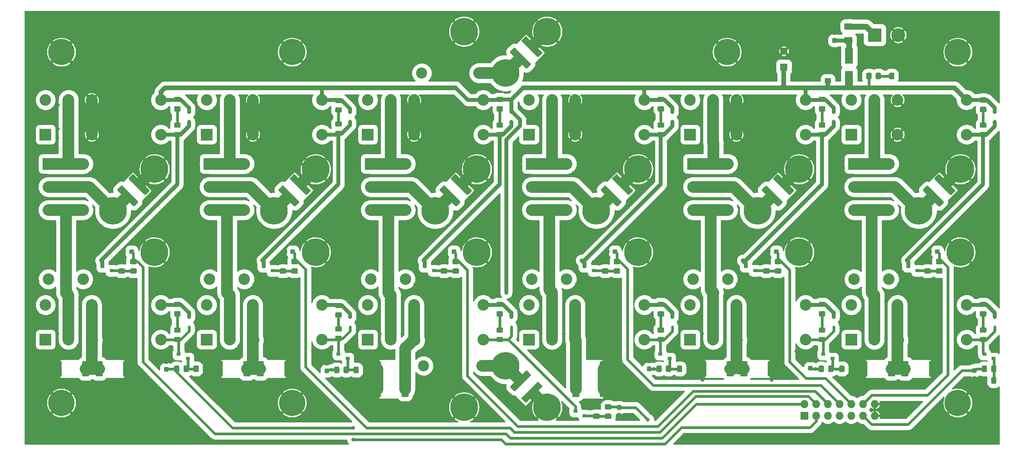
<source format=gbr>
G04 #@! TF.GenerationSoftware,KiCad,Pcbnew,5.1.5-52549c5~86~ubuntu18.04.1*
G04 #@! TF.CreationDate,2020-05-19T19:28:57+02:00*
G04 #@! TF.ProjectId,antenna_switch,616e7465-6e6e-4615-9f73-77697463682e,rev?*
G04 #@! TF.SameCoordinates,Original*
G04 #@! TF.FileFunction,Copper,L1,Top*
G04 #@! TF.FilePolarity,Positive*
%FSLAX46Y46*%
G04 Gerber Fmt 4.6, Leading zero omitted, Abs format (unit mm)*
G04 Created by KiCad (PCBNEW 5.1.5-52549c5~86~ubuntu18.04.1) date 2020-05-19 19:28:57*
%MOMM*%
%LPD*%
G04 APERTURE LIST*
%ADD10C,6.000000*%
%ADD11C,5.700000*%
%ADD12O,2.400000X2.400000*%
%ADD13C,2.400000*%
%ADD14C,2.500000*%
%ADD15R,2.500000X2.500000*%
%ADD16C,0.100000*%
%ADD17R,1.600000X1.600000*%
%ADD18C,1.600000*%
%ADD19R,0.450000X0.600000*%
%ADD20R,1.727200X1.727200*%
%ADD21O,1.727200X1.727200*%
%ADD22R,3.000000X3.000000*%
%ADD23C,3.000000*%
%ADD24R,0.900000X0.800000*%
%ADD25R,1.800000X3.500000*%
%ADD26C,0.800000*%
%ADD27C,2.540000*%
%ADD28C,0.609600*%
%ADD29C,1.016000*%
%ADD30C,0.812800*%
%ADD31C,1.270000*%
%ADD32C,0.254000*%
G04 APERTURE END LIST*
D10*
X261620000Y-130810000D03*
X270620000Y-139810000D03*
X270620000Y-121810000D03*
D11*
X305000000Y-172500000D03*
X255000000Y-96400000D03*
X305000000Y-96400000D03*
X160750000Y-172500000D03*
X160750000Y-96400000D03*
X110750000Y-172500000D03*
X110750000Y-96400000D03*
D12*
X201930000Y-164465000D03*
D13*
X189230000Y-164465000D03*
D12*
X201549000Y-100965000D03*
D13*
X188849000Y-100965000D03*
D14*
X291940000Y-151250000D03*
X291940000Y-158750000D03*
X281940000Y-151250000D03*
X286940000Y-151250000D03*
X306940000Y-151250000D03*
X306940000Y-158750000D03*
X286940000Y-158750000D03*
D15*
X281940000Y-158750000D03*
G04 #@! TA.AperFunction,SMDPad,CuDef*
D16*
G36*
X140303505Y-164401204D02*
G01*
X140327773Y-164404804D01*
X140351572Y-164410765D01*
X140374671Y-164419030D01*
X140396850Y-164429520D01*
X140417893Y-164442132D01*
X140437599Y-164456747D01*
X140455777Y-164473223D01*
X140472253Y-164491401D01*
X140486868Y-164511107D01*
X140499480Y-164532150D01*
X140509970Y-164554329D01*
X140518235Y-164577428D01*
X140524196Y-164601227D01*
X140527796Y-164625495D01*
X140529000Y-164649999D01*
X140529000Y-165550001D01*
X140527796Y-165574505D01*
X140524196Y-165598773D01*
X140518235Y-165622572D01*
X140509970Y-165645671D01*
X140499480Y-165667850D01*
X140486868Y-165688893D01*
X140472253Y-165708599D01*
X140455777Y-165726777D01*
X140437599Y-165743253D01*
X140417893Y-165757868D01*
X140396850Y-165770480D01*
X140374671Y-165780970D01*
X140351572Y-165789235D01*
X140327773Y-165795196D01*
X140303505Y-165798796D01*
X140279001Y-165800000D01*
X139628999Y-165800000D01*
X139604495Y-165798796D01*
X139580227Y-165795196D01*
X139556428Y-165789235D01*
X139533329Y-165780970D01*
X139511150Y-165770480D01*
X139490107Y-165757868D01*
X139470401Y-165743253D01*
X139452223Y-165726777D01*
X139435747Y-165708599D01*
X139421132Y-165688893D01*
X139408520Y-165667850D01*
X139398030Y-165645671D01*
X139389765Y-165622572D01*
X139383804Y-165598773D01*
X139380204Y-165574505D01*
X139379000Y-165550001D01*
X139379000Y-164649999D01*
X139380204Y-164625495D01*
X139383804Y-164601227D01*
X139389765Y-164577428D01*
X139398030Y-164554329D01*
X139408520Y-164532150D01*
X139421132Y-164511107D01*
X139435747Y-164491401D01*
X139452223Y-164473223D01*
X139470401Y-164456747D01*
X139490107Y-164442132D01*
X139511150Y-164429520D01*
X139533329Y-164419030D01*
X139556428Y-164410765D01*
X139580227Y-164404804D01*
X139604495Y-164401204D01*
X139628999Y-164400000D01*
X140279001Y-164400000D01*
X140303505Y-164401204D01*
G37*
G04 #@! TD.AperFunction*
G04 #@! TA.AperFunction,SMDPad,CuDef*
G36*
X142353505Y-164401204D02*
G01*
X142377773Y-164404804D01*
X142401572Y-164410765D01*
X142424671Y-164419030D01*
X142446850Y-164429520D01*
X142467893Y-164442132D01*
X142487599Y-164456747D01*
X142505777Y-164473223D01*
X142522253Y-164491401D01*
X142536868Y-164511107D01*
X142549480Y-164532150D01*
X142559970Y-164554329D01*
X142568235Y-164577428D01*
X142574196Y-164601227D01*
X142577796Y-164625495D01*
X142579000Y-164649999D01*
X142579000Y-165550001D01*
X142577796Y-165574505D01*
X142574196Y-165598773D01*
X142568235Y-165622572D01*
X142559970Y-165645671D01*
X142549480Y-165667850D01*
X142536868Y-165688893D01*
X142522253Y-165708599D01*
X142505777Y-165726777D01*
X142487599Y-165743253D01*
X142467893Y-165757868D01*
X142446850Y-165770480D01*
X142424671Y-165780970D01*
X142401572Y-165789235D01*
X142377773Y-165795196D01*
X142353505Y-165798796D01*
X142329001Y-165800000D01*
X141678999Y-165800000D01*
X141654495Y-165798796D01*
X141630227Y-165795196D01*
X141606428Y-165789235D01*
X141583329Y-165780970D01*
X141561150Y-165770480D01*
X141540107Y-165757868D01*
X141520401Y-165743253D01*
X141502223Y-165726777D01*
X141485747Y-165708599D01*
X141471132Y-165688893D01*
X141458520Y-165667850D01*
X141448030Y-165645671D01*
X141439765Y-165622572D01*
X141433804Y-165598773D01*
X141430204Y-165574505D01*
X141429000Y-165550001D01*
X141429000Y-164649999D01*
X141430204Y-164625495D01*
X141433804Y-164601227D01*
X141439765Y-164577428D01*
X141448030Y-164554329D01*
X141458520Y-164532150D01*
X141471132Y-164511107D01*
X141485747Y-164491401D01*
X141502223Y-164473223D01*
X141520401Y-164456747D01*
X141540107Y-164442132D01*
X141561150Y-164429520D01*
X141583329Y-164419030D01*
X141606428Y-164410765D01*
X141630227Y-164404804D01*
X141654495Y-164401204D01*
X141678999Y-164400000D01*
X142329001Y-164400000D01*
X142353505Y-164401204D01*
G37*
G04 #@! TD.AperFunction*
G04 #@! TA.AperFunction,SMDPad,CuDef*
G36*
X245069505Y-164401204D02*
G01*
X245093773Y-164404804D01*
X245117572Y-164410765D01*
X245140671Y-164419030D01*
X245162850Y-164429520D01*
X245183893Y-164442132D01*
X245203599Y-164456747D01*
X245221777Y-164473223D01*
X245238253Y-164491401D01*
X245252868Y-164511107D01*
X245265480Y-164532150D01*
X245275970Y-164554329D01*
X245284235Y-164577428D01*
X245290196Y-164601227D01*
X245293796Y-164625495D01*
X245295000Y-164649999D01*
X245295000Y-165550001D01*
X245293796Y-165574505D01*
X245290196Y-165598773D01*
X245284235Y-165622572D01*
X245275970Y-165645671D01*
X245265480Y-165667850D01*
X245252868Y-165688893D01*
X245238253Y-165708599D01*
X245221777Y-165726777D01*
X245203599Y-165743253D01*
X245183893Y-165757868D01*
X245162850Y-165770480D01*
X245140671Y-165780970D01*
X245117572Y-165789235D01*
X245093773Y-165795196D01*
X245069505Y-165798796D01*
X245045001Y-165800000D01*
X244394999Y-165800000D01*
X244370495Y-165798796D01*
X244346227Y-165795196D01*
X244322428Y-165789235D01*
X244299329Y-165780970D01*
X244277150Y-165770480D01*
X244256107Y-165757868D01*
X244236401Y-165743253D01*
X244218223Y-165726777D01*
X244201747Y-165708599D01*
X244187132Y-165688893D01*
X244174520Y-165667850D01*
X244164030Y-165645671D01*
X244155765Y-165622572D01*
X244149804Y-165598773D01*
X244146204Y-165574505D01*
X244145000Y-165550001D01*
X244145000Y-164649999D01*
X244146204Y-164625495D01*
X244149804Y-164601227D01*
X244155765Y-164577428D01*
X244164030Y-164554329D01*
X244174520Y-164532150D01*
X244187132Y-164511107D01*
X244201747Y-164491401D01*
X244218223Y-164473223D01*
X244236401Y-164456747D01*
X244256107Y-164442132D01*
X244277150Y-164429520D01*
X244299329Y-164419030D01*
X244322428Y-164410765D01*
X244346227Y-164404804D01*
X244370495Y-164401204D01*
X244394999Y-164400000D01*
X245045001Y-164400000D01*
X245069505Y-164401204D01*
G37*
G04 #@! TD.AperFunction*
G04 #@! TA.AperFunction,SMDPad,CuDef*
G36*
X247119505Y-164401204D02*
G01*
X247143773Y-164404804D01*
X247167572Y-164410765D01*
X247190671Y-164419030D01*
X247212850Y-164429520D01*
X247233893Y-164442132D01*
X247253599Y-164456747D01*
X247271777Y-164473223D01*
X247288253Y-164491401D01*
X247302868Y-164511107D01*
X247315480Y-164532150D01*
X247325970Y-164554329D01*
X247334235Y-164577428D01*
X247340196Y-164601227D01*
X247343796Y-164625495D01*
X247345000Y-164649999D01*
X247345000Y-165550001D01*
X247343796Y-165574505D01*
X247340196Y-165598773D01*
X247334235Y-165622572D01*
X247325970Y-165645671D01*
X247315480Y-165667850D01*
X247302868Y-165688893D01*
X247288253Y-165708599D01*
X247271777Y-165726777D01*
X247253599Y-165743253D01*
X247233893Y-165757868D01*
X247212850Y-165770480D01*
X247190671Y-165780970D01*
X247167572Y-165789235D01*
X247143773Y-165795196D01*
X247119505Y-165798796D01*
X247095001Y-165800000D01*
X246444999Y-165800000D01*
X246420495Y-165798796D01*
X246396227Y-165795196D01*
X246372428Y-165789235D01*
X246349329Y-165780970D01*
X246327150Y-165770480D01*
X246306107Y-165757868D01*
X246286401Y-165743253D01*
X246268223Y-165726777D01*
X246251747Y-165708599D01*
X246237132Y-165688893D01*
X246224520Y-165667850D01*
X246214030Y-165645671D01*
X246205765Y-165622572D01*
X246199804Y-165598773D01*
X246196204Y-165574505D01*
X246195000Y-165550001D01*
X246195000Y-164649999D01*
X246196204Y-164625495D01*
X246199804Y-164601227D01*
X246205765Y-164577428D01*
X246214030Y-164554329D01*
X246224520Y-164532150D01*
X246237132Y-164511107D01*
X246251747Y-164491401D01*
X246268223Y-164473223D01*
X246286401Y-164456747D01*
X246306107Y-164442132D01*
X246327150Y-164429520D01*
X246349329Y-164419030D01*
X246372428Y-164410765D01*
X246396227Y-164404804D01*
X246420495Y-164401204D01*
X246444999Y-164400000D01*
X247095001Y-164400000D01*
X247119505Y-164401204D01*
G37*
G04 #@! TD.AperFunction*
G04 #@! TA.AperFunction,SMDPad,CuDef*
G36*
X124299505Y-141276204D02*
G01*
X124323773Y-141279804D01*
X124347572Y-141285765D01*
X124370671Y-141294030D01*
X124392850Y-141304520D01*
X124413893Y-141317132D01*
X124433599Y-141331747D01*
X124451777Y-141348223D01*
X124468253Y-141366401D01*
X124482868Y-141386107D01*
X124495480Y-141407150D01*
X124505970Y-141429329D01*
X124514235Y-141452428D01*
X124520196Y-141476227D01*
X124523796Y-141500495D01*
X124525000Y-141524999D01*
X124525000Y-142175001D01*
X124523796Y-142199505D01*
X124520196Y-142223773D01*
X124514235Y-142247572D01*
X124505970Y-142270671D01*
X124495480Y-142292850D01*
X124482868Y-142313893D01*
X124468253Y-142333599D01*
X124451777Y-142351777D01*
X124433599Y-142368253D01*
X124413893Y-142382868D01*
X124392850Y-142395480D01*
X124370671Y-142405970D01*
X124347572Y-142414235D01*
X124323773Y-142420196D01*
X124299505Y-142423796D01*
X124275001Y-142425000D01*
X123374999Y-142425000D01*
X123350495Y-142423796D01*
X123326227Y-142420196D01*
X123302428Y-142414235D01*
X123279329Y-142405970D01*
X123257150Y-142395480D01*
X123236107Y-142382868D01*
X123216401Y-142368253D01*
X123198223Y-142351777D01*
X123181747Y-142333599D01*
X123167132Y-142313893D01*
X123154520Y-142292850D01*
X123144030Y-142270671D01*
X123135765Y-142247572D01*
X123129804Y-142223773D01*
X123126204Y-142199505D01*
X123125000Y-142175001D01*
X123125000Y-141524999D01*
X123126204Y-141500495D01*
X123129804Y-141476227D01*
X123135765Y-141452428D01*
X123144030Y-141429329D01*
X123154520Y-141407150D01*
X123167132Y-141386107D01*
X123181747Y-141366401D01*
X123198223Y-141348223D01*
X123216401Y-141331747D01*
X123236107Y-141317132D01*
X123257150Y-141304520D01*
X123279329Y-141294030D01*
X123302428Y-141285765D01*
X123326227Y-141279804D01*
X123350495Y-141276204D01*
X123374999Y-141275000D01*
X124275001Y-141275000D01*
X124299505Y-141276204D01*
G37*
G04 #@! TD.AperFunction*
G04 #@! TA.AperFunction,SMDPad,CuDef*
G36*
X124299505Y-143326204D02*
G01*
X124323773Y-143329804D01*
X124347572Y-143335765D01*
X124370671Y-143344030D01*
X124392850Y-143354520D01*
X124413893Y-143367132D01*
X124433599Y-143381747D01*
X124451777Y-143398223D01*
X124468253Y-143416401D01*
X124482868Y-143436107D01*
X124495480Y-143457150D01*
X124505970Y-143479329D01*
X124514235Y-143502428D01*
X124520196Y-143526227D01*
X124523796Y-143550495D01*
X124525000Y-143574999D01*
X124525000Y-144225001D01*
X124523796Y-144249505D01*
X124520196Y-144273773D01*
X124514235Y-144297572D01*
X124505970Y-144320671D01*
X124495480Y-144342850D01*
X124482868Y-144363893D01*
X124468253Y-144383599D01*
X124451777Y-144401777D01*
X124433599Y-144418253D01*
X124413893Y-144432868D01*
X124392850Y-144445480D01*
X124370671Y-144455970D01*
X124347572Y-144464235D01*
X124323773Y-144470196D01*
X124299505Y-144473796D01*
X124275001Y-144475000D01*
X123374999Y-144475000D01*
X123350495Y-144473796D01*
X123326227Y-144470196D01*
X123302428Y-144464235D01*
X123279329Y-144455970D01*
X123257150Y-144445480D01*
X123236107Y-144432868D01*
X123216401Y-144418253D01*
X123198223Y-144401777D01*
X123181747Y-144383599D01*
X123167132Y-144363893D01*
X123154520Y-144342850D01*
X123144030Y-144320671D01*
X123135765Y-144297572D01*
X123129804Y-144273773D01*
X123126204Y-144249505D01*
X123125000Y-144225001D01*
X123125000Y-143574999D01*
X123126204Y-143550495D01*
X123129804Y-143526227D01*
X123135765Y-143502428D01*
X123144030Y-143479329D01*
X123154520Y-143457150D01*
X123167132Y-143436107D01*
X123181747Y-143416401D01*
X123198223Y-143398223D01*
X123216401Y-143381747D01*
X123236107Y-143367132D01*
X123257150Y-143354520D01*
X123279329Y-143344030D01*
X123302428Y-143335765D01*
X123326227Y-143329804D01*
X123350495Y-143326204D01*
X123374999Y-143325000D01*
X124275001Y-143325000D01*
X124299505Y-143326204D01*
G37*
G04 #@! TD.AperFunction*
G04 #@! TA.AperFunction,SMDPad,CuDef*
G36*
X229074505Y-141267204D02*
G01*
X229098773Y-141270804D01*
X229122572Y-141276765D01*
X229145671Y-141285030D01*
X229167850Y-141295520D01*
X229188893Y-141308132D01*
X229208599Y-141322747D01*
X229226777Y-141339223D01*
X229243253Y-141357401D01*
X229257868Y-141377107D01*
X229270480Y-141398150D01*
X229280970Y-141420329D01*
X229289235Y-141443428D01*
X229295196Y-141467227D01*
X229298796Y-141491495D01*
X229300000Y-141515999D01*
X229300000Y-142166001D01*
X229298796Y-142190505D01*
X229295196Y-142214773D01*
X229289235Y-142238572D01*
X229280970Y-142261671D01*
X229270480Y-142283850D01*
X229257868Y-142304893D01*
X229243253Y-142324599D01*
X229226777Y-142342777D01*
X229208599Y-142359253D01*
X229188893Y-142373868D01*
X229167850Y-142386480D01*
X229145671Y-142396970D01*
X229122572Y-142405235D01*
X229098773Y-142411196D01*
X229074505Y-142414796D01*
X229050001Y-142416000D01*
X228149999Y-142416000D01*
X228125495Y-142414796D01*
X228101227Y-142411196D01*
X228077428Y-142405235D01*
X228054329Y-142396970D01*
X228032150Y-142386480D01*
X228011107Y-142373868D01*
X227991401Y-142359253D01*
X227973223Y-142342777D01*
X227956747Y-142324599D01*
X227942132Y-142304893D01*
X227929520Y-142283850D01*
X227919030Y-142261671D01*
X227910765Y-142238572D01*
X227904804Y-142214773D01*
X227901204Y-142190505D01*
X227900000Y-142166001D01*
X227900000Y-141515999D01*
X227901204Y-141491495D01*
X227904804Y-141467227D01*
X227910765Y-141443428D01*
X227919030Y-141420329D01*
X227929520Y-141398150D01*
X227942132Y-141377107D01*
X227956747Y-141357401D01*
X227973223Y-141339223D01*
X227991401Y-141322747D01*
X228011107Y-141308132D01*
X228032150Y-141295520D01*
X228054329Y-141285030D01*
X228077428Y-141276765D01*
X228101227Y-141270804D01*
X228125495Y-141267204D01*
X228149999Y-141266000D01*
X229050001Y-141266000D01*
X229074505Y-141267204D01*
G37*
G04 #@! TD.AperFunction*
G04 #@! TA.AperFunction,SMDPad,CuDef*
G36*
X229074505Y-143317204D02*
G01*
X229098773Y-143320804D01*
X229122572Y-143326765D01*
X229145671Y-143335030D01*
X229167850Y-143345520D01*
X229188893Y-143358132D01*
X229208599Y-143372747D01*
X229226777Y-143389223D01*
X229243253Y-143407401D01*
X229257868Y-143427107D01*
X229270480Y-143448150D01*
X229280970Y-143470329D01*
X229289235Y-143493428D01*
X229295196Y-143517227D01*
X229298796Y-143541495D01*
X229300000Y-143565999D01*
X229300000Y-144216001D01*
X229298796Y-144240505D01*
X229295196Y-144264773D01*
X229289235Y-144288572D01*
X229280970Y-144311671D01*
X229270480Y-144333850D01*
X229257868Y-144354893D01*
X229243253Y-144374599D01*
X229226777Y-144392777D01*
X229208599Y-144409253D01*
X229188893Y-144423868D01*
X229167850Y-144436480D01*
X229145671Y-144446970D01*
X229122572Y-144455235D01*
X229098773Y-144461196D01*
X229074505Y-144464796D01*
X229050001Y-144466000D01*
X228149999Y-144466000D01*
X228125495Y-144464796D01*
X228101227Y-144461196D01*
X228077428Y-144455235D01*
X228054329Y-144446970D01*
X228032150Y-144436480D01*
X228011107Y-144423868D01*
X227991401Y-144409253D01*
X227973223Y-144392777D01*
X227956747Y-144374599D01*
X227942132Y-144354893D01*
X227929520Y-144333850D01*
X227919030Y-144311671D01*
X227910765Y-144288572D01*
X227904804Y-144264773D01*
X227901204Y-144240505D01*
X227900000Y-144216001D01*
X227900000Y-143565999D01*
X227901204Y-143541495D01*
X227904804Y-143517227D01*
X227910765Y-143493428D01*
X227919030Y-143470329D01*
X227929520Y-143448150D01*
X227942132Y-143427107D01*
X227956747Y-143407401D01*
X227973223Y-143389223D01*
X227991401Y-143372747D01*
X228011107Y-143358132D01*
X228032150Y-143345520D01*
X228054329Y-143335030D01*
X228077428Y-143326765D01*
X228101227Y-143320804D01*
X228125495Y-143317204D01*
X228149999Y-143316000D01*
X229050001Y-143316000D01*
X229074505Y-143317204D01*
G37*
G04 #@! TD.AperFunction*
G04 #@! TA.AperFunction,SMDPad,CuDef*
G36*
X174974505Y-164655204D02*
G01*
X174998773Y-164658804D01*
X175022572Y-164664765D01*
X175045671Y-164673030D01*
X175067850Y-164683520D01*
X175088893Y-164696132D01*
X175108599Y-164710747D01*
X175126777Y-164727223D01*
X175143253Y-164745401D01*
X175157868Y-164765107D01*
X175170480Y-164786150D01*
X175180970Y-164808329D01*
X175189235Y-164831428D01*
X175195196Y-164855227D01*
X175198796Y-164879495D01*
X175200000Y-164903999D01*
X175200000Y-165804001D01*
X175198796Y-165828505D01*
X175195196Y-165852773D01*
X175189235Y-165876572D01*
X175180970Y-165899671D01*
X175170480Y-165921850D01*
X175157868Y-165942893D01*
X175143253Y-165962599D01*
X175126777Y-165980777D01*
X175108599Y-165997253D01*
X175088893Y-166011868D01*
X175067850Y-166024480D01*
X175045671Y-166034970D01*
X175022572Y-166043235D01*
X174998773Y-166049196D01*
X174974505Y-166052796D01*
X174950001Y-166054000D01*
X174299999Y-166054000D01*
X174275495Y-166052796D01*
X174251227Y-166049196D01*
X174227428Y-166043235D01*
X174204329Y-166034970D01*
X174182150Y-166024480D01*
X174161107Y-166011868D01*
X174141401Y-165997253D01*
X174123223Y-165980777D01*
X174106747Y-165962599D01*
X174092132Y-165942893D01*
X174079520Y-165921850D01*
X174069030Y-165899671D01*
X174060765Y-165876572D01*
X174054804Y-165852773D01*
X174051204Y-165828505D01*
X174050000Y-165804001D01*
X174050000Y-164903999D01*
X174051204Y-164879495D01*
X174054804Y-164855227D01*
X174060765Y-164831428D01*
X174069030Y-164808329D01*
X174079520Y-164786150D01*
X174092132Y-164765107D01*
X174106747Y-164745401D01*
X174123223Y-164727223D01*
X174141401Y-164710747D01*
X174161107Y-164696132D01*
X174182150Y-164683520D01*
X174204329Y-164673030D01*
X174227428Y-164664765D01*
X174251227Y-164658804D01*
X174275495Y-164655204D01*
X174299999Y-164654000D01*
X174950001Y-164654000D01*
X174974505Y-164655204D01*
G37*
G04 #@! TD.AperFunction*
G04 #@! TA.AperFunction,SMDPad,CuDef*
G36*
X177024505Y-164655204D02*
G01*
X177048773Y-164658804D01*
X177072572Y-164664765D01*
X177095671Y-164673030D01*
X177117850Y-164683520D01*
X177138893Y-164696132D01*
X177158599Y-164710747D01*
X177176777Y-164727223D01*
X177193253Y-164745401D01*
X177207868Y-164765107D01*
X177220480Y-164786150D01*
X177230970Y-164808329D01*
X177239235Y-164831428D01*
X177245196Y-164855227D01*
X177248796Y-164879495D01*
X177250000Y-164903999D01*
X177250000Y-165804001D01*
X177248796Y-165828505D01*
X177245196Y-165852773D01*
X177239235Y-165876572D01*
X177230970Y-165899671D01*
X177220480Y-165921850D01*
X177207868Y-165942893D01*
X177193253Y-165962599D01*
X177176777Y-165980777D01*
X177158599Y-165997253D01*
X177138893Y-166011868D01*
X177117850Y-166024480D01*
X177095671Y-166034970D01*
X177072572Y-166043235D01*
X177048773Y-166049196D01*
X177024505Y-166052796D01*
X177000001Y-166054000D01*
X176349999Y-166054000D01*
X176325495Y-166052796D01*
X176301227Y-166049196D01*
X176277428Y-166043235D01*
X176254329Y-166034970D01*
X176232150Y-166024480D01*
X176211107Y-166011868D01*
X176191401Y-165997253D01*
X176173223Y-165980777D01*
X176156747Y-165962599D01*
X176142132Y-165942893D01*
X176129520Y-165921850D01*
X176119030Y-165899671D01*
X176110765Y-165876572D01*
X176104804Y-165852773D01*
X176101204Y-165828505D01*
X176100000Y-165804001D01*
X176100000Y-164903999D01*
X176101204Y-164879495D01*
X176104804Y-164855227D01*
X176110765Y-164831428D01*
X176119030Y-164808329D01*
X176129520Y-164786150D01*
X176142132Y-164765107D01*
X176156747Y-164745401D01*
X176173223Y-164727223D01*
X176191401Y-164710747D01*
X176211107Y-164696132D01*
X176232150Y-164683520D01*
X176254329Y-164673030D01*
X176277428Y-164664765D01*
X176301227Y-164658804D01*
X176325495Y-164655204D01*
X176349999Y-164654000D01*
X177000001Y-164654000D01*
X177024505Y-164655204D01*
G37*
G04 #@! TD.AperFunction*
G04 #@! TA.AperFunction,SMDPad,CuDef*
G36*
X280239505Y-164401204D02*
G01*
X280263773Y-164404804D01*
X280287572Y-164410765D01*
X280310671Y-164419030D01*
X280332850Y-164429520D01*
X280353893Y-164442132D01*
X280373599Y-164456747D01*
X280391777Y-164473223D01*
X280408253Y-164491401D01*
X280422868Y-164511107D01*
X280435480Y-164532150D01*
X280445970Y-164554329D01*
X280454235Y-164577428D01*
X280460196Y-164601227D01*
X280463796Y-164625495D01*
X280465000Y-164649999D01*
X280465000Y-165550001D01*
X280463796Y-165574505D01*
X280460196Y-165598773D01*
X280454235Y-165622572D01*
X280445970Y-165645671D01*
X280435480Y-165667850D01*
X280422868Y-165688893D01*
X280408253Y-165708599D01*
X280391777Y-165726777D01*
X280373599Y-165743253D01*
X280353893Y-165757868D01*
X280332850Y-165770480D01*
X280310671Y-165780970D01*
X280287572Y-165789235D01*
X280263773Y-165795196D01*
X280239505Y-165798796D01*
X280215001Y-165800000D01*
X279564999Y-165800000D01*
X279540495Y-165798796D01*
X279516227Y-165795196D01*
X279492428Y-165789235D01*
X279469329Y-165780970D01*
X279447150Y-165770480D01*
X279426107Y-165757868D01*
X279406401Y-165743253D01*
X279388223Y-165726777D01*
X279371747Y-165708599D01*
X279357132Y-165688893D01*
X279344520Y-165667850D01*
X279334030Y-165645671D01*
X279325765Y-165622572D01*
X279319804Y-165598773D01*
X279316204Y-165574505D01*
X279315000Y-165550001D01*
X279315000Y-164649999D01*
X279316204Y-164625495D01*
X279319804Y-164601227D01*
X279325765Y-164577428D01*
X279334030Y-164554329D01*
X279344520Y-164532150D01*
X279357132Y-164511107D01*
X279371747Y-164491401D01*
X279388223Y-164473223D01*
X279406401Y-164456747D01*
X279426107Y-164442132D01*
X279447150Y-164429520D01*
X279469329Y-164419030D01*
X279492428Y-164410765D01*
X279516227Y-164404804D01*
X279540495Y-164401204D01*
X279564999Y-164400000D01*
X280215001Y-164400000D01*
X280239505Y-164401204D01*
G37*
G04 #@! TD.AperFunction*
G04 #@! TA.AperFunction,SMDPad,CuDef*
G36*
X282289505Y-164401204D02*
G01*
X282313773Y-164404804D01*
X282337572Y-164410765D01*
X282360671Y-164419030D01*
X282382850Y-164429520D01*
X282403893Y-164442132D01*
X282423599Y-164456747D01*
X282441777Y-164473223D01*
X282458253Y-164491401D01*
X282472868Y-164511107D01*
X282485480Y-164532150D01*
X282495970Y-164554329D01*
X282504235Y-164577428D01*
X282510196Y-164601227D01*
X282513796Y-164625495D01*
X282515000Y-164649999D01*
X282515000Y-165550001D01*
X282513796Y-165574505D01*
X282510196Y-165598773D01*
X282504235Y-165622572D01*
X282495970Y-165645671D01*
X282485480Y-165667850D01*
X282472868Y-165688893D01*
X282458253Y-165708599D01*
X282441777Y-165726777D01*
X282423599Y-165743253D01*
X282403893Y-165757868D01*
X282382850Y-165770480D01*
X282360671Y-165780970D01*
X282337572Y-165789235D01*
X282313773Y-165795196D01*
X282289505Y-165798796D01*
X282265001Y-165800000D01*
X281614999Y-165800000D01*
X281590495Y-165798796D01*
X281566227Y-165795196D01*
X281542428Y-165789235D01*
X281519329Y-165780970D01*
X281497150Y-165770480D01*
X281476107Y-165757868D01*
X281456401Y-165743253D01*
X281438223Y-165726777D01*
X281421747Y-165708599D01*
X281407132Y-165688893D01*
X281394520Y-165667850D01*
X281384030Y-165645671D01*
X281375765Y-165622572D01*
X281369804Y-165598773D01*
X281366204Y-165574505D01*
X281365000Y-165550001D01*
X281365000Y-164649999D01*
X281366204Y-164625495D01*
X281369804Y-164601227D01*
X281375765Y-164577428D01*
X281384030Y-164554329D01*
X281394520Y-164532150D01*
X281407132Y-164511107D01*
X281421747Y-164491401D01*
X281438223Y-164473223D01*
X281456401Y-164456747D01*
X281476107Y-164442132D01*
X281497150Y-164429520D01*
X281519329Y-164419030D01*
X281542428Y-164410765D01*
X281566227Y-164404804D01*
X281590495Y-164401204D01*
X281614999Y-164400000D01*
X282265001Y-164400000D01*
X282289505Y-164401204D01*
G37*
G04 #@! TD.AperFunction*
G04 #@! TA.AperFunction,SMDPad,CuDef*
G36*
X277334505Y-102051204D02*
G01*
X277358773Y-102054804D01*
X277382572Y-102060765D01*
X277405671Y-102069030D01*
X277427850Y-102079520D01*
X277448893Y-102092132D01*
X277468599Y-102106747D01*
X277486777Y-102123223D01*
X277503253Y-102141401D01*
X277517868Y-102161107D01*
X277530480Y-102182150D01*
X277540970Y-102204329D01*
X277549235Y-102227428D01*
X277555196Y-102251227D01*
X277558796Y-102275495D01*
X277560000Y-102299999D01*
X277560000Y-102950001D01*
X277558796Y-102974505D01*
X277555196Y-102998773D01*
X277549235Y-103022572D01*
X277540970Y-103045671D01*
X277530480Y-103067850D01*
X277517868Y-103088893D01*
X277503253Y-103108599D01*
X277486777Y-103126777D01*
X277468599Y-103143253D01*
X277448893Y-103157868D01*
X277427850Y-103170480D01*
X277405671Y-103180970D01*
X277382572Y-103189235D01*
X277358773Y-103195196D01*
X277334505Y-103198796D01*
X277310001Y-103200000D01*
X276409999Y-103200000D01*
X276385495Y-103198796D01*
X276361227Y-103195196D01*
X276337428Y-103189235D01*
X276314329Y-103180970D01*
X276292150Y-103170480D01*
X276271107Y-103157868D01*
X276251401Y-103143253D01*
X276233223Y-103126777D01*
X276216747Y-103108599D01*
X276202132Y-103088893D01*
X276189520Y-103067850D01*
X276179030Y-103045671D01*
X276170765Y-103022572D01*
X276164804Y-102998773D01*
X276161204Y-102974505D01*
X276160000Y-102950001D01*
X276160000Y-102299999D01*
X276161204Y-102275495D01*
X276164804Y-102251227D01*
X276170765Y-102227428D01*
X276179030Y-102204329D01*
X276189520Y-102182150D01*
X276202132Y-102161107D01*
X276216747Y-102141401D01*
X276233223Y-102123223D01*
X276251401Y-102106747D01*
X276271107Y-102092132D01*
X276292150Y-102079520D01*
X276314329Y-102069030D01*
X276337428Y-102060765D01*
X276361227Y-102054804D01*
X276385495Y-102051204D01*
X276409999Y-102050000D01*
X277310001Y-102050000D01*
X277334505Y-102051204D01*
G37*
G04 #@! TD.AperFunction*
G04 #@! TA.AperFunction,SMDPad,CuDef*
G36*
X277334505Y-100001204D02*
G01*
X277358773Y-100004804D01*
X277382572Y-100010765D01*
X277405671Y-100019030D01*
X277427850Y-100029520D01*
X277448893Y-100042132D01*
X277468599Y-100056747D01*
X277486777Y-100073223D01*
X277503253Y-100091401D01*
X277517868Y-100111107D01*
X277530480Y-100132150D01*
X277540970Y-100154329D01*
X277549235Y-100177428D01*
X277555196Y-100201227D01*
X277558796Y-100225495D01*
X277560000Y-100249999D01*
X277560000Y-100900001D01*
X277558796Y-100924505D01*
X277555196Y-100948773D01*
X277549235Y-100972572D01*
X277540970Y-100995671D01*
X277530480Y-101017850D01*
X277517868Y-101038893D01*
X277503253Y-101058599D01*
X277486777Y-101076777D01*
X277468599Y-101093253D01*
X277448893Y-101107868D01*
X277427850Y-101120480D01*
X277405671Y-101130970D01*
X277382572Y-101139235D01*
X277358773Y-101145196D01*
X277334505Y-101148796D01*
X277310001Y-101150000D01*
X276409999Y-101150000D01*
X276385495Y-101148796D01*
X276361227Y-101145196D01*
X276337428Y-101139235D01*
X276314329Y-101130970D01*
X276292150Y-101120480D01*
X276271107Y-101107868D01*
X276251401Y-101093253D01*
X276233223Y-101076777D01*
X276216747Y-101058599D01*
X276202132Y-101038893D01*
X276189520Y-101017850D01*
X276179030Y-100995671D01*
X276170765Y-100972572D01*
X276164804Y-100948773D01*
X276161204Y-100924505D01*
X276160000Y-100900001D01*
X276160000Y-100249999D01*
X276161204Y-100225495D01*
X276164804Y-100201227D01*
X276170765Y-100177428D01*
X276179030Y-100154329D01*
X276189520Y-100132150D01*
X276202132Y-100111107D01*
X276216747Y-100091401D01*
X276233223Y-100073223D01*
X276251401Y-100056747D01*
X276271107Y-100042132D01*
X276292150Y-100029520D01*
X276314329Y-100019030D01*
X276337428Y-100010765D01*
X276361227Y-100004804D01*
X276385495Y-100001204D01*
X276409999Y-100000000D01*
X277310001Y-100000000D01*
X277334505Y-100001204D01*
G37*
G04 #@! TD.AperFunction*
D17*
X267335000Y-99695000D03*
D18*
X267335000Y-96195000D03*
G04 #@! TA.AperFunction,SMDPad,CuDef*
D16*
G36*
X159224505Y-141285204D02*
G01*
X159248773Y-141288804D01*
X159272572Y-141294765D01*
X159295671Y-141303030D01*
X159317850Y-141313520D01*
X159338893Y-141326132D01*
X159358599Y-141340747D01*
X159376777Y-141357223D01*
X159393253Y-141375401D01*
X159407868Y-141395107D01*
X159420480Y-141416150D01*
X159430970Y-141438329D01*
X159439235Y-141461428D01*
X159445196Y-141485227D01*
X159448796Y-141509495D01*
X159450000Y-141533999D01*
X159450000Y-142184001D01*
X159448796Y-142208505D01*
X159445196Y-142232773D01*
X159439235Y-142256572D01*
X159430970Y-142279671D01*
X159420480Y-142301850D01*
X159407868Y-142322893D01*
X159393253Y-142342599D01*
X159376777Y-142360777D01*
X159358599Y-142377253D01*
X159338893Y-142391868D01*
X159317850Y-142404480D01*
X159295671Y-142414970D01*
X159272572Y-142423235D01*
X159248773Y-142429196D01*
X159224505Y-142432796D01*
X159200001Y-142434000D01*
X158299999Y-142434000D01*
X158275495Y-142432796D01*
X158251227Y-142429196D01*
X158227428Y-142423235D01*
X158204329Y-142414970D01*
X158182150Y-142404480D01*
X158161107Y-142391868D01*
X158141401Y-142377253D01*
X158123223Y-142360777D01*
X158106747Y-142342599D01*
X158092132Y-142322893D01*
X158079520Y-142301850D01*
X158069030Y-142279671D01*
X158060765Y-142256572D01*
X158054804Y-142232773D01*
X158051204Y-142208505D01*
X158050000Y-142184001D01*
X158050000Y-141533999D01*
X158051204Y-141509495D01*
X158054804Y-141485227D01*
X158060765Y-141461428D01*
X158069030Y-141438329D01*
X158079520Y-141416150D01*
X158092132Y-141395107D01*
X158106747Y-141375401D01*
X158123223Y-141357223D01*
X158141401Y-141340747D01*
X158161107Y-141326132D01*
X158182150Y-141313520D01*
X158204329Y-141303030D01*
X158227428Y-141294765D01*
X158251227Y-141288804D01*
X158275495Y-141285204D01*
X158299999Y-141284000D01*
X159200001Y-141284000D01*
X159224505Y-141285204D01*
G37*
G04 #@! TD.AperFunction*
G04 #@! TA.AperFunction,SMDPad,CuDef*
G36*
X159224505Y-143335204D02*
G01*
X159248773Y-143338804D01*
X159272572Y-143344765D01*
X159295671Y-143353030D01*
X159317850Y-143363520D01*
X159338893Y-143376132D01*
X159358599Y-143390747D01*
X159376777Y-143407223D01*
X159393253Y-143425401D01*
X159407868Y-143445107D01*
X159420480Y-143466150D01*
X159430970Y-143488329D01*
X159439235Y-143511428D01*
X159445196Y-143535227D01*
X159448796Y-143559495D01*
X159450000Y-143583999D01*
X159450000Y-144234001D01*
X159448796Y-144258505D01*
X159445196Y-144282773D01*
X159439235Y-144306572D01*
X159430970Y-144329671D01*
X159420480Y-144351850D01*
X159407868Y-144372893D01*
X159393253Y-144392599D01*
X159376777Y-144410777D01*
X159358599Y-144427253D01*
X159338893Y-144441868D01*
X159317850Y-144454480D01*
X159295671Y-144464970D01*
X159272572Y-144473235D01*
X159248773Y-144479196D01*
X159224505Y-144482796D01*
X159200001Y-144484000D01*
X158299999Y-144484000D01*
X158275495Y-144482796D01*
X158251227Y-144479196D01*
X158227428Y-144473235D01*
X158204329Y-144464970D01*
X158182150Y-144454480D01*
X158161107Y-144441868D01*
X158141401Y-144427253D01*
X158123223Y-144410777D01*
X158106747Y-144392599D01*
X158092132Y-144372893D01*
X158079520Y-144351850D01*
X158069030Y-144329671D01*
X158060765Y-144306572D01*
X158054804Y-144282773D01*
X158051204Y-144258505D01*
X158050000Y-144234001D01*
X158050000Y-143583999D01*
X158051204Y-143559495D01*
X158054804Y-143535227D01*
X158060765Y-143511428D01*
X158069030Y-143488329D01*
X158079520Y-143466150D01*
X158092132Y-143445107D01*
X158106747Y-143425401D01*
X158123223Y-143407223D01*
X158141401Y-143390747D01*
X158161107Y-143376132D01*
X158182150Y-143363520D01*
X158204329Y-143353030D01*
X158227428Y-143344765D01*
X158251227Y-143338804D01*
X158275495Y-143335204D01*
X158299999Y-143334000D01*
X159200001Y-143334000D01*
X159224505Y-143335204D01*
G37*
G04 #@! TD.AperFunction*
G04 #@! TA.AperFunction,SMDPad,CuDef*
G36*
X263999505Y-143317204D02*
G01*
X264023773Y-143320804D01*
X264047572Y-143326765D01*
X264070671Y-143335030D01*
X264092850Y-143345520D01*
X264113893Y-143358132D01*
X264133599Y-143372747D01*
X264151777Y-143389223D01*
X264168253Y-143407401D01*
X264182868Y-143427107D01*
X264195480Y-143448150D01*
X264205970Y-143470329D01*
X264214235Y-143493428D01*
X264220196Y-143517227D01*
X264223796Y-143541495D01*
X264225000Y-143565999D01*
X264225000Y-144216001D01*
X264223796Y-144240505D01*
X264220196Y-144264773D01*
X264214235Y-144288572D01*
X264205970Y-144311671D01*
X264195480Y-144333850D01*
X264182868Y-144354893D01*
X264168253Y-144374599D01*
X264151777Y-144392777D01*
X264133599Y-144409253D01*
X264113893Y-144423868D01*
X264092850Y-144436480D01*
X264070671Y-144446970D01*
X264047572Y-144455235D01*
X264023773Y-144461196D01*
X263999505Y-144464796D01*
X263975001Y-144466000D01*
X263074999Y-144466000D01*
X263050495Y-144464796D01*
X263026227Y-144461196D01*
X263002428Y-144455235D01*
X262979329Y-144446970D01*
X262957150Y-144436480D01*
X262936107Y-144423868D01*
X262916401Y-144409253D01*
X262898223Y-144392777D01*
X262881747Y-144374599D01*
X262867132Y-144354893D01*
X262854520Y-144333850D01*
X262844030Y-144311671D01*
X262835765Y-144288572D01*
X262829804Y-144264773D01*
X262826204Y-144240505D01*
X262825000Y-144216001D01*
X262825000Y-143565999D01*
X262826204Y-143541495D01*
X262829804Y-143517227D01*
X262835765Y-143493428D01*
X262844030Y-143470329D01*
X262854520Y-143448150D01*
X262867132Y-143427107D01*
X262881747Y-143407401D01*
X262898223Y-143389223D01*
X262916401Y-143372747D01*
X262936107Y-143358132D01*
X262957150Y-143345520D01*
X262979329Y-143335030D01*
X263002428Y-143326765D01*
X263026227Y-143320804D01*
X263050495Y-143317204D01*
X263074999Y-143316000D01*
X263975001Y-143316000D01*
X263999505Y-143317204D01*
G37*
G04 #@! TD.AperFunction*
G04 #@! TA.AperFunction,SMDPad,CuDef*
G36*
X263999505Y-141267204D02*
G01*
X264023773Y-141270804D01*
X264047572Y-141276765D01*
X264070671Y-141285030D01*
X264092850Y-141295520D01*
X264113893Y-141308132D01*
X264133599Y-141322747D01*
X264151777Y-141339223D01*
X264168253Y-141357401D01*
X264182868Y-141377107D01*
X264195480Y-141398150D01*
X264205970Y-141420329D01*
X264214235Y-141443428D01*
X264220196Y-141467227D01*
X264223796Y-141491495D01*
X264225000Y-141515999D01*
X264225000Y-142166001D01*
X264223796Y-142190505D01*
X264220196Y-142214773D01*
X264214235Y-142238572D01*
X264205970Y-142261671D01*
X264195480Y-142283850D01*
X264182868Y-142304893D01*
X264168253Y-142324599D01*
X264151777Y-142342777D01*
X264133599Y-142359253D01*
X264113893Y-142373868D01*
X264092850Y-142386480D01*
X264070671Y-142396970D01*
X264047572Y-142405235D01*
X264023773Y-142411196D01*
X263999505Y-142414796D01*
X263975001Y-142416000D01*
X263074999Y-142416000D01*
X263050495Y-142414796D01*
X263026227Y-142411196D01*
X263002428Y-142405235D01*
X262979329Y-142396970D01*
X262957150Y-142386480D01*
X262936107Y-142373868D01*
X262916401Y-142359253D01*
X262898223Y-142342777D01*
X262881747Y-142324599D01*
X262867132Y-142304893D01*
X262854520Y-142283850D01*
X262844030Y-142261671D01*
X262835765Y-142238572D01*
X262829804Y-142214773D01*
X262826204Y-142190505D01*
X262825000Y-142166001D01*
X262825000Y-141515999D01*
X262826204Y-141491495D01*
X262829804Y-141467227D01*
X262835765Y-141443428D01*
X262844030Y-141420329D01*
X262854520Y-141398150D01*
X262867132Y-141377107D01*
X262881747Y-141357401D01*
X262898223Y-141339223D01*
X262916401Y-141322747D01*
X262936107Y-141308132D01*
X262957150Y-141295520D01*
X262979329Y-141285030D01*
X263002428Y-141276765D01*
X263026227Y-141270804D01*
X263050495Y-141267204D01*
X263074999Y-141266000D01*
X263975001Y-141266000D01*
X263999505Y-141267204D01*
G37*
G04 #@! TD.AperFunction*
G04 #@! TA.AperFunction,SMDPad,CuDef*
G36*
X227169505Y-172763204D02*
G01*
X227193773Y-172766804D01*
X227217572Y-172772765D01*
X227240671Y-172781030D01*
X227262850Y-172791520D01*
X227283893Y-172804132D01*
X227303599Y-172818747D01*
X227321777Y-172835223D01*
X227338253Y-172853401D01*
X227352868Y-172873107D01*
X227365480Y-172894150D01*
X227375970Y-172916329D01*
X227384235Y-172939428D01*
X227390196Y-172963227D01*
X227393796Y-172987495D01*
X227395000Y-173011999D01*
X227395000Y-173662001D01*
X227393796Y-173686505D01*
X227390196Y-173710773D01*
X227384235Y-173734572D01*
X227375970Y-173757671D01*
X227365480Y-173779850D01*
X227352868Y-173800893D01*
X227338253Y-173820599D01*
X227321777Y-173838777D01*
X227303599Y-173855253D01*
X227283893Y-173869868D01*
X227262850Y-173882480D01*
X227240671Y-173892970D01*
X227217572Y-173901235D01*
X227193773Y-173907196D01*
X227169505Y-173910796D01*
X227145001Y-173912000D01*
X226244999Y-173912000D01*
X226220495Y-173910796D01*
X226196227Y-173907196D01*
X226172428Y-173901235D01*
X226149329Y-173892970D01*
X226127150Y-173882480D01*
X226106107Y-173869868D01*
X226086401Y-173855253D01*
X226068223Y-173838777D01*
X226051747Y-173820599D01*
X226037132Y-173800893D01*
X226024520Y-173779850D01*
X226014030Y-173757671D01*
X226005765Y-173734572D01*
X225999804Y-173710773D01*
X225996204Y-173686505D01*
X225995000Y-173662001D01*
X225995000Y-173011999D01*
X225996204Y-172987495D01*
X225999804Y-172963227D01*
X226005765Y-172939428D01*
X226014030Y-172916329D01*
X226024520Y-172894150D01*
X226037132Y-172873107D01*
X226051747Y-172853401D01*
X226068223Y-172835223D01*
X226086401Y-172818747D01*
X226106107Y-172804132D01*
X226127150Y-172791520D01*
X226149329Y-172781030D01*
X226172428Y-172772765D01*
X226196227Y-172766804D01*
X226220495Y-172763204D01*
X226244999Y-172762000D01*
X227145001Y-172762000D01*
X227169505Y-172763204D01*
G37*
G04 #@! TD.AperFunction*
G04 #@! TA.AperFunction,SMDPad,CuDef*
G36*
X227169505Y-174813204D02*
G01*
X227193773Y-174816804D01*
X227217572Y-174822765D01*
X227240671Y-174831030D01*
X227262850Y-174841520D01*
X227283893Y-174854132D01*
X227303599Y-174868747D01*
X227321777Y-174885223D01*
X227338253Y-174903401D01*
X227352868Y-174923107D01*
X227365480Y-174944150D01*
X227375970Y-174966329D01*
X227384235Y-174989428D01*
X227390196Y-175013227D01*
X227393796Y-175037495D01*
X227395000Y-175061999D01*
X227395000Y-175712001D01*
X227393796Y-175736505D01*
X227390196Y-175760773D01*
X227384235Y-175784572D01*
X227375970Y-175807671D01*
X227365480Y-175829850D01*
X227352868Y-175850893D01*
X227338253Y-175870599D01*
X227321777Y-175888777D01*
X227303599Y-175905253D01*
X227283893Y-175919868D01*
X227262850Y-175932480D01*
X227240671Y-175942970D01*
X227217572Y-175951235D01*
X227193773Y-175957196D01*
X227169505Y-175960796D01*
X227145001Y-175962000D01*
X226244999Y-175962000D01*
X226220495Y-175960796D01*
X226196227Y-175957196D01*
X226172428Y-175951235D01*
X226149329Y-175942970D01*
X226127150Y-175932480D01*
X226106107Y-175919868D01*
X226086401Y-175905253D01*
X226068223Y-175888777D01*
X226051747Y-175870599D01*
X226037132Y-175850893D01*
X226024520Y-175829850D01*
X226014030Y-175807671D01*
X226005765Y-175784572D01*
X225999804Y-175760773D01*
X225996204Y-175736505D01*
X225995000Y-175712001D01*
X225995000Y-175061999D01*
X225996204Y-175037495D01*
X225999804Y-175013227D01*
X226005765Y-174989428D01*
X226014030Y-174966329D01*
X226024520Y-174944150D01*
X226037132Y-174923107D01*
X226051747Y-174903401D01*
X226068223Y-174885223D01*
X226086401Y-174868747D01*
X226106107Y-174854132D01*
X226127150Y-174841520D01*
X226149329Y-174831030D01*
X226172428Y-174822765D01*
X226196227Y-174816804D01*
X226220495Y-174813204D01*
X226244999Y-174812000D01*
X227145001Y-174812000D01*
X227169505Y-174813204D01*
G37*
G04 #@! TD.AperFunction*
G04 #@! TA.AperFunction,SMDPad,CuDef*
G36*
X311109505Y-166941204D02*
G01*
X311133773Y-166944804D01*
X311157572Y-166950765D01*
X311180671Y-166959030D01*
X311202850Y-166969520D01*
X311223893Y-166982132D01*
X311243599Y-166996747D01*
X311261777Y-167013223D01*
X311278253Y-167031401D01*
X311292868Y-167051107D01*
X311305480Y-167072150D01*
X311315970Y-167094329D01*
X311324235Y-167117428D01*
X311330196Y-167141227D01*
X311333796Y-167165495D01*
X311335000Y-167189999D01*
X311335000Y-168090001D01*
X311333796Y-168114505D01*
X311330196Y-168138773D01*
X311324235Y-168162572D01*
X311315970Y-168185671D01*
X311305480Y-168207850D01*
X311292868Y-168228893D01*
X311278253Y-168248599D01*
X311261777Y-168266777D01*
X311243599Y-168283253D01*
X311223893Y-168297868D01*
X311202850Y-168310480D01*
X311180671Y-168320970D01*
X311157572Y-168329235D01*
X311133773Y-168335196D01*
X311109505Y-168338796D01*
X311085001Y-168340000D01*
X310434999Y-168340000D01*
X310410495Y-168338796D01*
X310386227Y-168335196D01*
X310362428Y-168329235D01*
X310339329Y-168320970D01*
X310317150Y-168310480D01*
X310296107Y-168297868D01*
X310276401Y-168283253D01*
X310258223Y-168266777D01*
X310241747Y-168248599D01*
X310227132Y-168228893D01*
X310214520Y-168207850D01*
X310204030Y-168185671D01*
X310195765Y-168162572D01*
X310189804Y-168138773D01*
X310186204Y-168114505D01*
X310185000Y-168090001D01*
X310185000Y-167189999D01*
X310186204Y-167165495D01*
X310189804Y-167141227D01*
X310195765Y-167117428D01*
X310204030Y-167094329D01*
X310214520Y-167072150D01*
X310227132Y-167051107D01*
X310241747Y-167031401D01*
X310258223Y-167013223D01*
X310276401Y-166996747D01*
X310296107Y-166982132D01*
X310317150Y-166969520D01*
X310339329Y-166959030D01*
X310362428Y-166950765D01*
X310386227Y-166944804D01*
X310410495Y-166941204D01*
X310434999Y-166940000D01*
X311085001Y-166940000D01*
X311109505Y-166941204D01*
G37*
G04 #@! TD.AperFunction*
G04 #@! TA.AperFunction,SMDPad,CuDef*
G36*
X313159505Y-166941204D02*
G01*
X313183773Y-166944804D01*
X313207572Y-166950765D01*
X313230671Y-166959030D01*
X313252850Y-166969520D01*
X313273893Y-166982132D01*
X313293599Y-166996747D01*
X313311777Y-167013223D01*
X313328253Y-167031401D01*
X313342868Y-167051107D01*
X313355480Y-167072150D01*
X313365970Y-167094329D01*
X313374235Y-167117428D01*
X313380196Y-167141227D01*
X313383796Y-167165495D01*
X313385000Y-167189999D01*
X313385000Y-168090001D01*
X313383796Y-168114505D01*
X313380196Y-168138773D01*
X313374235Y-168162572D01*
X313365970Y-168185671D01*
X313355480Y-168207850D01*
X313342868Y-168228893D01*
X313328253Y-168248599D01*
X313311777Y-168266777D01*
X313293599Y-168283253D01*
X313273893Y-168297868D01*
X313252850Y-168310480D01*
X313230671Y-168320970D01*
X313207572Y-168329235D01*
X313183773Y-168335196D01*
X313159505Y-168338796D01*
X313135001Y-168340000D01*
X312484999Y-168340000D01*
X312460495Y-168338796D01*
X312436227Y-168335196D01*
X312412428Y-168329235D01*
X312389329Y-168320970D01*
X312367150Y-168310480D01*
X312346107Y-168297868D01*
X312326401Y-168283253D01*
X312308223Y-168266777D01*
X312291747Y-168248599D01*
X312277132Y-168228893D01*
X312264520Y-168207850D01*
X312254030Y-168185671D01*
X312245765Y-168162572D01*
X312239804Y-168138773D01*
X312236204Y-168114505D01*
X312235000Y-168090001D01*
X312235000Y-167189999D01*
X312236204Y-167165495D01*
X312239804Y-167141227D01*
X312245765Y-167117428D01*
X312254030Y-167094329D01*
X312264520Y-167072150D01*
X312277132Y-167051107D01*
X312291747Y-167031401D01*
X312308223Y-167013223D01*
X312326401Y-166996747D01*
X312346107Y-166982132D01*
X312367150Y-166969520D01*
X312389329Y-166959030D01*
X312412428Y-166950765D01*
X312436227Y-166944804D01*
X312460495Y-166941204D01*
X312484999Y-166940000D01*
X313135001Y-166940000D01*
X313159505Y-166941204D01*
G37*
G04 #@! TD.AperFunction*
G04 #@! TA.AperFunction,SMDPad,CuDef*
G36*
X194149505Y-141267204D02*
G01*
X194173773Y-141270804D01*
X194197572Y-141276765D01*
X194220671Y-141285030D01*
X194242850Y-141295520D01*
X194263893Y-141308132D01*
X194283599Y-141322747D01*
X194301777Y-141339223D01*
X194318253Y-141357401D01*
X194332868Y-141377107D01*
X194345480Y-141398150D01*
X194355970Y-141420329D01*
X194364235Y-141443428D01*
X194370196Y-141467227D01*
X194373796Y-141491495D01*
X194375000Y-141515999D01*
X194375000Y-142166001D01*
X194373796Y-142190505D01*
X194370196Y-142214773D01*
X194364235Y-142238572D01*
X194355970Y-142261671D01*
X194345480Y-142283850D01*
X194332868Y-142304893D01*
X194318253Y-142324599D01*
X194301777Y-142342777D01*
X194283599Y-142359253D01*
X194263893Y-142373868D01*
X194242850Y-142386480D01*
X194220671Y-142396970D01*
X194197572Y-142405235D01*
X194173773Y-142411196D01*
X194149505Y-142414796D01*
X194125001Y-142416000D01*
X193224999Y-142416000D01*
X193200495Y-142414796D01*
X193176227Y-142411196D01*
X193152428Y-142405235D01*
X193129329Y-142396970D01*
X193107150Y-142386480D01*
X193086107Y-142373868D01*
X193066401Y-142359253D01*
X193048223Y-142342777D01*
X193031747Y-142324599D01*
X193017132Y-142304893D01*
X193004520Y-142283850D01*
X192994030Y-142261671D01*
X192985765Y-142238572D01*
X192979804Y-142214773D01*
X192976204Y-142190505D01*
X192975000Y-142166001D01*
X192975000Y-141515999D01*
X192976204Y-141491495D01*
X192979804Y-141467227D01*
X192985765Y-141443428D01*
X192994030Y-141420329D01*
X193004520Y-141398150D01*
X193017132Y-141377107D01*
X193031747Y-141357401D01*
X193048223Y-141339223D01*
X193066401Y-141322747D01*
X193086107Y-141308132D01*
X193107150Y-141295520D01*
X193129329Y-141285030D01*
X193152428Y-141276765D01*
X193176227Y-141270804D01*
X193200495Y-141267204D01*
X193224999Y-141266000D01*
X194125001Y-141266000D01*
X194149505Y-141267204D01*
G37*
G04 #@! TD.AperFunction*
G04 #@! TA.AperFunction,SMDPad,CuDef*
G36*
X194149505Y-143317204D02*
G01*
X194173773Y-143320804D01*
X194197572Y-143326765D01*
X194220671Y-143335030D01*
X194242850Y-143345520D01*
X194263893Y-143358132D01*
X194283599Y-143372747D01*
X194301777Y-143389223D01*
X194318253Y-143407401D01*
X194332868Y-143427107D01*
X194345480Y-143448150D01*
X194355970Y-143470329D01*
X194364235Y-143493428D01*
X194370196Y-143517227D01*
X194373796Y-143541495D01*
X194375000Y-143565999D01*
X194375000Y-144216001D01*
X194373796Y-144240505D01*
X194370196Y-144264773D01*
X194364235Y-144288572D01*
X194355970Y-144311671D01*
X194345480Y-144333850D01*
X194332868Y-144354893D01*
X194318253Y-144374599D01*
X194301777Y-144392777D01*
X194283599Y-144409253D01*
X194263893Y-144423868D01*
X194242850Y-144436480D01*
X194220671Y-144446970D01*
X194197572Y-144455235D01*
X194173773Y-144461196D01*
X194149505Y-144464796D01*
X194125001Y-144466000D01*
X193224999Y-144466000D01*
X193200495Y-144464796D01*
X193176227Y-144461196D01*
X193152428Y-144455235D01*
X193129329Y-144446970D01*
X193107150Y-144436480D01*
X193086107Y-144423868D01*
X193066401Y-144409253D01*
X193048223Y-144392777D01*
X193031747Y-144374599D01*
X193017132Y-144354893D01*
X193004520Y-144333850D01*
X192994030Y-144311671D01*
X192985765Y-144288572D01*
X192979804Y-144264773D01*
X192976204Y-144240505D01*
X192975000Y-144216001D01*
X192975000Y-143565999D01*
X192976204Y-143541495D01*
X192979804Y-143517227D01*
X192985765Y-143493428D01*
X192994030Y-143470329D01*
X193004520Y-143448150D01*
X193017132Y-143427107D01*
X193031747Y-143407401D01*
X193048223Y-143389223D01*
X193066401Y-143372747D01*
X193086107Y-143358132D01*
X193107150Y-143345520D01*
X193129329Y-143335030D01*
X193152428Y-143326765D01*
X193176227Y-143320804D01*
X193200495Y-143317204D01*
X193224999Y-143316000D01*
X194125001Y-143316000D01*
X194149505Y-143317204D01*
G37*
G04 #@! TD.AperFunction*
G04 #@! TA.AperFunction,SMDPad,CuDef*
G36*
X298924505Y-143317204D02*
G01*
X298948773Y-143320804D01*
X298972572Y-143326765D01*
X298995671Y-143335030D01*
X299017850Y-143345520D01*
X299038893Y-143358132D01*
X299058599Y-143372747D01*
X299076777Y-143389223D01*
X299093253Y-143407401D01*
X299107868Y-143427107D01*
X299120480Y-143448150D01*
X299130970Y-143470329D01*
X299139235Y-143493428D01*
X299145196Y-143517227D01*
X299148796Y-143541495D01*
X299150000Y-143565999D01*
X299150000Y-144216001D01*
X299148796Y-144240505D01*
X299145196Y-144264773D01*
X299139235Y-144288572D01*
X299130970Y-144311671D01*
X299120480Y-144333850D01*
X299107868Y-144354893D01*
X299093253Y-144374599D01*
X299076777Y-144392777D01*
X299058599Y-144409253D01*
X299038893Y-144423868D01*
X299017850Y-144436480D01*
X298995671Y-144446970D01*
X298972572Y-144455235D01*
X298948773Y-144461196D01*
X298924505Y-144464796D01*
X298900001Y-144466000D01*
X297999999Y-144466000D01*
X297975495Y-144464796D01*
X297951227Y-144461196D01*
X297927428Y-144455235D01*
X297904329Y-144446970D01*
X297882150Y-144436480D01*
X297861107Y-144423868D01*
X297841401Y-144409253D01*
X297823223Y-144392777D01*
X297806747Y-144374599D01*
X297792132Y-144354893D01*
X297779520Y-144333850D01*
X297769030Y-144311671D01*
X297760765Y-144288572D01*
X297754804Y-144264773D01*
X297751204Y-144240505D01*
X297750000Y-144216001D01*
X297750000Y-143565999D01*
X297751204Y-143541495D01*
X297754804Y-143517227D01*
X297760765Y-143493428D01*
X297769030Y-143470329D01*
X297779520Y-143448150D01*
X297792132Y-143427107D01*
X297806747Y-143407401D01*
X297823223Y-143389223D01*
X297841401Y-143372747D01*
X297861107Y-143358132D01*
X297882150Y-143345520D01*
X297904329Y-143335030D01*
X297927428Y-143326765D01*
X297951227Y-143320804D01*
X297975495Y-143317204D01*
X297999999Y-143316000D01*
X298900001Y-143316000D01*
X298924505Y-143317204D01*
G37*
G04 #@! TD.AperFunction*
G04 #@! TA.AperFunction,SMDPad,CuDef*
G36*
X298924505Y-141267204D02*
G01*
X298948773Y-141270804D01*
X298972572Y-141276765D01*
X298995671Y-141285030D01*
X299017850Y-141295520D01*
X299038893Y-141308132D01*
X299058599Y-141322747D01*
X299076777Y-141339223D01*
X299093253Y-141357401D01*
X299107868Y-141377107D01*
X299120480Y-141398150D01*
X299130970Y-141420329D01*
X299139235Y-141443428D01*
X299145196Y-141467227D01*
X299148796Y-141491495D01*
X299150000Y-141515999D01*
X299150000Y-142166001D01*
X299148796Y-142190505D01*
X299145196Y-142214773D01*
X299139235Y-142238572D01*
X299130970Y-142261671D01*
X299120480Y-142283850D01*
X299107868Y-142304893D01*
X299093253Y-142324599D01*
X299076777Y-142342777D01*
X299058599Y-142359253D01*
X299038893Y-142373868D01*
X299017850Y-142386480D01*
X298995671Y-142396970D01*
X298972572Y-142405235D01*
X298948773Y-142411196D01*
X298924505Y-142414796D01*
X298900001Y-142416000D01*
X297999999Y-142416000D01*
X297975495Y-142414796D01*
X297951227Y-142411196D01*
X297927428Y-142405235D01*
X297904329Y-142396970D01*
X297882150Y-142386480D01*
X297861107Y-142373868D01*
X297841401Y-142359253D01*
X297823223Y-142342777D01*
X297806747Y-142324599D01*
X297792132Y-142304893D01*
X297779520Y-142283850D01*
X297769030Y-142261671D01*
X297760765Y-142238572D01*
X297754804Y-142214773D01*
X297751204Y-142190505D01*
X297750000Y-142166001D01*
X297750000Y-141515999D01*
X297751204Y-141491495D01*
X297754804Y-141467227D01*
X297760765Y-141443428D01*
X297769030Y-141420329D01*
X297779520Y-141398150D01*
X297792132Y-141377107D01*
X297806747Y-141357401D01*
X297823223Y-141339223D01*
X297841401Y-141322747D01*
X297861107Y-141308132D01*
X297882150Y-141295520D01*
X297904329Y-141285030D01*
X297927428Y-141276765D01*
X297951227Y-141270804D01*
X297975495Y-141267204D01*
X297999999Y-141266000D01*
X298900001Y-141266000D01*
X298924505Y-141267204D01*
G37*
G04 #@! TD.AperFunction*
G04 #@! TA.AperFunction,SMDPad,CuDef*
G36*
X133737779Y-164703144D02*
G01*
X133760834Y-164706563D01*
X133783443Y-164712227D01*
X133805387Y-164720079D01*
X133826457Y-164730044D01*
X133846448Y-164742026D01*
X133865168Y-164755910D01*
X133882438Y-164771562D01*
X133898090Y-164788832D01*
X133911974Y-164807552D01*
X133923956Y-164827543D01*
X133933921Y-164848613D01*
X133941773Y-164870557D01*
X133947437Y-164893166D01*
X133950856Y-164916221D01*
X133952000Y-164939500D01*
X133952000Y-165514500D01*
X133950856Y-165537779D01*
X133947437Y-165560834D01*
X133941773Y-165583443D01*
X133933921Y-165605387D01*
X133923956Y-165626457D01*
X133911974Y-165646448D01*
X133898090Y-165665168D01*
X133882438Y-165682438D01*
X133865168Y-165698090D01*
X133846448Y-165711974D01*
X133826457Y-165723956D01*
X133805387Y-165733921D01*
X133783443Y-165741773D01*
X133760834Y-165747437D01*
X133737779Y-165750856D01*
X133714500Y-165752000D01*
X133239500Y-165752000D01*
X133216221Y-165750856D01*
X133193166Y-165747437D01*
X133170557Y-165741773D01*
X133148613Y-165733921D01*
X133127543Y-165723956D01*
X133107552Y-165711974D01*
X133088832Y-165698090D01*
X133071562Y-165682438D01*
X133055910Y-165665168D01*
X133042026Y-165646448D01*
X133030044Y-165626457D01*
X133020079Y-165605387D01*
X133012227Y-165583443D01*
X133006563Y-165560834D01*
X133003144Y-165537779D01*
X133002000Y-165514500D01*
X133002000Y-164939500D01*
X133003144Y-164916221D01*
X133006563Y-164893166D01*
X133012227Y-164870557D01*
X133020079Y-164848613D01*
X133030044Y-164827543D01*
X133042026Y-164807552D01*
X133055910Y-164788832D01*
X133071562Y-164771562D01*
X133088832Y-164755910D01*
X133107552Y-164742026D01*
X133127543Y-164730044D01*
X133148613Y-164720079D01*
X133170557Y-164712227D01*
X133193166Y-164706563D01*
X133216221Y-164703144D01*
X133239500Y-164702000D01*
X133714500Y-164702000D01*
X133737779Y-164703144D01*
G37*
G04 #@! TD.AperFunction*
G04 #@! TA.AperFunction,SMDPad,CuDef*
G36*
X133737779Y-162953144D02*
G01*
X133760834Y-162956563D01*
X133783443Y-162962227D01*
X133805387Y-162970079D01*
X133826457Y-162980044D01*
X133846448Y-162992026D01*
X133865168Y-163005910D01*
X133882438Y-163021562D01*
X133898090Y-163038832D01*
X133911974Y-163057552D01*
X133923956Y-163077543D01*
X133933921Y-163098613D01*
X133941773Y-163120557D01*
X133947437Y-163143166D01*
X133950856Y-163166221D01*
X133952000Y-163189500D01*
X133952000Y-163764500D01*
X133950856Y-163787779D01*
X133947437Y-163810834D01*
X133941773Y-163833443D01*
X133933921Y-163855387D01*
X133923956Y-163876457D01*
X133911974Y-163896448D01*
X133898090Y-163915168D01*
X133882438Y-163932438D01*
X133865168Y-163948090D01*
X133846448Y-163961974D01*
X133826457Y-163973956D01*
X133805387Y-163983921D01*
X133783443Y-163991773D01*
X133760834Y-163997437D01*
X133737779Y-164000856D01*
X133714500Y-164002000D01*
X133239500Y-164002000D01*
X133216221Y-164000856D01*
X133193166Y-163997437D01*
X133170557Y-163991773D01*
X133148613Y-163983921D01*
X133127543Y-163973956D01*
X133107552Y-163961974D01*
X133088832Y-163948090D01*
X133071562Y-163932438D01*
X133055910Y-163915168D01*
X133042026Y-163896448D01*
X133030044Y-163876457D01*
X133020079Y-163855387D01*
X133012227Y-163833443D01*
X133006563Y-163810834D01*
X133003144Y-163787779D01*
X133002000Y-163764500D01*
X133002000Y-163189500D01*
X133003144Y-163166221D01*
X133006563Y-163143166D01*
X133012227Y-163120557D01*
X133020079Y-163098613D01*
X133030044Y-163077543D01*
X133042026Y-163057552D01*
X133055910Y-163038832D01*
X133071562Y-163021562D01*
X133088832Y-163005910D01*
X133107552Y-162992026D01*
X133127543Y-162980044D01*
X133148613Y-162970079D01*
X133170557Y-162962227D01*
X133193166Y-162956563D01*
X133216221Y-162953144D01*
X133239500Y-162952000D01*
X133714500Y-162952000D01*
X133737779Y-162953144D01*
G37*
G04 #@! TD.AperFunction*
G04 #@! TA.AperFunction,SMDPad,CuDef*
G36*
X238385779Y-164576144D02*
G01*
X238408834Y-164579563D01*
X238431443Y-164585227D01*
X238453387Y-164593079D01*
X238474457Y-164603044D01*
X238494448Y-164615026D01*
X238513168Y-164628910D01*
X238530438Y-164644562D01*
X238546090Y-164661832D01*
X238559974Y-164680552D01*
X238571956Y-164700543D01*
X238581921Y-164721613D01*
X238589773Y-164743557D01*
X238595437Y-164766166D01*
X238598856Y-164789221D01*
X238600000Y-164812500D01*
X238600000Y-165387500D01*
X238598856Y-165410779D01*
X238595437Y-165433834D01*
X238589773Y-165456443D01*
X238581921Y-165478387D01*
X238571956Y-165499457D01*
X238559974Y-165519448D01*
X238546090Y-165538168D01*
X238530438Y-165555438D01*
X238513168Y-165571090D01*
X238494448Y-165584974D01*
X238474457Y-165596956D01*
X238453387Y-165606921D01*
X238431443Y-165614773D01*
X238408834Y-165620437D01*
X238385779Y-165623856D01*
X238362500Y-165625000D01*
X237887500Y-165625000D01*
X237864221Y-165623856D01*
X237841166Y-165620437D01*
X237818557Y-165614773D01*
X237796613Y-165606921D01*
X237775543Y-165596956D01*
X237755552Y-165584974D01*
X237736832Y-165571090D01*
X237719562Y-165555438D01*
X237703910Y-165538168D01*
X237690026Y-165519448D01*
X237678044Y-165499457D01*
X237668079Y-165478387D01*
X237660227Y-165456443D01*
X237654563Y-165433834D01*
X237651144Y-165410779D01*
X237650000Y-165387500D01*
X237650000Y-164812500D01*
X237651144Y-164789221D01*
X237654563Y-164766166D01*
X237660227Y-164743557D01*
X237668079Y-164721613D01*
X237678044Y-164700543D01*
X237690026Y-164680552D01*
X237703910Y-164661832D01*
X237719562Y-164644562D01*
X237736832Y-164628910D01*
X237755552Y-164615026D01*
X237775543Y-164603044D01*
X237796613Y-164593079D01*
X237818557Y-164585227D01*
X237841166Y-164579563D01*
X237864221Y-164576144D01*
X237887500Y-164575000D01*
X238362500Y-164575000D01*
X238385779Y-164576144D01*
G37*
G04 #@! TD.AperFunction*
G04 #@! TA.AperFunction,SMDPad,CuDef*
G36*
X238385779Y-162826144D02*
G01*
X238408834Y-162829563D01*
X238431443Y-162835227D01*
X238453387Y-162843079D01*
X238474457Y-162853044D01*
X238494448Y-162865026D01*
X238513168Y-162878910D01*
X238530438Y-162894562D01*
X238546090Y-162911832D01*
X238559974Y-162930552D01*
X238571956Y-162950543D01*
X238581921Y-162971613D01*
X238589773Y-162993557D01*
X238595437Y-163016166D01*
X238598856Y-163039221D01*
X238600000Y-163062500D01*
X238600000Y-163637500D01*
X238598856Y-163660779D01*
X238595437Y-163683834D01*
X238589773Y-163706443D01*
X238581921Y-163728387D01*
X238571956Y-163749457D01*
X238559974Y-163769448D01*
X238546090Y-163788168D01*
X238530438Y-163805438D01*
X238513168Y-163821090D01*
X238494448Y-163834974D01*
X238474457Y-163846956D01*
X238453387Y-163856921D01*
X238431443Y-163864773D01*
X238408834Y-163870437D01*
X238385779Y-163873856D01*
X238362500Y-163875000D01*
X237887500Y-163875000D01*
X237864221Y-163873856D01*
X237841166Y-163870437D01*
X237818557Y-163864773D01*
X237796613Y-163856921D01*
X237775543Y-163846956D01*
X237755552Y-163834974D01*
X237736832Y-163821090D01*
X237719562Y-163805438D01*
X237703910Y-163788168D01*
X237690026Y-163769448D01*
X237678044Y-163749457D01*
X237668079Y-163728387D01*
X237660227Y-163706443D01*
X237654563Y-163683834D01*
X237651144Y-163660779D01*
X237650000Y-163637500D01*
X237650000Y-163062500D01*
X237651144Y-163039221D01*
X237654563Y-163016166D01*
X237660227Y-162993557D01*
X237668079Y-162971613D01*
X237678044Y-162950543D01*
X237690026Y-162930552D01*
X237703910Y-162911832D01*
X237719562Y-162894562D01*
X237736832Y-162878910D01*
X237755552Y-162865026D01*
X237775543Y-162853044D01*
X237796613Y-162843079D01*
X237818557Y-162835227D01*
X237841166Y-162829563D01*
X237864221Y-162826144D01*
X237887500Y-162825000D01*
X238362500Y-162825000D01*
X238385779Y-162826144D01*
G37*
G04 #@! TD.AperFunction*
D19*
X138430000Y-153890000D03*
X138430000Y-155990000D03*
X243205000Y-153890000D03*
X243205000Y-155990000D03*
G04 #@! TA.AperFunction,SMDPad,CuDef*
D16*
G36*
X136364505Y-150556204D02*
G01*
X136388773Y-150559804D01*
X136412572Y-150565765D01*
X136435671Y-150574030D01*
X136457850Y-150584520D01*
X136478893Y-150597132D01*
X136498599Y-150611747D01*
X136516777Y-150628223D01*
X136533253Y-150646401D01*
X136547868Y-150666107D01*
X136560480Y-150687150D01*
X136570970Y-150709329D01*
X136579235Y-150732428D01*
X136585196Y-150756227D01*
X136588796Y-150780495D01*
X136590000Y-150804999D01*
X136590000Y-151455001D01*
X136588796Y-151479505D01*
X136585196Y-151503773D01*
X136579235Y-151527572D01*
X136570970Y-151550671D01*
X136560480Y-151572850D01*
X136547868Y-151593893D01*
X136533253Y-151613599D01*
X136516777Y-151631777D01*
X136498599Y-151648253D01*
X136478893Y-151662868D01*
X136457850Y-151675480D01*
X136435671Y-151685970D01*
X136412572Y-151694235D01*
X136388773Y-151700196D01*
X136364505Y-151703796D01*
X136340001Y-151705000D01*
X135439999Y-151705000D01*
X135415495Y-151703796D01*
X135391227Y-151700196D01*
X135367428Y-151694235D01*
X135344329Y-151685970D01*
X135322150Y-151675480D01*
X135301107Y-151662868D01*
X135281401Y-151648253D01*
X135263223Y-151631777D01*
X135246747Y-151613599D01*
X135232132Y-151593893D01*
X135219520Y-151572850D01*
X135209030Y-151550671D01*
X135200765Y-151527572D01*
X135194804Y-151503773D01*
X135191204Y-151479505D01*
X135190000Y-151455001D01*
X135190000Y-150804999D01*
X135191204Y-150780495D01*
X135194804Y-150756227D01*
X135200765Y-150732428D01*
X135209030Y-150709329D01*
X135219520Y-150687150D01*
X135232132Y-150666107D01*
X135246747Y-150646401D01*
X135263223Y-150628223D01*
X135281401Y-150611747D01*
X135301107Y-150597132D01*
X135322150Y-150584520D01*
X135344329Y-150574030D01*
X135367428Y-150565765D01*
X135391227Y-150559804D01*
X135415495Y-150556204D01*
X135439999Y-150555000D01*
X136340001Y-150555000D01*
X136364505Y-150556204D01*
G37*
G04 #@! TD.AperFunction*
G04 #@! TA.AperFunction,SMDPad,CuDef*
G36*
X136364505Y-152606204D02*
G01*
X136388773Y-152609804D01*
X136412572Y-152615765D01*
X136435671Y-152624030D01*
X136457850Y-152634520D01*
X136478893Y-152647132D01*
X136498599Y-152661747D01*
X136516777Y-152678223D01*
X136533253Y-152696401D01*
X136547868Y-152716107D01*
X136560480Y-152737150D01*
X136570970Y-152759329D01*
X136579235Y-152782428D01*
X136585196Y-152806227D01*
X136588796Y-152830495D01*
X136590000Y-152854999D01*
X136590000Y-153505001D01*
X136588796Y-153529505D01*
X136585196Y-153553773D01*
X136579235Y-153577572D01*
X136570970Y-153600671D01*
X136560480Y-153622850D01*
X136547868Y-153643893D01*
X136533253Y-153663599D01*
X136516777Y-153681777D01*
X136498599Y-153698253D01*
X136478893Y-153712868D01*
X136457850Y-153725480D01*
X136435671Y-153735970D01*
X136412572Y-153744235D01*
X136388773Y-153750196D01*
X136364505Y-153753796D01*
X136340001Y-153755000D01*
X135439999Y-153755000D01*
X135415495Y-153753796D01*
X135391227Y-153750196D01*
X135367428Y-153744235D01*
X135344329Y-153735970D01*
X135322150Y-153725480D01*
X135301107Y-153712868D01*
X135281401Y-153698253D01*
X135263223Y-153681777D01*
X135246747Y-153663599D01*
X135232132Y-153643893D01*
X135219520Y-153622850D01*
X135209030Y-153600671D01*
X135200765Y-153577572D01*
X135194804Y-153553773D01*
X135191204Y-153529505D01*
X135190000Y-153505001D01*
X135190000Y-152854999D01*
X135191204Y-152830495D01*
X135194804Y-152806227D01*
X135200765Y-152782428D01*
X135209030Y-152759329D01*
X135219520Y-152737150D01*
X135232132Y-152716107D01*
X135246747Y-152696401D01*
X135263223Y-152678223D01*
X135281401Y-152661747D01*
X135301107Y-152647132D01*
X135322150Y-152634520D01*
X135344329Y-152624030D01*
X135367428Y-152615765D01*
X135391227Y-152609804D01*
X135415495Y-152606204D01*
X135439999Y-152605000D01*
X136340001Y-152605000D01*
X136364505Y-152606204D01*
G37*
G04 #@! TD.AperFunction*
G04 #@! TA.AperFunction,SMDPad,CuDef*
G36*
X241139505Y-152606204D02*
G01*
X241163773Y-152609804D01*
X241187572Y-152615765D01*
X241210671Y-152624030D01*
X241232850Y-152634520D01*
X241253893Y-152647132D01*
X241273599Y-152661747D01*
X241291777Y-152678223D01*
X241308253Y-152696401D01*
X241322868Y-152716107D01*
X241335480Y-152737150D01*
X241345970Y-152759329D01*
X241354235Y-152782428D01*
X241360196Y-152806227D01*
X241363796Y-152830495D01*
X241365000Y-152854999D01*
X241365000Y-153505001D01*
X241363796Y-153529505D01*
X241360196Y-153553773D01*
X241354235Y-153577572D01*
X241345970Y-153600671D01*
X241335480Y-153622850D01*
X241322868Y-153643893D01*
X241308253Y-153663599D01*
X241291777Y-153681777D01*
X241273599Y-153698253D01*
X241253893Y-153712868D01*
X241232850Y-153725480D01*
X241210671Y-153735970D01*
X241187572Y-153744235D01*
X241163773Y-153750196D01*
X241139505Y-153753796D01*
X241115001Y-153755000D01*
X240214999Y-153755000D01*
X240190495Y-153753796D01*
X240166227Y-153750196D01*
X240142428Y-153744235D01*
X240119329Y-153735970D01*
X240097150Y-153725480D01*
X240076107Y-153712868D01*
X240056401Y-153698253D01*
X240038223Y-153681777D01*
X240021747Y-153663599D01*
X240007132Y-153643893D01*
X239994520Y-153622850D01*
X239984030Y-153600671D01*
X239975765Y-153577572D01*
X239969804Y-153553773D01*
X239966204Y-153529505D01*
X239965000Y-153505001D01*
X239965000Y-152854999D01*
X239966204Y-152830495D01*
X239969804Y-152806227D01*
X239975765Y-152782428D01*
X239984030Y-152759329D01*
X239994520Y-152737150D01*
X240007132Y-152716107D01*
X240021747Y-152696401D01*
X240038223Y-152678223D01*
X240056401Y-152661747D01*
X240076107Y-152647132D01*
X240097150Y-152634520D01*
X240119329Y-152624030D01*
X240142428Y-152615765D01*
X240166227Y-152609804D01*
X240190495Y-152606204D01*
X240214999Y-152605000D01*
X241115001Y-152605000D01*
X241139505Y-152606204D01*
G37*
G04 #@! TD.AperFunction*
G04 #@! TA.AperFunction,SMDPad,CuDef*
G36*
X241139505Y-150556204D02*
G01*
X241163773Y-150559804D01*
X241187572Y-150565765D01*
X241210671Y-150574030D01*
X241232850Y-150584520D01*
X241253893Y-150597132D01*
X241273599Y-150611747D01*
X241291777Y-150628223D01*
X241308253Y-150646401D01*
X241322868Y-150666107D01*
X241335480Y-150687150D01*
X241345970Y-150709329D01*
X241354235Y-150732428D01*
X241360196Y-150756227D01*
X241363796Y-150780495D01*
X241365000Y-150804999D01*
X241365000Y-151455001D01*
X241363796Y-151479505D01*
X241360196Y-151503773D01*
X241354235Y-151527572D01*
X241345970Y-151550671D01*
X241335480Y-151572850D01*
X241322868Y-151593893D01*
X241308253Y-151613599D01*
X241291777Y-151631777D01*
X241273599Y-151648253D01*
X241253893Y-151662868D01*
X241232850Y-151675480D01*
X241210671Y-151685970D01*
X241187572Y-151694235D01*
X241163773Y-151700196D01*
X241139505Y-151703796D01*
X241115001Y-151705000D01*
X240214999Y-151705000D01*
X240190495Y-151703796D01*
X240166227Y-151700196D01*
X240142428Y-151694235D01*
X240119329Y-151685970D01*
X240097150Y-151675480D01*
X240076107Y-151662868D01*
X240056401Y-151648253D01*
X240038223Y-151631777D01*
X240021747Y-151613599D01*
X240007132Y-151593893D01*
X239994520Y-151572850D01*
X239984030Y-151550671D01*
X239975765Y-151527572D01*
X239969804Y-151503773D01*
X239966204Y-151479505D01*
X239965000Y-151455001D01*
X239965000Y-150804999D01*
X239966204Y-150780495D01*
X239969804Y-150756227D01*
X239975765Y-150732428D01*
X239984030Y-150709329D01*
X239994520Y-150687150D01*
X240007132Y-150666107D01*
X240021747Y-150646401D01*
X240038223Y-150628223D01*
X240056401Y-150611747D01*
X240076107Y-150597132D01*
X240097150Y-150584520D01*
X240119329Y-150574030D01*
X240142428Y-150565765D01*
X240166227Y-150559804D01*
X240190495Y-150556204D01*
X240214999Y-150555000D01*
X241115001Y-150555000D01*
X241139505Y-150556204D01*
G37*
G04 #@! TD.AperFunction*
G04 #@! TA.AperFunction,SMDPad,CuDef*
G36*
X126280779Y-139226144D02*
G01*
X126303834Y-139229563D01*
X126326443Y-139235227D01*
X126348387Y-139243079D01*
X126369457Y-139253044D01*
X126389448Y-139265026D01*
X126408168Y-139278910D01*
X126425438Y-139294562D01*
X126441090Y-139311832D01*
X126454974Y-139330552D01*
X126466956Y-139350543D01*
X126476921Y-139371613D01*
X126484773Y-139393557D01*
X126490437Y-139416166D01*
X126493856Y-139439221D01*
X126495000Y-139462500D01*
X126495000Y-139937500D01*
X126493856Y-139960779D01*
X126490437Y-139983834D01*
X126484773Y-140006443D01*
X126476921Y-140028387D01*
X126466956Y-140049457D01*
X126454974Y-140069448D01*
X126441090Y-140088168D01*
X126425438Y-140105438D01*
X126408168Y-140121090D01*
X126389448Y-140134974D01*
X126369457Y-140146956D01*
X126348387Y-140156921D01*
X126326443Y-140164773D01*
X126303834Y-140170437D01*
X126280779Y-140173856D01*
X126257500Y-140175000D01*
X125682500Y-140175000D01*
X125659221Y-140173856D01*
X125636166Y-140170437D01*
X125613557Y-140164773D01*
X125591613Y-140156921D01*
X125570543Y-140146956D01*
X125550552Y-140134974D01*
X125531832Y-140121090D01*
X125514562Y-140105438D01*
X125498910Y-140088168D01*
X125485026Y-140069448D01*
X125473044Y-140049457D01*
X125463079Y-140028387D01*
X125455227Y-140006443D01*
X125449563Y-139983834D01*
X125446144Y-139960779D01*
X125445000Y-139937500D01*
X125445000Y-139462500D01*
X125446144Y-139439221D01*
X125449563Y-139416166D01*
X125455227Y-139393557D01*
X125463079Y-139371613D01*
X125473044Y-139350543D01*
X125485026Y-139330552D01*
X125498910Y-139311832D01*
X125514562Y-139294562D01*
X125531832Y-139278910D01*
X125550552Y-139265026D01*
X125570543Y-139253044D01*
X125591613Y-139243079D01*
X125613557Y-139235227D01*
X125636166Y-139229563D01*
X125659221Y-139226144D01*
X125682500Y-139225000D01*
X126257500Y-139225000D01*
X126280779Y-139226144D01*
G37*
G04 #@! TD.AperFunction*
G04 #@! TA.AperFunction,SMDPad,CuDef*
G36*
X124530779Y-139226144D02*
G01*
X124553834Y-139229563D01*
X124576443Y-139235227D01*
X124598387Y-139243079D01*
X124619457Y-139253044D01*
X124639448Y-139265026D01*
X124658168Y-139278910D01*
X124675438Y-139294562D01*
X124691090Y-139311832D01*
X124704974Y-139330552D01*
X124716956Y-139350543D01*
X124726921Y-139371613D01*
X124734773Y-139393557D01*
X124740437Y-139416166D01*
X124743856Y-139439221D01*
X124745000Y-139462500D01*
X124745000Y-139937500D01*
X124743856Y-139960779D01*
X124740437Y-139983834D01*
X124734773Y-140006443D01*
X124726921Y-140028387D01*
X124716956Y-140049457D01*
X124704974Y-140069448D01*
X124691090Y-140088168D01*
X124675438Y-140105438D01*
X124658168Y-140121090D01*
X124639448Y-140134974D01*
X124619457Y-140146956D01*
X124598387Y-140156921D01*
X124576443Y-140164773D01*
X124553834Y-140170437D01*
X124530779Y-140173856D01*
X124507500Y-140175000D01*
X123932500Y-140175000D01*
X123909221Y-140173856D01*
X123886166Y-140170437D01*
X123863557Y-140164773D01*
X123841613Y-140156921D01*
X123820543Y-140146956D01*
X123800552Y-140134974D01*
X123781832Y-140121090D01*
X123764562Y-140105438D01*
X123748910Y-140088168D01*
X123735026Y-140069448D01*
X123723044Y-140049457D01*
X123713079Y-140028387D01*
X123705227Y-140006443D01*
X123699563Y-139983834D01*
X123696144Y-139960779D01*
X123695000Y-139937500D01*
X123695000Y-139462500D01*
X123696144Y-139439221D01*
X123699563Y-139416166D01*
X123705227Y-139393557D01*
X123713079Y-139371613D01*
X123723044Y-139350543D01*
X123735026Y-139330552D01*
X123748910Y-139311832D01*
X123764562Y-139294562D01*
X123781832Y-139278910D01*
X123800552Y-139265026D01*
X123820543Y-139253044D01*
X123841613Y-139243079D01*
X123863557Y-139235227D01*
X123886166Y-139229563D01*
X123909221Y-139226144D01*
X123932500Y-139225000D01*
X124507500Y-139225000D01*
X124530779Y-139226144D01*
G37*
G04 #@! TD.AperFunction*
G04 #@! TA.AperFunction,SMDPad,CuDef*
G36*
X229305779Y-139226144D02*
G01*
X229328834Y-139229563D01*
X229351443Y-139235227D01*
X229373387Y-139243079D01*
X229394457Y-139253044D01*
X229414448Y-139265026D01*
X229433168Y-139278910D01*
X229450438Y-139294562D01*
X229466090Y-139311832D01*
X229479974Y-139330552D01*
X229491956Y-139350543D01*
X229501921Y-139371613D01*
X229509773Y-139393557D01*
X229515437Y-139416166D01*
X229518856Y-139439221D01*
X229520000Y-139462500D01*
X229520000Y-139937500D01*
X229518856Y-139960779D01*
X229515437Y-139983834D01*
X229509773Y-140006443D01*
X229501921Y-140028387D01*
X229491956Y-140049457D01*
X229479974Y-140069448D01*
X229466090Y-140088168D01*
X229450438Y-140105438D01*
X229433168Y-140121090D01*
X229414448Y-140134974D01*
X229394457Y-140146956D01*
X229373387Y-140156921D01*
X229351443Y-140164773D01*
X229328834Y-140170437D01*
X229305779Y-140173856D01*
X229282500Y-140175000D01*
X228707500Y-140175000D01*
X228684221Y-140173856D01*
X228661166Y-140170437D01*
X228638557Y-140164773D01*
X228616613Y-140156921D01*
X228595543Y-140146956D01*
X228575552Y-140134974D01*
X228556832Y-140121090D01*
X228539562Y-140105438D01*
X228523910Y-140088168D01*
X228510026Y-140069448D01*
X228498044Y-140049457D01*
X228488079Y-140028387D01*
X228480227Y-140006443D01*
X228474563Y-139983834D01*
X228471144Y-139960779D01*
X228470000Y-139937500D01*
X228470000Y-139462500D01*
X228471144Y-139439221D01*
X228474563Y-139416166D01*
X228480227Y-139393557D01*
X228488079Y-139371613D01*
X228498044Y-139350543D01*
X228510026Y-139330552D01*
X228523910Y-139311832D01*
X228539562Y-139294562D01*
X228556832Y-139278910D01*
X228575552Y-139265026D01*
X228595543Y-139253044D01*
X228616613Y-139243079D01*
X228638557Y-139235227D01*
X228661166Y-139229563D01*
X228684221Y-139226144D01*
X228707500Y-139225000D01*
X229282500Y-139225000D01*
X229305779Y-139226144D01*
G37*
G04 #@! TD.AperFunction*
G04 #@! TA.AperFunction,SMDPad,CuDef*
G36*
X231055779Y-139226144D02*
G01*
X231078834Y-139229563D01*
X231101443Y-139235227D01*
X231123387Y-139243079D01*
X231144457Y-139253044D01*
X231164448Y-139265026D01*
X231183168Y-139278910D01*
X231200438Y-139294562D01*
X231216090Y-139311832D01*
X231229974Y-139330552D01*
X231241956Y-139350543D01*
X231251921Y-139371613D01*
X231259773Y-139393557D01*
X231265437Y-139416166D01*
X231268856Y-139439221D01*
X231270000Y-139462500D01*
X231270000Y-139937500D01*
X231268856Y-139960779D01*
X231265437Y-139983834D01*
X231259773Y-140006443D01*
X231251921Y-140028387D01*
X231241956Y-140049457D01*
X231229974Y-140069448D01*
X231216090Y-140088168D01*
X231200438Y-140105438D01*
X231183168Y-140121090D01*
X231164448Y-140134974D01*
X231144457Y-140146956D01*
X231123387Y-140156921D01*
X231101443Y-140164773D01*
X231078834Y-140170437D01*
X231055779Y-140173856D01*
X231032500Y-140175000D01*
X230457500Y-140175000D01*
X230434221Y-140173856D01*
X230411166Y-140170437D01*
X230388557Y-140164773D01*
X230366613Y-140156921D01*
X230345543Y-140146956D01*
X230325552Y-140134974D01*
X230306832Y-140121090D01*
X230289562Y-140105438D01*
X230273910Y-140088168D01*
X230260026Y-140069448D01*
X230248044Y-140049457D01*
X230238079Y-140028387D01*
X230230227Y-140006443D01*
X230224563Y-139983834D01*
X230221144Y-139960779D01*
X230220000Y-139937500D01*
X230220000Y-139462500D01*
X230221144Y-139439221D01*
X230224563Y-139416166D01*
X230230227Y-139393557D01*
X230238079Y-139371613D01*
X230248044Y-139350543D01*
X230260026Y-139330552D01*
X230273910Y-139311832D01*
X230289562Y-139294562D01*
X230306832Y-139278910D01*
X230325552Y-139265026D01*
X230345543Y-139253044D01*
X230366613Y-139243079D01*
X230388557Y-139235227D01*
X230411166Y-139229563D01*
X230434221Y-139226144D01*
X230457500Y-139225000D01*
X231032500Y-139225000D01*
X231055779Y-139226144D01*
G37*
G04 #@! TD.AperFunction*
G04 #@! TA.AperFunction,SMDPad,CuDef*
G36*
X136364505Y-106106204D02*
G01*
X136388773Y-106109804D01*
X136412572Y-106115765D01*
X136435671Y-106124030D01*
X136457850Y-106134520D01*
X136478893Y-106147132D01*
X136498599Y-106161747D01*
X136516777Y-106178223D01*
X136533253Y-106196401D01*
X136547868Y-106216107D01*
X136560480Y-106237150D01*
X136570970Y-106259329D01*
X136579235Y-106282428D01*
X136585196Y-106306227D01*
X136588796Y-106330495D01*
X136590000Y-106354999D01*
X136590000Y-107005001D01*
X136588796Y-107029505D01*
X136585196Y-107053773D01*
X136579235Y-107077572D01*
X136570970Y-107100671D01*
X136560480Y-107122850D01*
X136547868Y-107143893D01*
X136533253Y-107163599D01*
X136516777Y-107181777D01*
X136498599Y-107198253D01*
X136478893Y-107212868D01*
X136457850Y-107225480D01*
X136435671Y-107235970D01*
X136412572Y-107244235D01*
X136388773Y-107250196D01*
X136364505Y-107253796D01*
X136340001Y-107255000D01*
X135439999Y-107255000D01*
X135415495Y-107253796D01*
X135391227Y-107250196D01*
X135367428Y-107244235D01*
X135344329Y-107235970D01*
X135322150Y-107225480D01*
X135301107Y-107212868D01*
X135281401Y-107198253D01*
X135263223Y-107181777D01*
X135246747Y-107163599D01*
X135232132Y-107143893D01*
X135219520Y-107122850D01*
X135209030Y-107100671D01*
X135200765Y-107077572D01*
X135194804Y-107053773D01*
X135191204Y-107029505D01*
X135190000Y-107005001D01*
X135190000Y-106354999D01*
X135191204Y-106330495D01*
X135194804Y-106306227D01*
X135200765Y-106282428D01*
X135209030Y-106259329D01*
X135219520Y-106237150D01*
X135232132Y-106216107D01*
X135246747Y-106196401D01*
X135263223Y-106178223D01*
X135281401Y-106161747D01*
X135301107Y-106147132D01*
X135322150Y-106134520D01*
X135344329Y-106124030D01*
X135367428Y-106115765D01*
X135391227Y-106109804D01*
X135415495Y-106106204D01*
X135439999Y-106105000D01*
X136340001Y-106105000D01*
X136364505Y-106106204D01*
G37*
G04 #@! TD.AperFunction*
G04 #@! TA.AperFunction,SMDPad,CuDef*
G36*
X136364505Y-108156204D02*
G01*
X136388773Y-108159804D01*
X136412572Y-108165765D01*
X136435671Y-108174030D01*
X136457850Y-108184520D01*
X136478893Y-108197132D01*
X136498599Y-108211747D01*
X136516777Y-108228223D01*
X136533253Y-108246401D01*
X136547868Y-108266107D01*
X136560480Y-108287150D01*
X136570970Y-108309329D01*
X136579235Y-108332428D01*
X136585196Y-108356227D01*
X136588796Y-108380495D01*
X136590000Y-108404999D01*
X136590000Y-109055001D01*
X136588796Y-109079505D01*
X136585196Y-109103773D01*
X136579235Y-109127572D01*
X136570970Y-109150671D01*
X136560480Y-109172850D01*
X136547868Y-109193893D01*
X136533253Y-109213599D01*
X136516777Y-109231777D01*
X136498599Y-109248253D01*
X136478893Y-109262868D01*
X136457850Y-109275480D01*
X136435671Y-109285970D01*
X136412572Y-109294235D01*
X136388773Y-109300196D01*
X136364505Y-109303796D01*
X136340001Y-109305000D01*
X135439999Y-109305000D01*
X135415495Y-109303796D01*
X135391227Y-109300196D01*
X135367428Y-109294235D01*
X135344329Y-109285970D01*
X135322150Y-109275480D01*
X135301107Y-109262868D01*
X135281401Y-109248253D01*
X135263223Y-109231777D01*
X135246747Y-109213599D01*
X135232132Y-109193893D01*
X135219520Y-109172850D01*
X135209030Y-109150671D01*
X135200765Y-109127572D01*
X135194804Y-109103773D01*
X135191204Y-109079505D01*
X135190000Y-109055001D01*
X135190000Y-108404999D01*
X135191204Y-108380495D01*
X135194804Y-108356227D01*
X135200765Y-108332428D01*
X135209030Y-108309329D01*
X135219520Y-108287150D01*
X135232132Y-108266107D01*
X135246747Y-108246401D01*
X135263223Y-108228223D01*
X135281401Y-108211747D01*
X135301107Y-108197132D01*
X135322150Y-108184520D01*
X135344329Y-108174030D01*
X135367428Y-108165765D01*
X135391227Y-108159804D01*
X135415495Y-108156204D01*
X135439999Y-108155000D01*
X136340001Y-108155000D01*
X136364505Y-108156204D01*
G37*
G04 #@! TD.AperFunction*
G04 #@! TA.AperFunction,SMDPad,CuDef*
G36*
X241139505Y-108156204D02*
G01*
X241163773Y-108159804D01*
X241187572Y-108165765D01*
X241210671Y-108174030D01*
X241232850Y-108184520D01*
X241253893Y-108197132D01*
X241273599Y-108211747D01*
X241291777Y-108228223D01*
X241308253Y-108246401D01*
X241322868Y-108266107D01*
X241335480Y-108287150D01*
X241345970Y-108309329D01*
X241354235Y-108332428D01*
X241360196Y-108356227D01*
X241363796Y-108380495D01*
X241365000Y-108404999D01*
X241365000Y-109055001D01*
X241363796Y-109079505D01*
X241360196Y-109103773D01*
X241354235Y-109127572D01*
X241345970Y-109150671D01*
X241335480Y-109172850D01*
X241322868Y-109193893D01*
X241308253Y-109213599D01*
X241291777Y-109231777D01*
X241273599Y-109248253D01*
X241253893Y-109262868D01*
X241232850Y-109275480D01*
X241210671Y-109285970D01*
X241187572Y-109294235D01*
X241163773Y-109300196D01*
X241139505Y-109303796D01*
X241115001Y-109305000D01*
X240214999Y-109305000D01*
X240190495Y-109303796D01*
X240166227Y-109300196D01*
X240142428Y-109294235D01*
X240119329Y-109285970D01*
X240097150Y-109275480D01*
X240076107Y-109262868D01*
X240056401Y-109248253D01*
X240038223Y-109231777D01*
X240021747Y-109213599D01*
X240007132Y-109193893D01*
X239994520Y-109172850D01*
X239984030Y-109150671D01*
X239975765Y-109127572D01*
X239969804Y-109103773D01*
X239966204Y-109079505D01*
X239965000Y-109055001D01*
X239965000Y-108404999D01*
X239966204Y-108380495D01*
X239969804Y-108356227D01*
X239975765Y-108332428D01*
X239984030Y-108309329D01*
X239994520Y-108287150D01*
X240007132Y-108266107D01*
X240021747Y-108246401D01*
X240038223Y-108228223D01*
X240056401Y-108211747D01*
X240076107Y-108197132D01*
X240097150Y-108184520D01*
X240119329Y-108174030D01*
X240142428Y-108165765D01*
X240166227Y-108159804D01*
X240190495Y-108156204D01*
X240214999Y-108155000D01*
X241115001Y-108155000D01*
X241139505Y-108156204D01*
G37*
G04 #@! TD.AperFunction*
G04 #@! TA.AperFunction,SMDPad,CuDef*
G36*
X241139505Y-106106204D02*
G01*
X241163773Y-106109804D01*
X241187572Y-106115765D01*
X241210671Y-106124030D01*
X241232850Y-106134520D01*
X241253893Y-106147132D01*
X241273599Y-106161747D01*
X241291777Y-106178223D01*
X241308253Y-106196401D01*
X241322868Y-106216107D01*
X241335480Y-106237150D01*
X241345970Y-106259329D01*
X241354235Y-106282428D01*
X241360196Y-106306227D01*
X241363796Y-106330495D01*
X241365000Y-106354999D01*
X241365000Y-107005001D01*
X241363796Y-107029505D01*
X241360196Y-107053773D01*
X241354235Y-107077572D01*
X241345970Y-107100671D01*
X241335480Y-107122850D01*
X241322868Y-107143893D01*
X241308253Y-107163599D01*
X241291777Y-107181777D01*
X241273599Y-107198253D01*
X241253893Y-107212868D01*
X241232850Y-107225480D01*
X241210671Y-107235970D01*
X241187572Y-107244235D01*
X241163773Y-107250196D01*
X241139505Y-107253796D01*
X241115001Y-107255000D01*
X240214999Y-107255000D01*
X240190495Y-107253796D01*
X240166227Y-107250196D01*
X240142428Y-107244235D01*
X240119329Y-107235970D01*
X240097150Y-107225480D01*
X240076107Y-107212868D01*
X240056401Y-107198253D01*
X240038223Y-107181777D01*
X240021747Y-107163599D01*
X240007132Y-107143893D01*
X239994520Y-107122850D01*
X239984030Y-107100671D01*
X239975765Y-107077572D01*
X239969804Y-107053773D01*
X239966204Y-107029505D01*
X239965000Y-107005001D01*
X239965000Y-106354999D01*
X239966204Y-106330495D01*
X239969804Y-106306227D01*
X239975765Y-106282428D01*
X239984030Y-106259329D01*
X239994520Y-106237150D01*
X240007132Y-106216107D01*
X240021747Y-106196401D01*
X240038223Y-106178223D01*
X240056401Y-106161747D01*
X240076107Y-106147132D01*
X240097150Y-106134520D01*
X240119329Y-106124030D01*
X240142428Y-106115765D01*
X240166227Y-106109804D01*
X240190495Y-106106204D01*
X240214999Y-106105000D01*
X241115001Y-106105000D01*
X241139505Y-106106204D01*
G37*
G04 #@! TD.AperFunction*
D19*
X138430000Y-109440000D03*
X138430000Y-111540000D03*
X243205000Y-111540000D03*
X243205000Y-109440000D03*
G04 #@! TA.AperFunction,SMDPad,CuDef*
D16*
G36*
X168535779Y-163306144D02*
G01*
X168558834Y-163309563D01*
X168581443Y-163315227D01*
X168603387Y-163323079D01*
X168624457Y-163333044D01*
X168644448Y-163345026D01*
X168663168Y-163358910D01*
X168680438Y-163374562D01*
X168696090Y-163391832D01*
X168709974Y-163410552D01*
X168721956Y-163430543D01*
X168731921Y-163451613D01*
X168739773Y-163473557D01*
X168745437Y-163496166D01*
X168748856Y-163519221D01*
X168750000Y-163542500D01*
X168750000Y-164117500D01*
X168748856Y-164140779D01*
X168745437Y-164163834D01*
X168739773Y-164186443D01*
X168731921Y-164208387D01*
X168721956Y-164229457D01*
X168709974Y-164249448D01*
X168696090Y-164268168D01*
X168680438Y-164285438D01*
X168663168Y-164301090D01*
X168644448Y-164314974D01*
X168624457Y-164326956D01*
X168603387Y-164336921D01*
X168581443Y-164344773D01*
X168558834Y-164350437D01*
X168535779Y-164353856D01*
X168512500Y-164355000D01*
X168037500Y-164355000D01*
X168014221Y-164353856D01*
X167991166Y-164350437D01*
X167968557Y-164344773D01*
X167946613Y-164336921D01*
X167925543Y-164326956D01*
X167905552Y-164314974D01*
X167886832Y-164301090D01*
X167869562Y-164285438D01*
X167853910Y-164268168D01*
X167840026Y-164249448D01*
X167828044Y-164229457D01*
X167818079Y-164208387D01*
X167810227Y-164186443D01*
X167804563Y-164163834D01*
X167801144Y-164140779D01*
X167800000Y-164117500D01*
X167800000Y-163542500D01*
X167801144Y-163519221D01*
X167804563Y-163496166D01*
X167810227Y-163473557D01*
X167818079Y-163451613D01*
X167828044Y-163430543D01*
X167840026Y-163410552D01*
X167853910Y-163391832D01*
X167869562Y-163374562D01*
X167886832Y-163358910D01*
X167905552Y-163345026D01*
X167925543Y-163333044D01*
X167946613Y-163323079D01*
X167968557Y-163315227D01*
X167991166Y-163309563D01*
X168014221Y-163306144D01*
X168037500Y-163305000D01*
X168512500Y-163305000D01*
X168535779Y-163306144D01*
G37*
G04 #@! TD.AperFunction*
G04 #@! TA.AperFunction,SMDPad,CuDef*
G36*
X168535779Y-165056144D02*
G01*
X168558834Y-165059563D01*
X168581443Y-165065227D01*
X168603387Y-165073079D01*
X168624457Y-165083044D01*
X168644448Y-165095026D01*
X168663168Y-165108910D01*
X168680438Y-165124562D01*
X168696090Y-165141832D01*
X168709974Y-165160552D01*
X168721956Y-165180543D01*
X168731921Y-165201613D01*
X168739773Y-165223557D01*
X168745437Y-165246166D01*
X168748856Y-165269221D01*
X168750000Y-165292500D01*
X168750000Y-165867500D01*
X168748856Y-165890779D01*
X168745437Y-165913834D01*
X168739773Y-165936443D01*
X168731921Y-165958387D01*
X168721956Y-165979457D01*
X168709974Y-165999448D01*
X168696090Y-166018168D01*
X168680438Y-166035438D01*
X168663168Y-166051090D01*
X168644448Y-166064974D01*
X168624457Y-166076956D01*
X168603387Y-166086921D01*
X168581443Y-166094773D01*
X168558834Y-166100437D01*
X168535779Y-166103856D01*
X168512500Y-166105000D01*
X168037500Y-166105000D01*
X168014221Y-166103856D01*
X167991166Y-166100437D01*
X167968557Y-166094773D01*
X167946613Y-166086921D01*
X167925543Y-166076956D01*
X167905552Y-166064974D01*
X167886832Y-166051090D01*
X167869562Y-166035438D01*
X167853910Y-166018168D01*
X167840026Y-165999448D01*
X167828044Y-165979457D01*
X167818079Y-165958387D01*
X167810227Y-165936443D01*
X167804563Y-165913834D01*
X167801144Y-165890779D01*
X167800000Y-165867500D01*
X167800000Y-165292500D01*
X167801144Y-165269221D01*
X167804563Y-165246166D01*
X167810227Y-165223557D01*
X167818079Y-165201613D01*
X167828044Y-165180543D01*
X167840026Y-165160552D01*
X167853910Y-165141832D01*
X167869562Y-165124562D01*
X167886832Y-165108910D01*
X167905552Y-165095026D01*
X167925543Y-165083044D01*
X167946613Y-165073079D01*
X167968557Y-165065227D01*
X167991166Y-165059563D01*
X168014221Y-165056144D01*
X168037500Y-165055000D01*
X168512500Y-165055000D01*
X168535779Y-165056144D01*
G37*
G04 #@! TD.AperFunction*
G04 #@! TA.AperFunction,SMDPad,CuDef*
G36*
X273310779Y-164421144D02*
G01*
X273333834Y-164424563D01*
X273356443Y-164430227D01*
X273378387Y-164438079D01*
X273399457Y-164448044D01*
X273419448Y-164460026D01*
X273438168Y-164473910D01*
X273455438Y-164489562D01*
X273471090Y-164506832D01*
X273484974Y-164525552D01*
X273496956Y-164545543D01*
X273506921Y-164566613D01*
X273514773Y-164588557D01*
X273520437Y-164611166D01*
X273523856Y-164634221D01*
X273525000Y-164657500D01*
X273525000Y-165232500D01*
X273523856Y-165255779D01*
X273520437Y-165278834D01*
X273514773Y-165301443D01*
X273506921Y-165323387D01*
X273496956Y-165344457D01*
X273484974Y-165364448D01*
X273471090Y-165383168D01*
X273455438Y-165400438D01*
X273438168Y-165416090D01*
X273419448Y-165429974D01*
X273399457Y-165441956D01*
X273378387Y-165451921D01*
X273356443Y-165459773D01*
X273333834Y-165465437D01*
X273310779Y-165468856D01*
X273287500Y-165470000D01*
X272812500Y-165470000D01*
X272789221Y-165468856D01*
X272766166Y-165465437D01*
X272743557Y-165459773D01*
X272721613Y-165451921D01*
X272700543Y-165441956D01*
X272680552Y-165429974D01*
X272661832Y-165416090D01*
X272644562Y-165400438D01*
X272628910Y-165383168D01*
X272615026Y-165364448D01*
X272603044Y-165344457D01*
X272593079Y-165323387D01*
X272585227Y-165301443D01*
X272579563Y-165278834D01*
X272576144Y-165255779D01*
X272575000Y-165232500D01*
X272575000Y-164657500D01*
X272576144Y-164634221D01*
X272579563Y-164611166D01*
X272585227Y-164588557D01*
X272593079Y-164566613D01*
X272603044Y-164545543D01*
X272615026Y-164525552D01*
X272628910Y-164506832D01*
X272644562Y-164489562D01*
X272661832Y-164473910D01*
X272680552Y-164460026D01*
X272700543Y-164448044D01*
X272721613Y-164438079D01*
X272743557Y-164430227D01*
X272766166Y-164424563D01*
X272789221Y-164421144D01*
X272812500Y-164420000D01*
X273287500Y-164420000D01*
X273310779Y-164421144D01*
G37*
G04 #@! TD.AperFunction*
G04 #@! TA.AperFunction,SMDPad,CuDef*
G36*
X273310779Y-162671144D02*
G01*
X273333834Y-162674563D01*
X273356443Y-162680227D01*
X273378387Y-162688079D01*
X273399457Y-162698044D01*
X273419448Y-162710026D01*
X273438168Y-162723910D01*
X273455438Y-162739562D01*
X273471090Y-162756832D01*
X273484974Y-162775552D01*
X273496956Y-162795543D01*
X273506921Y-162816613D01*
X273514773Y-162838557D01*
X273520437Y-162861166D01*
X273523856Y-162884221D01*
X273525000Y-162907500D01*
X273525000Y-163482500D01*
X273523856Y-163505779D01*
X273520437Y-163528834D01*
X273514773Y-163551443D01*
X273506921Y-163573387D01*
X273496956Y-163594457D01*
X273484974Y-163614448D01*
X273471090Y-163633168D01*
X273455438Y-163650438D01*
X273438168Y-163666090D01*
X273419448Y-163679974D01*
X273399457Y-163691956D01*
X273378387Y-163701921D01*
X273356443Y-163709773D01*
X273333834Y-163715437D01*
X273310779Y-163718856D01*
X273287500Y-163720000D01*
X272812500Y-163720000D01*
X272789221Y-163718856D01*
X272766166Y-163715437D01*
X272743557Y-163709773D01*
X272721613Y-163701921D01*
X272700543Y-163691956D01*
X272680552Y-163679974D01*
X272661832Y-163666090D01*
X272644562Y-163650438D01*
X272628910Y-163633168D01*
X272615026Y-163614448D01*
X272603044Y-163594457D01*
X272593079Y-163573387D01*
X272585227Y-163551443D01*
X272579563Y-163528834D01*
X272576144Y-163505779D01*
X272575000Y-163482500D01*
X272575000Y-162907500D01*
X272576144Y-162884221D01*
X272579563Y-162861166D01*
X272585227Y-162838557D01*
X272593079Y-162816613D01*
X272603044Y-162795543D01*
X272615026Y-162775552D01*
X272628910Y-162756832D01*
X272644562Y-162739562D01*
X272661832Y-162723910D01*
X272680552Y-162710026D01*
X272700543Y-162698044D01*
X272721613Y-162688079D01*
X272743557Y-162680227D01*
X272766166Y-162674563D01*
X272789221Y-162671144D01*
X272812500Y-162670000D01*
X273287500Y-162670000D01*
X273310779Y-162671144D01*
G37*
G04 #@! TD.AperFunction*
D19*
X173355000Y-155990000D03*
X173355000Y-153890000D03*
X278130000Y-153890000D03*
X278130000Y-155990000D03*
G04 #@! TA.AperFunction,SMDPad,CuDef*
D16*
G36*
X171289505Y-150792204D02*
G01*
X171313773Y-150795804D01*
X171337572Y-150801765D01*
X171360671Y-150810030D01*
X171382850Y-150820520D01*
X171403893Y-150833132D01*
X171423599Y-150847747D01*
X171441777Y-150864223D01*
X171458253Y-150882401D01*
X171472868Y-150902107D01*
X171485480Y-150923150D01*
X171495970Y-150945329D01*
X171504235Y-150968428D01*
X171510196Y-150992227D01*
X171513796Y-151016495D01*
X171515000Y-151040999D01*
X171515000Y-151691001D01*
X171513796Y-151715505D01*
X171510196Y-151739773D01*
X171504235Y-151763572D01*
X171495970Y-151786671D01*
X171485480Y-151808850D01*
X171472868Y-151829893D01*
X171458253Y-151849599D01*
X171441777Y-151867777D01*
X171423599Y-151884253D01*
X171403893Y-151898868D01*
X171382850Y-151911480D01*
X171360671Y-151921970D01*
X171337572Y-151930235D01*
X171313773Y-151936196D01*
X171289505Y-151939796D01*
X171265001Y-151941000D01*
X170364999Y-151941000D01*
X170340495Y-151939796D01*
X170316227Y-151936196D01*
X170292428Y-151930235D01*
X170269329Y-151921970D01*
X170247150Y-151911480D01*
X170226107Y-151898868D01*
X170206401Y-151884253D01*
X170188223Y-151867777D01*
X170171747Y-151849599D01*
X170157132Y-151829893D01*
X170144520Y-151808850D01*
X170134030Y-151786671D01*
X170125765Y-151763572D01*
X170119804Y-151739773D01*
X170116204Y-151715505D01*
X170115000Y-151691001D01*
X170115000Y-151040999D01*
X170116204Y-151016495D01*
X170119804Y-150992227D01*
X170125765Y-150968428D01*
X170134030Y-150945329D01*
X170144520Y-150923150D01*
X170157132Y-150902107D01*
X170171747Y-150882401D01*
X170188223Y-150864223D01*
X170206401Y-150847747D01*
X170226107Y-150833132D01*
X170247150Y-150820520D01*
X170269329Y-150810030D01*
X170292428Y-150801765D01*
X170316227Y-150795804D01*
X170340495Y-150792204D01*
X170364999Y-150791000D01*
X171265001Y-150791000D01*
X171289505Y-150792204D01*
G37*
G04 #@! TD.AperFunction*
G04 #@! TA.AperFunction,SMDPad,CuDef*
G36*
X171289505Y-152842204D02*
G01*
X171313773Y-152845804D01*
X171337572Y-152851765D01*
X171360671Y-152860030D01*
X171382850Y-152870520D01*
X171403893Y-152883132D01*
X171423599Y-152897747D01*
X171441777Y-152914223D01*
X171458253Y-152932401D01*
X171472868Y-152952107D01*
X171485480Y-152973150D01*
X171495970Y-152995329D01*
X171504235Y-153018428D01*
X171510196Y-153042227D01*
X171513796Y-153066495D01*
X171515000Y-153090999D01*
X171515000Y-153741001D01*
X171513796Y-153765505D01*
X171510196Y-153789773D01*
X171504235Y-153813572D01*
X171495970Y-153836671D01*
X171485480Y-153858850D01*
X171472868Y-153879893D01*
X171458253Y-153899599D01*
X171441777Y-153917777D01*
X171423599Y-153934253D01*
X171403893Y-153948868D01*
X171382850Y-153961480D01*
X171360671Y-153971970D01*
X171337572Y-153980235D01*
X171313773Y-153986196D01*
X171289505Y-153989796D01*
X171265001Y-153991000D01*
X170364999Y-153991000D01*
X170340495Y-153989796D01*
X170316227Y-153986196D01*
X170292428Y-153980235D01*
X170269329Y-153971970D01*
X170247150Y-153961480D01*
X170226107Y-153948868D01*
X170206401Y-153934253D01*
X170188223Y-153917777D01*
X170171747Y-153899599D01*
X170157132Y-153879893D01*
X170144520Y-153858850D01*
X170134030Y-153836671D01*
X170125765Y-153813572D01*
X170119804Y-153789773D01*
X170116204Y-153765505D01*
X170115000Y-153741001D01*
X170115000Y-153090999D01*
X170116204Y-153066495D01*
X170119804Y-153042227D01*
X170125765Y-153018428D01*
X170134030Y-152995329D01*
X170144520Y-152973150D01*
X170157132Y-152952107D01*
X170171747Y-152932401D01*
X170188223Y-152914223D01*
X170206401Y-152897747D01*
X170226107Y-152883132D01*
X170247150Y-152870520D01*
X170269329Y-152860030D01*
X170292428Y-152851765D01*
X170316227Y-152845804D01*
X170340495Y-152842204D01*
X170364999Y-152841000D01*
X171265001Y-152841000D01*
X171289505Y-152842204D01*
G37*
G04 #@! TD.AperFunction*
G04 #@! TA.AperFunction,SMDPad,CuDef*
G36*
X276064505Y-150556204D02*
G01*
X276088773Y-150559804D01*
X276112572Y-150565765D01*
X276135671Y-150574030D01*
X276157850Y-150584520D01*
X276178893Y-150597132D01*
X276198599Y-150611747D01*
X276216777Y-150628223D01*
X276233253Y-150646401D01*
X276247868Y-150666107D01*
X276260480Y-150687150D01*
X276270970Y-150709329D01*
X276279235Y-150732428D01*
X276285196Y-150756227D01*
X276288796Y-150780495D01*
X276290000Y-150804999D01*
X276290000Y-151455001D01*
X276288796Y-151479505D01*
X276285196Y-151503773D01*
X276279235Y-151527572D01*
X276270970Y-151550671D01*
X276260480Y-151572850D01*
X276247868Y-151593893D01*
X276233253Y-151613599D01*
X276216777Y-151631777D01*
X276198599Y-151648253D01*
X276178893Y-151662868D01*
X276157850Y-151675480D01*
X276135671Y-151685970D01*
X276112572Y-151694235D01*
X276088773Y-151700196D01*
X276064505Y-151703796D01*
X276040001Y-151705000D01*
X275139999Y-151705000D01*
X275115495Y-151703796D01*
X275091227Y-151700196D01*
X275067428Y-151694235D01*
X275044329Y-151685970D01*
X275022150Y-151675480D01*
X275001107Y-151662868D01*
X274981401Y-151648253D01*
X274963223Y-151631777D01*
X274946747Y-151613599D01*
X274932132Y-151593893D01*
X274919520Y-151572850D01*
X274909030Y-151550671D01*
X274900765Y-151527572D01*
X274894804Y-151503773D01*
X274891204Y-151479505D01*
X274890000Y-151455001D01*
X274890000Y-150804999D01*
X274891204Y-150780495D01*
X274894804Y-150756227D01*
X274900765Y-150732428D01*
X274909030Y-150709329D01*
X274919520Y-150687150D01*
X274932132Y-150666107D01*
X274946747Y-150646401D01*
X274963223Y-150628223D01*
X274981401Y-150611747D01*
X275001107Y-150597132D01*
X275022150Y-150584520D01*
X275044329Y-150574030D01*
X275067428Y-150565765D01*
X275091227Y-150559804D01*
X275115495Y-150556204D01*
X275139999Y-150555000D01*
X276040001Y-150555000D01*
X276064505Y-150556204D01*
G37*
G04 #@! TD.AperFunction*
G04 #@! TA.AperFunction,SMDPad,CuDef*
G36*
X276064505Y-152606204D02*
G01*
X276088773Y-152609804D01*
X276112572Y-152615765D01*
X276135671Y-152624030D01*
X276157850Y-152634520D01*
X276178893Y-152647132D01*
X276198599Y-152661747D01*
X276216777Y-152678223D01*
X276233253Y-152696401D01*
X276247868Y-152716107D01*
X276260480Y-152737150D01*
X276270970Y-152759329D01*
X276279235Y-152782428D01*
X276285196Y-152806227D01*
X276288796Y-152830495D01*
X276290000Y-152854999D01*
X276290000Y-153505001D01*
X276288796Y-153529505D01*
X276285196Y-153553773D01*
X276279235Y-153577572D01*
X276270970Y-153600671D01*
X276260480Y-153622850D01*
X276247868Y-153643893D01*
X276233253Y-153663599D01*
X276216777Y-153681777D01*
X276198599Y-153698253D01*
X276178893Y-153712868D01*
X276157850Y-153725480D01*
X276135671Y-153735970D01*
X276112572Y-153744235D01*
X276088773Y-153750196D01*
X276064505Y-153753796D01*
X276040001Y-153755000D01*
X275139999Y-153755000D01*
X275115495Y-153753796D01*
X275091227Y-153750196D01*
X275067428Y-153744235D01*
X275044329Y-153735970D01*
X275022150Y-153725480D01*
X275001107Y-153712868D01*
X274981401Y-153698253D01*
X274963223Y-153681777D01*
X274946747Y-153663599D01*
X274932132Y-153643893D01*
X274919520Y-153622850D01*
X274909030Y-153600671D01*
X274900765Y-153577572D01*
X274894804Y-153553773D01*
X274891204Y-153529505D01*
X274890000Y-153505001D01*
X274890000Y-152854999D01*
X274891204Y-152830495D01*
X274894804Y-152806227D01*
X274900765Y-152782428D01*
X274909030Y-152759329D01*
X274919520Y-152737150D01*
X274932132Y-152716107D01*
X274946747Y-152696401D01*
X274963223Y-152678223D01*
X274981401Y-152661747D01*
X275001107Y-152647132D01*
X275022150Y-152634520D01*
X275044329Y-152624030D01*
X275067428Y-152615765D01*
X275091227Y-152609804D01*
X275115495Y-152606204D01*
X275139999Y-152605000D01*
X276040001Y-152605000D01*
X276064505Y-152606204D01*
G37*
G04 #@! TD.AperFunction*
G04 #@! TA.AperFunction,SMDPad,CuDef*
G36*
X286099505Y-100901204D02*
G01*
X286123773Y-100904804D01*
X286147572Y-100910765D01*
X286170671Y-100919030D01*
X286192850Y-100929520D01*
X286213893Y-100942132D01*
X286233599Y-100956747D01*
X286251777Y-100973223D01*
X286268253Y-100991401D01*
X286282868Y-101011107D01*
X286295480Y-101032150D01*
X286305970Y-101054329D01*
X286314235Y-101077428D01*
X286320196Y-101101227D01*
X286323796Y-101125495D01*
X286325000Y-101149999D01*
X286325000Y-102050001D01*
X286323796Y-102074505D01*
X286320196Y-102098773D01*
X286314235Y-102122572D01*
X286305970Y-102145671D01*
X286295480Y-102167850D01*
X286282868Y-102188893D01*
X286268253Y-102208599D01*
X286251777Y-102226777D01*
X286233599Y-102243253D01*
X286213893Y-102257868D01*
X286192850Y-102270480D01*
X286170671Y-102280970D01*
X286147572Y-102289235D01*
X286123773Y-102295196D01*
X286099505Y-102298796D01*
X286075001Y-102300000D01*
X285424999Y-102300000D01*
X285400495Y-102298796D01*
X285376227Y-102295196D01*
X285352428Y-102289235D01*
X285329329Y-102280970D01*
X285307150Y-102270480D01*
X285286107Y-102257868D01*
X285266401Y-102243253D01*
X285248223Y-102226777D01*
X285231747Y-102208599D01*
X285217132Y-102188893D01*
X285204520Y-102167850D01*
X285194030Y-102145671D01*
X285185765Y-102122572D01*
X285179804Y-102098773D01*
X285176204Y-102074505D01*
X285175000Y-102050001D01*
X285175000Y-101149999D01*
X285176204Y-101125495D01*
X285179804Y-101101227D01*
X285185765Y-101077428D01*
X285194030Y-101054329D01*
X285204520Y-101032150D01*
X285217132Y-101011107D01*
X285231747Y-100991401D01*
X285248223Y-100973223D01*
X285266401Y-100956747D01*
X285286107Y-100942132D01*
X285307150Y-100929520D01*
X285329329Y-100919030D01*
X285352428Y-100910765D01*
X285376227Y-100904804D01*
X285400495Y-100901204D01*
X285424999Y-100900000D01*
X286075001Y-100900000D01*
X286099505Y-100901204D01*
G37*
G04 #@! TD.AperFunction*
G04 #@! TA.AperFunction,SMDPad,CuDef*
G36*
X288149505Y-100901204D02*
G01*
X288173773Y-100904804D01*
X288197572Y-100910765D01*
X288220671Y-100919030D01*
X288242850Y-100929520D01*
X288263893Y-100942132D01*
X288283599Y-100956747D01*
X288301777Y-100973223D01*
X288318253Y-100991401D01*
X288332868Y-101011107D01*
X288345480Y-101032150D01*
X288355970Y-101054329D01*
X288364235Y-101077428D01*
X288370196Y-101101227D01*
X288373796Y-101125495D01*
X288375000Y-101149999D01*
X288375000Y-102050001D01*
X288373796Y-102074505D01*
X288370196Y-102098773D01*
X288364235Y-102122572D01*
X288355970Y-102145671D01*
X288345480Y-102167850D01*
X288332868Y-102188893D01*
X288318253Y-102208599D01*
X288301777Y-102226777D01*
X288283599Y-102243253D01*
X288263893Y-102257868D01*
X288242850Y-102270480D01*
X288220671Y-102280970D01*
X288197572Y-102289235D01*
X288173773Y-102295196D01*
X288149505Y-102298796D01*
X288125001Y-102300000D01*
X287474999Y-102300000D01*
X287450495Y-102298796D01*
X287426227Y-102295196D01*
X287402428Y-102289235D01*
X287379329Y-102280970D01*
X287357150Y-102270480D01*
X287336107Y-102257868D01*
X287316401Y-102243253D01*
X287298223Y-102226777D01*
X287281747Y-102208599D01*
X287267132Y-102188893D01*
X287254520Y-102167850D01*
X287244030Y-102145671D01*
X287235765Y-102122572D01*
X287229804Y-102098773D01*
X287226204Y-102074505D01*
X287225000Y-102050001D01*
X287225000Y-101149999D01*
X287226204Y-101125495D01*
X287229804Y-101101227D01*
X287235765Y-101077428D01*
X287244030Y-101054329D01*
X287254520Y-101032150D01*
X287267132Y-101011107D01*
X287281747Y-100991401D01*
X287298223Y-100973223D01*
X287316401Y-100956747D01*
X287336107Y-100942132D01*
X287357150Y-100929520D01*
X287379329Y-100919030D01*
X287402428Y-100910765D01*
X287426227Y-100904804D01*
X287450495Y-100901204D01*
X287474999Y-100900000D01*
X288125001Y-100900000D01*
X288149505Y-100901204D01*
G37*
G04 #@! TD.AperFunction*
G04 #@! TA.AperFunction,SMDPad,CuDef*
G36*
X161205779Y-139226144D02*
G01*
X161228834Y-139229563D01*
X161251443Y-139235227D01*
X161273387Y-139243079D01*
X161294457Y-139253044D01*
X161314448Y-139265026D01*
X161333168Y-139278910D01*
X161350438Y-139294562D01*
X161366090Y-139311832D01*
X161379974Y-139330552D01*
X161391956Y-139350543D01*
X161401921Y-139371613D01*
X161409773Y-139393557D01*
X161415437Y-139416166D01*
X161418856Y-139439221D01*
X161420000Y-139462500D01*
X161420000Y-139937500D01*
X161418856Y-139960779D01*
X161415437Y-139983834D01*
X161409773Y-140006443D01*
X161401921Y-140028387D01*
X161391956Y-140049457D01*
X161379974Y-140069448D01*
X161366090Y-140088168D01*
X161350438Y-140105438D01*
X161333168Y-140121090D01*
X161314448Y-140134974D01*
X161294457Y-140146956D01*
X161273387Y-140156921D01*
X161251443Y-140164773D01*
X161228834Y-140170437D01*
X161205779Y-140173856D01*
X161182500Y-140175000D01*
X160607500Y-140175000D01*
X160584221Y-140173856D01*
X160561166Y-140170437D01*
X160538557Y-140164773D01*
X160516613Y-140156921D01*
X160495543Y-140146956D01*
X160475552Y-140134974D01*
X160456832Y-140121090D01*
X160439562Y-140105438D01*
X160423910Y-140088168D01*
X160410026Y-140069448D01*
X160398044Y-140049457D01*
X160388079Y-140028387D01*
X160380227Y-140006443D01*
X160374563Y-139983834D01*
X160371144Y-139960779D01*
X160370000Y-139937500D01*
X160370000Y-139462500D01*
X160371144Y-139439221D01*
X160374563Y-139416166D01*
X160380227Y-139393557D01*
X160388079Y-139371613D01*
X160398044Y-139350543D01*
X160410026Y-139330552D01*
X160423910Y-139311832D01*
X160439562Y-139294562D01*
X160456832Y-139278910D01*
X160475552Y-139265026D01*
X160495543Y-139253044D01*
X160516613Y-139243079D01*
X160538557Y-139235227D01*
X160561166Y-139229563D01*
X160584221Y-139226144D01*
X160607500Y-139225000D01*
X161182500Y-139225000D01*
X161205779Y-139226144D01*
G37*
G04 #@! TD.AperFunction*
G04 #@! TA.AperFunction,SMDPad,CuDef*
G36*
X159455779Y-139226144D02*
G01*
X159478834Y-139229563D01*
X159501443Y-139235227D01*
X159523387Y-139243079D01*
X159544457Y-139253044D01*
X159564448Y-139265026D01*
X159583168Y-139278910D01*
X159600438Y-139294562D01*
X159616090Y-139311832D01*
X159629974Y-139330552D01*
X159641956Y-139350543D01*
X159651921Y-139371613D01*
X159659773Y-139393557D01*
X159665437Y-139416166D01*
X159668856Y-139439221D01*
X159670000Y-139462500D01*
X159670000Y-139937500D01*
X159668856Y-139960779D01*
X159665437Y-139983834D01*
X159659773Y-140006443D01*
X159651921Y-140028387D01*
X159641956Y-140049457D01*
X159629974Y-140069448D01*
X159616090Y-140088168D01*
X159600438Y-140105438D01*
X159583168Y-140121090D01*
X159564448Y-140134974D01*
X159544457Y-140146956D01*
X159523387Y-140156921D01*
X159501443Y-140164773D01*
X159478834Y-140170437D01*
X159455779Y-140173856D01*
X159432500Y-140175000D01*
X158857500Y-140175000D01*
X158834221Y-140173856D01*
X158811166Y-140170437D01*
X158788557Y-140164773D01*
X158766613Y-140156921D01*
X158745543Y-140146956D01*
X158725552Y-140134974D01*
X158706832Y-140121090D01*
X158689562Y-140105438D01*
X158673910Y-140088168D01*
X158660026Y-140069448D01*
X158648044Y-140049457D01*
X158638079Y-140028387D01*
X158630227Y-140006443D01*
X158624563Y-139983834D01*
X158621144Y-139960779D01*
X158620000Y-139937500D01*
X158620000Y-139462500D01*
X158621144Y-139439221D01*
X158624563Y-139416166D01*
X158630227Y-139393557D01*
X158638079Y-139371613D01*
X158648044Y-139350543D01*
X158660026Y-139330552D01*
X158673910Y-139311832D01*
X158689562Y-139294562D01*
X158706832Y-139278910D01*
X158725552Y-139265026D01*
X158745543Y-139253044D01*
X158766613Y-139243079D01*
X158788557Y-139235227D01*
X158811166Y-139229563D01*
X158834221Y-139226144D01*
X158857500Y-139225000D01*
X159432500Y-139225000D01*
X159455779Y-139226144D01*
G37*
G04 #@! TD.AperFunction*
G04 #@! TA.AperFunction,SMDPad,CuDef*
G36*
X264230779Y-139226144D02*
G01*
X264253834Y-139229563D01*
X264276443Y-139235227D01*
X264298387Y-139243079D01*
X264319457Y-139253044D01*
X264339448Y-139265026D01*
X264358168Y-139278910D01*
X264375438Y-139294562D01*
X264391090Y-139311832D01*
X264404974Y-139330552D01*
X264416956Y-139350543D01*
X264426921Y-139371613D01*
X264434773Y-139393557D01*
X264440437Y-139416166D01*
X264443856Y-139439221D01*
X264445000Y-139462500D01*
X264445000Y-139937500D01*
X264443856Y-139960779D01*
X264440437Y-139983834D01*
X264434773Y-140006443D01*
X264426921Y-140028387D01*
X264416956Y-140049457D01*
X264404974Y-140069448D01*
X264391090Y-140088168D01*
X264375438Y-140105438D01*
X264358168Y-140121090D01*
X264339448Y-140134974D01*
X264319457Y-140146956D01*
X264298387Y-140156921D01*
X264276443Y-140164773D01*
X264253834Y-140170437D01*
X264230779Y-140173856D01*
X264207500Y-140175000D01*
X263632500Y-140175000D01*
X263609221Y-140173856D01*
X263586166Y-140170437D01*
X263563557Y-140164773D01*
X263541613Y-140156921D01*
X263520543Y-140146956D01*
X263500552Y-140134974D01*
X263481832Y-140121090D01*
X263464562Y-140105438D01*
X263448910Y-140088168D01*
X263435026Y-140069448D01*
X263423044Y-140049457D01*
X263413079Y-140028387D01*
X263405227Y-140006443D01*
X263399563Y-139983834D01*
X263396144Y-139960779D01*
X263395000Y-139937500D01*
X263395000Y-139462500D01*
X263396144Y-139439221D01*
X263399563Y-139416166D01*
X263405227Y-139393557D01*
X263413079Y-139371613D01*
X263423044Y-139350543D01*
X263435026Y-139330552D01*
X263448910Y-139311832D01*
X263464562Y-139294562D01*
X263481832Y-139278910D01*
X263500552Y-139265026D01*
X263520543Y-139253044D01*
X263541613Y-139243079D01*
X263563557Y-139235227D01*
X263586166Y-139229563D01*
X263609221Y-139226144D01*
X263632500Y-139225000D01*
X264207500Y-139225000D01*
X264230779Y-139226144D01*
G37*
G04 #@! TD.AperFunction*
G04 #@! TA.AperFunction,SMDPad,CuDef*
G36*
X265980779Y-139226144D02*
G01*
X266003834Y-139229563D01*
X266026443Y-139235227D01*
X266048387Y-139243079D01*
X266069457Y-139253044D01*
X266089448Y-139265026D01*
X266108168Y-139278910D01*
X266125438Y-139294562D01*
X266141090Y-139311832D01*
X266154974Y-139330552D01*
X266166956Y-139350543D01*
X266176921Y-139371613D01*
X266184773Y-139393557D01*
X266190437Y-139416166D01*
X266193856Y-139439221D01*
X266195000Y-139462500D01*
X266195000Y-139937500D01*
X266193856Y-139960779D01*
X266190437Y-139983834D01*
X266184773Y-140006443D01*
X266176921Y-140028387D01*
X266166956Y-140049457D01*
X266154974Y-140069448D01*
X266141090Y-140088168D01*
X266125438Y-140105438D01*
X266108168Y-140121090D01*
X266089448Y-140134974D01*
X266069457Y-140146956D01*
X266048387Y-140156921D01*
X266026443Y-140164773D01*
X266003834Y-140170437D01*
X265980779Y-140173856D01*
X265957500Y-140175000D01*
X265382500Y-140175000D01*
X265359221Y-140173856D01*
X265336166Y-140170437D01*
X265313557Y-140164773D01*
X265291613Y-140156921D01*
X265270543Y-140146956D01*
X265250552Y-140134974D01*
X265231832Y-140121090D01*
X265214562Y-140105438D01*
X265198910Y-140088168D01*
X265185026Y-140069448D01*
X265173044Y-140049457D01*
X265163079Y-140028387D01*
X265155227Y-140006443D01*
X265149563Y-139983834D01*
X265146144Y-139960779D01*
X265145000Y-139937500D01*
X265145000Y-139462500D01*
X265146144Y-139439221D01*
X265149563Y-139416166D01*
X265155227Y-139393557D01*
X265163079Y-139371613D01*
X265173044Y-139350543D01*
X265185026Y-139330552D01*
X265198910Y-139311832D01*
X265214562Y-139294562D01*
X265231832Y-139278910D01*
X265250552Y-139265026D01*
X265270543Y-139253044D01*
X265291613Y-139243079D01*
X265313557Y-139235227D01*
X265336166Y-139229563D01*
X265359221Y-139226144D01*
X265382500Y-139225000D01*
X265957500Y-139225000D01*
X265980779Y-139226144D01*
G37*
G04 #@! TD.AperFunction*
G04 #@! TA.AperFunction,SMDPad,CuDef*
G36*
X171289505Y-108401204D02*
G01*
X171313773Y-108404804D01*
X171337572Y-108410765D01*
X171360671Y-108419030D01*
X171382850Y-108429520D01*
X171403893Y-108442132D01*
X171423599Y-108456747D01*
X171441777Y-108473223D01*
X171458253Y-108491401D01*
X171472868Y-108511107D01*
X171485480Y-108532150D01*
X171495970Y-108554329D01*
X171504235Y-108577428D01*
X171510196Y-108601227D01*
X171513796Y-108625495D01*
X171515000Y-108649999D01*
X171515000Y-109300001D01*
X171513796Y-109324505D01*
X171510196Y-109348773D01*
X171504235Y-109372572D01*
X171495970Y-109395671D01*
X171485480Y-109417850D01*
X171472868Y-109438893D01*
X171458253Y-109458599D01*
X171441777Y-109476777D01*
X171423599Y-109493253D01*
X171403893Y-109507868D01*
X171382850Y-109520480D01*
X171360671Y-109530970D01*
X171337572Y-109539235D01*
X171313773Y-109545196D01*
X171289505Y-109548796D01*
X171265001Y-109550000D01*
X170364999Y-109550000D01*
X170340495Y-109548796D01*
X170316227Y-109545196D01*
X170292428Y-109539235D01*
X170269329Y-109530970D01*
X170247150Y-109520480D01*
X170226107Y-109507868D01*
X170206401Y-109493253D01*
X170188223Y-109476777D01*
X170171747Y-109458599D01*
X170157132Y-109438893D01*
X170144520Y-109417850D01*
X170134030Y-109395671D01*
X170125765Y-109372572D01*
X170119804Y-109348773D01*
X170116204Y-109324505D01*
X170115000Y-109300001D01*
X170115000Y-108649999D01*
X170116204Y-108625495D01*
X170119804Y-108601227D01*
X170125765Y-108577428D01*
X170134030Y-108554329D01*
X170144520Y-108532150D01*
X170157132Y-108511107D01*
X170171747Y-108491401D01*
X170188223Y-108473223D01*
X170206401Y-108456747D01*
X170226107Y-108442132D01*
X170247150Y-108429520D01*
X170269329Y-108419030D01*
X170292428Y-108410765D01*
X170316227Y-108404804D01*
X170340495Y-108401204D01*
X170364999Y-108400000D01*
X171265001Y-108400000D01*
X171289505Y-108401204D01*
G37*
G04 #@! TD.AperFunction*
G04 #@! TA.AperFunction,SMDPad,CuDef*
G36*
X171289505Y-106351204D02*
G01*
X171313773Y-106354804D01*
X171337572Y-106360765D01*
X171360671Y-106369030D01*
X171382850Y-106379520D01*
X171403893Y-106392132D01*
X171423599Y-106406747D01*
X171441777Y-106423223D01*
X171458253Y-106441401D01*
X171472868Y-106461107D01*
X171485480Y-106482150D01*
X171495970Y-106504329D01*
X171504235Y-106527428D01*
X171510196Y-106551227D01*
X171513796Y-106575495D01*
X171515000Y-106599999D01*
X171515000Y-107250001D01*
X171513796Y-107274505D01*
X171510196Y-107298773D01*
X171504235Y-107322572D01*
X171495970Y-107345671D01*
X171485480Y-107367850D01*
X171472868Y-107388893D01*
X171458253Y-107408599D01*
X171441777Y-107426777D01*
X171423599Y-107443253D01*
X171403893Y-107457868D01*
X171382850Y-107470480D01*
X171360671Y-107480970D01*
X171337572Y-107489235D01*
X171313773Y-107495196D01*
X171289505Y-107498796D01*
X171265001Y-107500000D01*
X170364999Y-107500000D01*
X170340495Y-107498796D01*
X170316227Y-107495196D01*
X170292428Y-107489235D01*
X170269329Y-107480970D01*
X170247150Y-107470480D01*
X170226107Y-107457868D01*
X170206401Y-107443253D01*
X170188223Y-107426777D01*
X170171747Y-107408599D01*
X170157132Y-107388893D01*
X170144520Y-107367850D01*
X170134030Y-107345671D01*
X170125765Y-107322572D01*
X170119804Y-107298773D01*
X170116204Y-107274505D01*
X170115000Y-107250001D01*
X170115000Y-106599999D01*
X170116204Y-106575495D01*
X170119804Y-106551227D01*
X170125765Y-106527428D01*
X170134030Y-106504329D01*
X170144520Y-106482150D01*
X170157132Y-106461107D01*
X170171747Y-106441401D01*
X170188223Y-106423223D01*
X170206401Y-106406747D01*
X170226107Y-106392132D01*
X170247150Y-106379520D01*
X170269329Y-106369030D01*
X170292428Y-106360765D01*
X170316227Y-106354804D01*
X170340495Y-106351204D01*
X170364999Y-106350000D01*
X171265001Y-106350000D01*
X171289505Y-106351204D01*
G37*
G04 #@! TD.AperFunction*
G04 #@! TA.AperFunction,SMDPad,CuDef*
G36*
X276064505Y-108156204D02*
G01*
X276088773Y-108159804D01*
X276112572Y-108165765D01*
X276135671Y-108174030D01*
X276157850Y-108184520D01*
X276178893Y-108197132D01*
X276198599Y-108211747D01*
X276216777Y-108228223D01*
X276233253Y-108246401D01*
X276247868Y-108266107D01*
X276260480Y-108287150D01*
X276270970Y-108309329D01*
X276279235Y-108332428D01*
X276285196Y-108356227D01*
X276288796Y-108380495D01*
X276290000Y-108404999D01*
X276290000Y-109055001D01*
X276288796Y-109079505D01*
X276285196Y-109103773D01*
X276279235Y-109127572D01*
X276270970Y-109150671D01*
X276260480Y-109172850D01*
X276247868Y-109193893D01*
X276233253Y-109213599D01*
X276216777Y-109231777D01*
X276198599Y-109248253D01*
X276178893Y-109262868D01*
X276157850Y-109275480D01*
X276135671Y-109285970D01*
X276112572Y-109294235D01*
X276088773Y-109300196D01*
X276064505Y-109303796D01*
X276040001Y-109305000D01*
X275139999Y-109305000D01*
X275115495Y-109303796D01*
X275091227Y-109300196D01*
X275067428Y-109294235D01*
X275044329Y-109285970D01*
X275022150Y-109275480D01*
X275001107Y-109262868D01*
X274981401Y-109248253D01*
X274963223Y-109231777D01*
X274946747Y-109213599D01*
X274932132Y-109193893D01*
X274919520Y-109172850D01*
X274909030Y-109150671D01*
X274900765Y-109127572D01*
X274894804Y-109103773D01*
X274891204Y-109079505D01*
X274890000Y-109055001D01*
X274890000Y-108404999D01*
X274891204Y-108380495D01*
X274894804Y-108356227D01*
X274900765Y-108332428D01*
X274909030Y-108309329D01*
X274919520Y-108287150D01*
X274932132Y-108266107D01*
X274946747Y-108246401D01*
X274963223Y-108228223D01*
X274981401Y-108211747D01*
X275001107Y-108197132D01*
X275022150Y-108184520D01*
X275044329Y-108174030D01*
X275067428Y-108165765D01*
X275091227Y-108159804D01*
X275115495Y-108156204D01*
X275139999Y-108155000D01*
X276040001Y-108155000D01*
X276064505Y-108156204D01*
G37*
G04 #@! TD.AperFunction*
G04 #@! TA.AperFunction,SMDPad,CuDef*
G36*
X276064505Y-106106204D02*
G01*
X276088773Y-106109804D01*
X276112572Y-106115765D01*
X276135671Y-106124030D01*
X276157850Y-106134520D01*
X276178893Y-106147132D01*
X276198599Y-106161747D01*
X276216777Y-106178223D01*
X276233253Y-106196401D01*
X276247868Y-106216107D01*
X276260480Y-106237150D01*
X276270970Y-106259329D01*
X276279235Y-106282428D01*
X276285196Y-106306227D01*
X276288796Y-106330495D01*
X276290000Y-106354999D01*
X276290000Y-107005001D01*
X276288796Y-107029505D01*
X276285196Y-107053773D01*
X276279235Y-107077572D01*
X276270970Y-107100671D01*
X276260480Y-107122850D01*
X276247868Y-107143893D01*
X276233253Y-107163599D01*
X276216777Y-107181777D01*
X276198599Y-107198253D01*
X276178893Y-107212868D01*
X276157850Y-107225480D01*
X276135671Y-107235970D01*
X276112572Y-107244235D01*
X276088773Y-107250196D01*
X276064505Y-107253796D01*
X276040001Y-107255000D01*
X275139999Y-107255000D01*
X275115495Y-107253796D01*
X275091227Y-107250196D01*
X275067428Y-107244235D01*
X275044329Y-107235970D01*
X275022150Y-107225480D01*
X275001107Y-107212868D01*
X274981401Y-107198253D01*
X274963223Y-107181777D01*
X274946747Y-107163599D01*
X274932132Y-107143893D01*
X274919520Y-107122850D01*
X274909030Y-107100671D01*
X274900765Y-107077572D01*
X274894804Y-107053773D01*
X274891204Y-107029505D01*
X274890000Y-107005001D01*
X274890000Y-106354999D01*
X274891204Y-106330495D01*
X274894804Y-106306227D01*
X274900765Y-106282428D01*
X274909030Y-106259329D01*
X274919520Y-106237150D01*
X274932132Y-106216107D01*
X274946747Y-106196401D01*
X274963223Y-106178223D01*
X274981401Y-106161747D01*
X275001107Y-106147132D01*
X275022150Y-106134520D01*
X275044329Y-106124030D01*
X275067428Y-106115765D01*
X275091227Y-106109804D01*
X275115495Y-106106204D01*
X275139999Y-106105000D01*
X276040001Y-106105000D01*
X276064505Y-106106204D01*
G37*
G04 #@! TD.AperFunction*
D19*
X173355000Y-111540000D03*
X173355000Y-109440000D03*
X278130000Y-111540000D03*
X278130000Y-109440000D03*
G04 #@! TA.AperFunction,SMDPad,CuDef*
D16*
G36*
X278543179Y-91627344D02*
G01*
X278566234Y-91630763D01*
X278588843Y-91636427D01*
X278610787Y-91644279D01*
X278631857Y-91654244D01*
X278651848Y-91666226D01*
X278670568Y-91680110D01*
X278687838Y-91695762D01*
X278703490Y-91713032D01*
X278717374Y-91731752D01*
X278729356Y-91751743D01*
X278739321Y-91772813D01*
X278747173Y-91794757D01*
X278752837Y-91817366D01*
X278756256Y-91840421D01*
X278757400Y-91863700D01*
X278757400Y-92438700D01*
X278756256Y-92461979D01*
X278752837Y-92485034D01*
X278747173Y-92507643D01*
X278739321Y-92529587D01*
X278729356Y-92550657D01*
X278717374Y-92570648D01*
X278703490Y-92589368D01*
X278687838Y-92606638D01*
X278670568Y-92622290D01*
X278651848Y-92636174D01*
X278631857Y-92648156D01*
X278610787Y-92658121D01*
X278588843Y-92665973D01*
X278566234Y-92671637D01*
X278543179Y-92675056D01*
X278519900Y-92676200D01*
X278044900Y-92676200D01*
X278021621Y-92675056D01*
X277998566Y-92671637D01*
X277975957Y-92665973D01*
X277954013Y-92658121D01*
X277932943Y-92648156D01*
X277912952Y-92636174D01*
X277894232Y-92622290D01*
X277876962Y-92606638D01*
X277861310Y-92589368D01*
X277847426Y-92570648D01*
X277835444Y-92550657D01*
X277825479Y-92529587D01*
X277817627Y-92507643D01*
X277811963Y-92485034D01*
X277808544Y-92461979D01*
X277807400Y-92438700D01*
X277807400Y-91863700D01*
X277808544Y-91840421D01*
X277811963Y-91817366D01*
X277817627Y-91794757D01*
X277825479Y-91772813D01*
X277835444Y-91751743D01*
X277847426Y-91731752D01*
X277861310Y-91713032D01*
X277876962Y-91695762D01*
X277894232Y-91680110D01*
X277912952Y-91666226D01*
X277932943Y-91654244D01*
X277954013Y-91644279D01*
X277975957Y-91636427D01*
X277998566Y-91630763D01*
X278021621Y-91627344D01*
X278044900Y-91626200D01*
X278519900Y-91626200D01*
X278543179Y-91627344D01*
G37*
G04 #@! TD.AperFunction*
G04 #@! TA.AperFunction,SMDPad,CuDef*
G36*
X278543179Y-93377344D02*
G01*
X278566234Y-93380763D01*
X278588843Y-93386427D01*
X278610787Y-93394279D01*
X278631857Y-93404244D01*
X278651848Y-93416226D01*
X278670568Y-93430110D01*
X278687838Y-93445762D01*
X278703490Y-93463032D01*
X278717374Y-93481752D01*
X278729356Y-93501743D01*
X278739321Y-93522813D01*
X278747173Y-93544757D01*
X278752837Y-93567366D01*
X278756256Y-93590421D01*
X278757400Y-93613700D01*
X278757400Y-94188700D01*
X278756256Y-94211979D01*
X278752837Y-94235034D01*
X278747173Y-94257643D01*
X278739321Y-94279587D01*
X278729356Y-94300657D01*
X278717374Y-94320648D01*
X278703490Y-94339368D01*
X278687838Y-94356638D01*
X278670568Y-94372290D01*
X278651848Y-94386174D01*
X278631857Y-94398156D01*
X278610787Y-94408121D01*
X278588843Y-94415973D01*
X278566234Y-94421637D01*
X278543179Y-94425056D01*
X278519900Y-94426200D01*
X278044900Y-94426200D01*
X278021621Y-94425056D01*
X277998566Y-94421637D01*
X277975957Y-94415973D01*
X277954013Y-94408121D01*
X277932943Y-94398156D01*
X277912952Y-94386174D01*
X277894232Y-94372290D01*
X277876962Y-94356638D01*
X277861310Y-94339368D01*
X277847426Y-94320648D01*
X277835444Y-94300657D01*
X277825479Y-94279587D01*
X277817627Y-94257643D01*
X277811963Y-94235034D01*
X277808544Y-94211979D01*
X277807400Y-94188700D01*
X277807400Y-93613700D01*
X277808544Y-93590421D01*
X277811963Y-93567366D01*
X277817627Y-93544757D01*
X277825479Y-93522813D01*
X277835444Y-93501743D01*
X277847426Y-93481752D01*
X277861310Y-93463032D01*
X277876962Y-93445762D01*
X277894232Y-93430110D01*
X277912952Y-93416226D01*
X277932943Y-93404244D01*
X277954013Y-93394279D01*
X277975957Y-93386427D01*
X277998566Y-93380763D01*
X278021621Y-93377344D01*
X278044900Y-93376200D01*
X278519900Y-93376200D01*
X278543179Y-93377344D01*
G37*
G04 #@! TD.AperFunction*
G04 #@! TA.AperFunction,SMDPad,CuDef*
G36*
X231908779Y-172958144D02*
G01*
X231931834Y-172961563D01*
X231954443Y-172967227D01*
X231976387Y-172975079D01*
X231997457Y-172985044D01*
X232017448Y-172997026D01*
X232036168Y-173010910D01*
X232053438Y-173026562D01*
X232069090Y-173043832D01*
X232082974Y-173062552D01*
X232094956Y-173082543D01*
X232104921Y-173103613D01*
X232112773Y-173125557D01*
X232118437Y-173148166D01*
X232121856Y-173171221D01*
X232123000Y-173194500D01*
X232123000Y-173769500D01*
X232121856Y-173792779D01*
X232118437Y-173815834D01*
X232112773Y-173838443D01*
X232104921Y-173860387D01*
X232094956Y-173881457D01*
X232082974Y-173901448D01*
X232069090Y-173920168D01*
X232053438Y-173937438D01*
X232036168Y-173953090D01*
X232017448Y-173966974D01*
X231997457Y-173978956D01*
X231976387Y-173988921D01*
X231954443Y-173996773D01*
X231931834Y-174002437D01*
X231908779Y-174005856D01*
X231885500Y-174007000D01*
X231410500Y-174007000D01*
X231387221Y-174005856D01*
X231364166Y-174002437D01*
X231341557Y-173996773D01*
X231319613Y-173988921D01*
X231298543Y-173978956D01*
X231278552Y-173966974D01*
X231259832Y-173953090D01*
X231242562Y-173937438D01*
X231226910Y-173920168D01*
X231213026Y-173901448D01*
X231201044Y-173881457D01*
X231191079Y-173860387D01*
X231183227Y-173838443D01*
X231177563Y-173815834D01*
X231174144Y-173792779D01*
X231173000Y-173769500D01*
X231173000Y-173194500D01*
X231174144Y-173171221D01*
X231177563Y-173148166D01*
X231183227Y-173125557D01*
X231191079Y-173103613D01*
X231201044Y-173082543D01*
X231213026Y-173062552D01*
X231226910Y-173043832D01*
X231242562Y-173026562D01*
X231259832Y-173010910D01*
X231278552Y-172997026D01*
X231298543Y-172985044D01*
X231319613Y-172975079D01*
X231341557Y-172967227D01*
X231364166Y-172961563D01*
X231387221Y-172958144D01*
X231410500Y-172957000D01*
X231885500Y-172957000D01*
X231908779Y-172958144D01*
G37*
G04 #@! TD.AperFunction*
G04 #@! TA.AperFunction,SMDPad,CuDef*
G36*
X231908779Y-174708144D02*
G01*
X231931834Y-174711563D01*
X231954443Y-174717227D01*
X231976387Y-174725079D01*
X231997457Y-174735044D01*
X232017448Y-174747026D01*
X232036168Y-174760910D01*
X232053438Y-174776562D01*
X232069090Y-174793832D01*
X232082974Y-174812552D01*
X232094956Y-174832543D01*
X232104921Y-174853613D01*
X232112773Y-174875557D01*
X232118437Y-174898166D01*
X232121856Y-174921221D01*
X232123000Y-174944500D01*
X232123000Y-175519500D01*
X232121856Y-175542779D01*
X232118437Y-175565834D01*
X232112773Y-175588443D01*
X232104921Y-175610387D01*
X232094956Y-175631457D01*
X232082974Y-175651448D01*
X232069090Y-175670168D01*
X232053438Y-175687438D01*
X232036168Y-175703090D01*
X232017448Y-175716974D01*
X231997457Y-175728956D01*
X231976387Y-175738921D01*
X231954443Y-175746773D01*
X231931834Y-175752437D01*
X231908779Y-175755856D01*
X231885500Y-175757000D01*
X231410500Y-175757000D01*
X231387221Y-175755856D01*
X231364166Y-175752437D01*
X231341557Y-175746773D01*
X231319613Y-175738921D01*
X231298543Y-175728956D01*
X231278552Y-175716974D01*
X231259832Y-175703090D01*
X231242562Y-175687438D01*
X231226910Y-175670168D01*
X231213026Y-175651448D01*
X231201044Y-175631457D01*
X231191079Y-175610387D01*
X231183227Y-175588443D01*
X231177563Y-175565834D01*
X231174144Y-175542779D01*
X231173000Y-175519500D01*
X231173000Y-174944500D01*
X231174144Y-174921221D01*
X231177563Y-174898166D01*
X231183227Y-174875557D01*
X231191079Y-174853613D01*
X231201044Y-174832543D01*
X231213026Y-174812552D01*
X231226910Y-174793832D01*
X231242562Y-174776562D01*
X231259832Y-174760910D01*
X231278552Y-174747026D01*
X231298543Y-174735044D01*
X231319613Y-174725079D01*
X231341557Y-174717227D01*
X231364166Y-174711563D01*
X231387221Y-174708144D01*
X231410500Y-174707000D01*
X231885500Y-174707000D01*
X231908779Y-174708144D01*
G37*
G04 #@! TD.AperFunction*
G04 #@! TA.AperFunction,SMDPad,CuDef*
G36*
X308870779Y-166721144D02*
G01*
X308893834Y-166724563D01*
X308916443Y-166730227D01*
X308938387Y-166738079D01*
X308959457Y-166748044D01*
X308979448Y-166760026D01*
X308998168Y-166773910D01*
X309015438Y-166789562D01*
X309031090Y-166806832D01*
X309044974Y-166825552D01*
X309056956Y-166845543D01*
X309066921Y-166866613D01*
X309074773Y-166888557D01*
X309080437Y-166911166D01*
X309083856Y-166934221D01*
X309085000Y-166957500D01*
X309085000Y-167532500D01*
X309083856Y-167555779D01*
X309080437Y-167578834D01*
X309074773Y-167601443D01*
X309066921Y-167623387D01*
X309056956Y-167644457D01*
X309044974Y-167664448D01*
X309031090Y-167683168D01*
X309015438Y-167700438D01*
X308998168Y-167716090D01*
X308979448Y-167729974D01*
X308959457Y-167741956D01*
X308938387Y-167751921D01*
X308916443Y-167759773D01*
X308893834Y-167765437D01*
X308870779Y-167768856D01*
X308847500Y-167770000D01*
X308372500Y-167770000D01*
X308349221Y-167768856D01*
X308326166Y-167765437D01*
X308303557Y-167759773D01*
X308281613Y-167751921D01*
X308260543Y-167741956D01*
X308240552Y-167729974D01*
X308221832Y-167716090D01*
X308204562Y-167700438D01*
X308188910Y-167683168D01*
X308175026Y-167664448D01*
X308163044Y-167644457D01*
X308153079Y-167623387D01*
X308145227Y-167601443D01*
X308139563Y-167578834D01*
X308136144Y-167555779D01*
X308135000Y-167532500D01*
X308135000Y-166957500D01*
X308136144Y-166934221D01*
X308139563Y-166911166D01*
X308145227Y-166888557D01*
X308153079Y-166866613D01*
X308163044Y-166845543D01*
X308175026Y-166825552D01*
X308188910Y-166806832D01*
X308204562Y-166789562D01*
X308221832Y-166773910D01*
X308240552Y-166760026D01*
X308260543Y-166748044D01*
X308281613Y-166738079D01*
X308303557Y-166730227D01*
X308326166Y-166724563D01*
X308349221Y-166721144D01*
X308372500Y-166720000D01*
X308847500Y-166720000D01*
X308870779Y-166721144D01*
G37*
G04 #@! TD.AperFunction*
G04 #@! TA.AperFunction,SMDPad,CuDef*
G36*
X308870779Y-164971144D02*
G01*
X308893834Y-164974563D01*
X308916443Y-164980227D01*
X308938387Y-164988079D01*
X308959457Y-164998044D01*
X308979448Y-165010026D01*
X308998168Y-165023910D01*
X309015438Y-165039562D01*
X309031090Y-165056832D01*
X309044974Y-165075552D01*
X309056956Y-165095543D01*
X309066921Y-165116613D01*
X309074773Y-165138557D01*
X309080437Y-165161166D01*
X309083856Y-165184221D01*
X309085000Y-165207500D01*
X309085000Y-165782500D01*
X309083856Y-165805779D01*
X309080437Y-165828834D01*
X309074773Y-165851443D01*
X309066921Y-165873387D01*
X309056956Y-165894457D01*
X309044974Y-165914448D01*
X309031090Y-165933168D01*
X309015438Y-165950438D01*
X308998168Y-165966090D01*
X308979448Y-165979974D01*
X308959457Y-165991956D01*
X308938387Y-166001921D01*
X308916443Y-166009773D01*
X308893834Y-166015437D01*
X308870779Y-166018856D01*
X308847500Y-166020000D01*
X308372500Y-166020000D01*
X308349221Y-166018856D01*
X308326166Y-166015437D01*
X308303557Y-166009773D01*
X308281613Y-166001921D01*
X308260543Y-165991956D01*
X308240552Y-165979974D01*
X308221832Y-165966090D01*
X308204562Y-165950438D01*
X308188910Y-165933168D01*
X308175026Y-165914448D01*
X308163044Y-165894457D01*
X308153079Y-165873387D01*
X308145227Y-165851443D01*
X308139563Y-165828834D01*
X308136144Y-165805779D01*
X308135000Y-165782500D01*
X308135000Y-165207500D01*
X308136144Y-165184221D01*
X308139563Y-165161166D01*
X308145227Y-165138557D01*
X308153079Y-165116613D01*
X308163044Y-165095543D01*
X308175026Y-165075552D01*
X308188910Y-165056832D01*
X308204562Y-165039562D01*
X308221832Y-165023910D01*
X308240552Y-165010026D01*
X308260543Y-164998044D01*
X308281613Y-164988079D01*
X308303557Y-164980227D01*
X308326166Y-164974563D01*
X308349221Y-164971144D01*
X308372500Y-164970000D01*
X308847500Y-164970000D01*
X308870779Y-164971144D01*
G37*
G04 #@! TD.AperFunction*
D19*
X208280000Y-155990000D03*
X208280000Y-153890000D03*
X313055000Y-153890000D03*
X313055000Y-155990000D03*
G04 #@! TA.AperFunction,SMDPad,CuDef*
D16*
G36*
X206214505Y-150556204D02*
G01*
X206238773Y-150559804D01*
X206262572Y-150565765D01*
X206285671Y-150574030D01*
X206307850Y-150584520D01*
X206328893Y-150597132D01*
X206348599Y-150611747D01*
X206366777Y-150628223D01*
X206383253Y-150646401D01*
X206397868Y-150666107D01*
X206410480Y-150687150D01*
X206420970Y-150709329D01*
X206429235Y-150732428D01*
X206435196Y-150756227D01*
X206438796Y-150780495D01*
X206440000Y-150804999D01*
X206440000Y-151455001D01*
X206438796Y-151479505D01*
X206435196Y-151503773D01*
X206429235Y-151527572D01*
X206420970Y-151550671D01*
X206410480Y-151572850D01*
X206397868Y-151593893D01*
X206383253Y-151613599D01*
X206366777Y-151631777D01*
X206348599Y-151648253D01*
X206328893Y-151662868D01*
X206307850Y-151675480D01*
X206285671Y-151685970D01*
X206262572Y-151694235D01*
X206238773Y-151700196D01*
X206214505Y-151703796D01*
X206190001Y-151705000D01*
X205289999Y-151705000D01*
X205265495Y-151703796D01*
X205241227Y-151700196D01*
X205217428Y-151694235D01*
X205194329Y-151685970D01*
X205172150Y-151675480D01*
X205151107Y-151662868D01*
X205131401Y-151648253D01*
X205113223Y-151631777D01*
X205096747Y-151613599D01*
X205082132Y-151593893D01*
X205069520Y-151572850D01*
X205059030Y-151550671D01*
X205050765Y-151527572D01*
X205044804Y-151503773D01*
X205041204Y-151479505D01*
X205040000Y-151455001D01*
X205040000Y-150804999D01*
X205041204Y-150780495D01*
X205044804Y-150756227D01*
X205050765Y-150732428D01*
X205059030Y-150709329D01*
X205069520Y-150687150D01*
X205082132Y-150666107D01*
X205096747Y-150646401D01*
X205113223Y-150628223D01*
X205131401Y-150611747D01*
X205151107Y-150597132D01*
X205172150Y-150584520D01*
X205194329Y-150574030D01*
X205217428Y-150565765D01*
X205241227Y-150559804D01*
X205265495Y-150556204D01*
X205289999Y-150555000D01*
X206190001Y-150555000D01*
X206214505Y-150556204D01*
G37*
G04 #@! TD.AperFunction*
G04 #@! TA.AperFunction,SMDPad,CuDef*
G36*
X206214505Y-152606204D02*
G01*
X206238773Y-152609804D01*
X206262572Y-152615765D01*
X206285671Y-152624030D01*
X206307850Y-152634520D01*
X206328893Y-152647132D01*
X206348599Y-152661747D01*
X206366777Y-152678223D01*
X206383253Y-152696401D01*
X206397868Y-152716107D01*
X206410480Y-152737150D01*
X206420970Y-152759329D01*
X206429235Y-152782428D01*
X206435196Y-152806227D01*
X206438796Y-152830495D01*
X206440000Y-152854999D01*
X206440000Y-153505001D01*
X206438796Y-153529505D01*
X206435196Y-153553773D01*
X206429235Y-153577572D01*
X206420970Y-153600671D01*
X206410480Y-153622850D01*
X206397868Y-153643893D01*
X206383253Y-153663599D01*
X206366777Y-153681777D01*
X206348599Y-153698253D01*
X206328893Y-153712868D01*
X206307850Y-153725480D01*
X206285671Y-153735970D01*
X206262572Y-153744235D01*
X206238773Y-153750196D01*
X206214505Y-153753796D01*
X206190001Y-153755000D01*
X205289999Y-153755000D01*
X205265495Y-153753796D01*
X205241227Y-153750196D01*
X205217428Y-153744235D01*
X205194329Y-153735970D01*
X205172150Y-153725480D01*
X205151107Y-153712868D01*
X205131401Y-153698253D01*
X205113223Y-153681777D01*
X205096747Y-153663599D01*
X205082132Y-153643893D01*
X205069520Y-153622850D01*
X205059030Y-153600671D01*
X205050765Y-153577572D01*
X205044804Y-153553773D01*
X205041204Y-153529505D01*
X205040000Y-153505001D01*
X205040000Y-152854999D01*
X205041204Y-152830495D01*
X205044804Y-152806227D01*
X205050765Y-152782428D01*
X205059030Y-152759329D01*
X205069520Y-152737150D01*
X205082132Y-152716107D01*
X205096747Y-152696401D01*
X205113223Y-152678223D01*
X205131401Y-152661747D01*
X205151107Y-152647132D01*
X205172150Y-152634520D01*
X205194329Y-152624030D01*
X205217428Y-152615765D01*
X205241227Y-152609804D01*
X205265495Y-152606204D01*
X205289999Y-152605000D01*
X206190001Y-152605000D01*
X206214505Y-152606204D01*
G37*
G04 #@! TD.AperFunction*
G04 #@! TA.AperFunction,SMDPad,CuDef*
G36*
X310989505Y-152606204D02*
G01*
X311013773Y-152609804D01*
X311037572Y-152615765D01*
X311060671Y-152624030D01*
X311082850Y-152634520D01*
X311103893Y-152647132D01*
X311123599Y-152661747D01*
X311141777Y-152678223D01*
X311158253Y-152696401D01*
X311172868Y-152716107D01*
X311185480Y-152737150D01*
X311195970Y-152759329D01*
X311204235Y-152782428D01*
X311210196Y-152806227D01*
X311213796Y-152830495D01*
X311215000Y-152854999D01*
X311215000Y-153505001D01*
X311213796Y-153529505D01*
X311210196Y-153553773D01*
X311204235Y-153577572D01*
X311195970Y-153600671D01*
X311185480Y-153622850D01*
X311172868Y-153643893D01*
X311158253Y-153663599D01*
X311141777Y-153681777D01*
X311123599Y-153698253D01*
X311103893Y-153712868D01*
X311082850Y-153725480D01*
X311060671Y-153735970D01*
X311037572Y-153744235D01*
X311013773Y-153750196D01*
X310989505Y-153753796D01*
X310965001Y-153755000D01*
X310064999Y-153755000D01*
X310040495Y-153753796D01*
X310016227Y-153750196D01*
X309992428Y-153744235D01*
X309969329Y-153735970D01*
X309947150Y-153725480D01*
X309926107Y-153712868D01*
X309906401Y-153698253D01*
X309888223Y-153681777D01*
X309871747Y-153663599D01*
X309857132Y-153643893D01*
X309844520Y-153622850D01*
X309834030Y-153600671D01*
X309825765Y-153577572D01*
X309819804Y-153553773D01*
X309816204Y-153529505D01*
X309815000Y-153505001D01*
X309815000Y-152854999D01*
X309816204Y-152830495D01*
X309819804Y-152806227D01*
X309825765Y-152782428D01*
X309834030Y-152759329D01*
X309844520Y-152737150D01*
X309857132Y-152716107D01*
X309871747Y-152696401D01*
X309888223Y-152678223D01*
X309906401Y-152661747D01*
X309926107Y-152647132D01*
X309947150Y-152634520D01*
X309969329Y-152624030D01*
X309992428Y-152615765D01*
X310016227Y-152609804D01*
X310040495Y-152606204D01*
X310064999Y-152605000D01*
X310965001Y-152605000D01*
X310989505Y-152606204D01*
G37*
G04 #@! TD.AperFunction*
G04 #@! TA.AperFunction,SMDPad,CuDef*
G36*
X310989505Y-150556204D02*
G01*
X311013773Y-150559804D01*
X311037572Y-150565765D01*
X311060671Y-150574030D01*
X311082850Y-150584520D01*
X311103893Y-150597132D01*
X311123599Y-150611747D01*
X311141777Y-150628223D01*
X311158253Y-150646401D01*
X311172868Y-150666107D01*
X311185480Y-150687150D01*
X311195970Y-150709329D01*
X311204235Y-150732428D01*
X311210196Y-150756227D01*
X311213796Y-150780495D01*
X311215000Y-150804999D01*
X311215000Y-151455001D01*
X311213796Y-151479505D01*
X311210196Y-151503773D01*
X311204235Y-151527572D01*
X311195970Y-151550671D01*
X311185480Y-151572850D01*
X311172868Y-151593893D01*
X311158253Y-151613599D01*
X311141777Y-151631777D01*
X311123599Y-151648253D01*
X311103893Y-151662868D01*
X311082850Y-151675480D01*
X311060671Y-151685970D01*
X311037572Y-151694235D01*
X311013773Y-151700196D01*
X310989505Y-151703796D01*
X310965001Y-151705000D01*
X310064999Y-151705000D01*
X310040495Y-151703796D01*
X310016227Y-151700196D01*
X309992428Y-151694235D01*
X309969329Y-151685970D01*
X309947150Y-151675480D01*
X309926107Y-151662868D01*
X309906401Y-151648253D01*
X309888223Y-151631777D01*
X309871747Y-151613599D01*
X309857132Y-151593893D01*
X309844520Y-151572850D01*
X309834030Y-151550671D01*
X309825765Y-151527572D01*
X309819804Y-151503773D01*
X309816204Y-151479505D01*
X309815000Y-151455001D01*
X309815000Y-150804999D01*
X309816204Y-150780495D01*
X309819804Y-150756227D01*
X309825765Y-150732428D01*
X309834030Y-150709329D01*
X309844520Y-150687150D01*
X309857132Y-150666107D01*
X309871747Y-150646401D01*
X309888223Y-150628223D01*
X309906401Y-150611747D01*
X309926107Y-150597132D01*
X309947150Y-150584520D01*
X309969329Y-150574030D01*
X309992428Y-150565765D01*
X310016227Y-150559804D01*
X310040495Y-150556204D01*
X310064999Y-150555000D01*
X310965001Y-150555000D01*
X310989505Y-150556204D01*
G37*
G04 #@! TD.AperFunction*
G04 #@! TA.AperFunction,SMDPad,CuDef*
G36*
X194380779Y-139226144D02*
G01*
X194403834Y-139229563D01*
X194426443Y-139235227D01*
X194448387Y-139243079D01*
X194469457Y-139253044D01*
X194489448Y-139265026D01*
X194508168Y-139278910D01*
X194525438Y-139294562D01*
X194541090Y-139311832D01*
X194554974Y-139330552D01*
X194566956Y-139350543D01*
X194576921Y-139371613D01*
X194584773Y-139393557D01*
X194590437Y-139416166D01*
X194593856Y-139439221D01*
X194595000Y-139462500D01*
X194595000Y-139937500D01*
X194593856Y-139960779D01*
X194590437Y-139983834D01*
X194584773Y-140006443D01*
X194576921Y-140028387D01*
X194566956Y-140049457D01*
X194554974Y-140069448D01*
X194541090Y-140088168D01*
X194525438Y-140105438D01*
X194508168Y-140121090D01*
X194489448Y-140134974D01*
X194469457Y-140146956D01*
X194448387Y-140156921D01*
X194426443Y-140164773D01*
X194403834Y-140170437D01*
X194380779Y-140173856D01*
X194357500Y-140175000D01*
X193782500Y-140175000D01*
X193759221Y-140173856D01*
X193736166Y-140170437D01*
X193713557Y-140164773D01*
X193691613Y-140156921D01*
X193670543Y-140146956D01*
X193650552Y-140134974D01*
X193631832Y-140121090D01*
X193614562Y-140105438D01*
X193598910Y-140088168D01*
X193585026Y-140069448D01*
X193573044Y-140049457D01*
X193563079Y-140028387D01*
X193555227Y-140006443D01*
X193549563Y-139983834D01*
X193546144Y-139960779D01*
X193545000Y-139937500D01*
X193545000Y-139462500D01*
X193546144Y-139439221D01*
X193549563Y-139416166D01*
X193555227Y-139393557D01*
X193563079Y-139371613D01*
X193573044Y-139350543D01*
X193585026Y-139330552D01*
X193598910Y-139311832D01*
X193614562Y-139294562D01*
X193631832Y-139278910D01*
X193650552Y-139265026D01*
X193670543Y-139253044D01*
X193691613Y-139243079D01*
X193713557Y-139235227D01*
X193736166Y-139229563D01*
X193759221Y-139226144D01*
X193782500Y-139225000D01*
X194357500Y-139225000D01*
X194380779Y-139226144D01*
G37*
G04 #@! TD.AperFunction*
G04 #@! TA.AperFunction,SMDPad,CuDef*
G36*
X196130779Y-139226144D02*
G01*
X196153834Y-139229563D01*
X196176443Y-139235227D01*
X196198387Y-139243079D01*
X196219457Y-139253044D01*
X196239448Y-139265026D01*
X196258168Y-139278910D01*
X196275438Y-139294562D01*
X196291090Y-139311832D01*
X196304974Y-139330552D01*
X196316956Y-139350543D01*
X196326921Y-139371613D01*
X196334773Y-139393557D01*
X196340437Y-139416166D01*
X196343856Y-139439221D01*
X196345000Y-139462500D01*
X196345000Y-139937500D01*
X196343856Y-139960779D01*
X196340437Y-139983834D01*
X196334773Y-140006443D01*
X196326921Y-140028387D01*
X196316956Y-140049457D01*
X196304974Y-140069448D01*
X196291090Y-140088168D01*
X196275438Y-140105438D01*
X196258168Y-140121090D01*
X196239448Y-140134974D01*
X196219457Y-140146956D01*
X196198387Y-140156921D01*
X196176443Y-140164773D01*
X196153834Y-140170437D01*
X196130779Y-140173856D01*
X196107500Y-140175000D01*
X195532500Y-140175000D01*
X195509221Y-140173856D01*
X195486166Y-140170437D01*
X195463557Y-140164773D01*
X195441613Y-140156921D01*
X195420543Y-140146956D01*
X195400552Y-140134974D01*
X195381832Y-140121090D01*
X195364562Y-140105438D01*
X195348910Y-140088168D01*
X195335026Y-140069448D01*
X195323044Y-140049457D01*
X195313079Y-140028387D01*
X195305227Y-140006443D01*
X195299563Y-139983834D01*
X195296144Y-139960779D01*
X195295000Y-139937500D01*
X195295000Y-139462500D01*
X195296144Y-139439221D01*
X195299563Y-139416166D01*
X195305227Y-139393557D01*
X195313079Y-139371613D01*
X195323044Y-139350543D01*
X195335026Y-139330552D01*
X195348910Y-139311832D01*
X195364562Y-139294562D01*
X195381832Y-139278910D01*
X195400552Y-139265026D01*
X195420543Y-139253044D01*
X195441613Y-139243079D01*
X195463557Y-139235227D01*
X195486166Y-139229563D01*
X195509221Y-139226144D01*
X195532500Y-139225000D01*
X196107500Y-139225000D01*
X196130779Y-139226144D01*
G37*
G04 #@! TD.AperFunction*
G04 #@! TA.AperFunction,SMDPad,CuDef*
G36*
X300905779Y-139226144D02*
G01*
X300928834Y-139229563D01*
X300951443Y-139235227D01*
X300973387Y-139243079D01*
X300994457Y-139253044D01*
X301014448Y-139265026D01*
X301033168Y-139278910D01*
X301050438Y-139294562D01*
X301066090Y-139311832D01*
X301079974Y-139330552D01*
X301091956Y-139350543D01*
X301101921Y-139371613D01*
X301109773Y-139393557D01*
X301115437Y-139416166D01*
X301118856Y-139439221D01*
X301120000Y-139462500D01*
X301120000Y-139937500D01*
X301118856Y-139960779D01*
X301115437Y-139983834D01*
X301109773Y-140006443D01*
X301101921Y-140028387D01*
X301091956Y-140049457D01*
X301079974Y-140069448D01*
X301066090Y-140088168D01*
X301050438Y-140105438D01*
X301033168Y-140121090D01*
X301014448Y-140134974D01*
X300994457Y-140146956D01*
X300973387Y-140156921D01*
X300951443Y-140164773D01*
X300928834Y-140170437D01*
X300905779Y-140173856D01*
X300882500Y-140175000D01*
X300307500Y-140175000D01*
X300284221Y-140173856D01*
X300261166Y-140170437D01*
X300238557Y-140164773D01*
X300216613Y-140156921D01*
X300195543Y-140146956D01*
X300175552Y-140134974D01*
X300156832Y-140121090D01*
X300139562Y-140105438D01*
X300123910Y-140088168D01*
X300110026Y-140069448D01*
X300098044Y-140049457D01*
X300088079Y-140028387D01*
X300080227Y-140006443D01*
X300074563Y-139983834D01*
X300071144Y-139960779D01*
X300070000Y-139937500D01*
X300070000Y-139462500D01*
X300071144Y-139439221D01*
X300074563Y-139416166D01*
X300080227Y-139393557D01*
X300088079Y-139371613D01*
X300098044Y-139350543D01*
X300110026Y-139330552D01*
X300123910Y-139311832D01*
X300139562Y-139294562D01*
X300156832Y-139278910D01*
X300175552Y-139265026D01*
X300195543Y-139253044D01*
X300216613Y-139243079D01*
X300238557Y-139235227D01*
X300261166Y-139229563D01*
X300284221Y-139226144D01*
X300307500Y-139225000D01*
X300882500Y-139225000D01*
X300905779Y-139226144D01*
G37*
G04 #@! TD.AperFunction*
G04 #@! TA.AperFunction,SMDPad,CuDef*
G36*
X299155779Y-139226144D02*
G01*
X299178834Y-139229563D01*
X299201443Y-139235227D01*
X299223387Y-139243079D01*
X299244457Y-139253044D01*
X299264448Y-139265026D01*
X299283168Y-139278910D01*
X299300438Y-139294562D01*
X299316090Y-139311832D01*
X299329974Y-139330552D01*
X299341956Y-139350543D01*
X299351921Y-139371613D01*
X299359773Y-139393557D01*
X299365437Y-139416166D01*
X299368856Y-139439221D01*
X299370000Y-139462500D01*
X299370000Y-139937500D01*
X299368856Y-139960779D01*
X299365437Y-139983834D01*
X299359773Y-140006443D01*
X299351921Y-140028387D01*
X299341956Y-140049457D01*
X299329974Y-140069448D01*
X299316090Y-140088168D01*
X299300438Y-140105438D01*
X299283168Y-140121090D01*
X299264448Y-140134974D01*
X299244457Y-140146956D01*
X299223387Y-140156921D01*
X299201443Y-140164773D01*
X299178834Y-140170437D01*
X299155779Y-140173856D01*
X299132500Y-140175000D01*
X298557500Y-140175000D01*
X298534221Y-140173856D01*
X298511166Y-140170437D01*
X298488557Y-140164773D01*
X298466613Y-140156921D01*
X298445543Y-140146956D01*
X298425552Y-140134974D01*
X298406832Y-140121090D01*
X298389562Y-140105438D01*
X298373910Y-140088168D01*
X298360026Y-140069448D01*
X298348044Y-140049457D01*
X298338079Y-140028387D01*
X298330227Y-140006443D01*
X298324563Y-139983834D01*
X298321144Y-139960779D01*
X298320000Y-139937500D01*
X298320000Y-139462500D01*
X298321144Y-139439221D01*
X298324563Y-139416166D01*
X298330227Y-139393557D01*
X298338079Y-139371613D01*
X298348044Y-139350543D01*
X298360026Y-139330552D01*
X298373910Y-139311832D01*
X298389562Y-139294562D01*
X298406832Y-139278910D01*
X298425552Y-139265026D01*
X298445543Y-139253044D01*
X298466613Y-139243079D01*
X298488557Y-139235227D01*
X298511166Y-139229563D01*
X298534221Y-139226144D01*
X298557500Y-139225000D01*
X299132500Y-139225000D01*
X299155779Y-139226144D01*
G37*
G04 #@! TD.AperFunction*
G04 #@! TA.AperFunction,SMDPad,CuDef*
G36*
X206214505Y-108156204D02*
G01*
X206238773Y-108159804D01*
X206262572Y-108165765D01*
X206285671Y-108174030D01*
X206307850Y-108184520D01*
X206328893Y-108197132D01*
X206348599Y-108211747D01*
X206366777Y-108228223D01*
X206383253Y-108246401D01*
X206397868Y-108266107D01*
X206410480Y-108287150D01*
X206420970Y-108309329D01*
X206429235Y-108332428D01*
X206435196Y-108356227D01*
X206438796Y-108380495D01*
X206440000Y-108404999D01*
X206440000Y-109055001D01*
X206438796Y-109079505D01*
X206435196Y-109103773D01*
X206429235Y-109127572D01*
X206420970Y-109150671D01*
X206410480Y-109172850D01*
X206397868Y-109193893D01*
X206383253Y-109213599D01*
X206366777Y-109231777D01*
X206348599Y-109248253D01*
X206328893Y-109262868D01*
X206307850Y-109275480D01*
X206285671Y-109285970D01*
X206262572Y-109294235D01*
X206238773Y-109300196D01*
X206214505Y-109303796D01*
X206190001Y-109305000D01*
X205289999Y-109305000D01*
X205265495Y-109303796D01*
X205241227Y-109300196D01*
X205217428Y-109294235D01*
X205194329Y-109285970D01*
X205172150Y-109275480D01*
X205151107Y-109262868D01*
X205131401Y-109248253D01*
X205113223Y-109231777D01*
X205096747Y-109213599D01*
X205082132Y-109193893D01*
X205069520Y-109172850D01*
X205059030Y-109150671D01*
X205050765Y-109127572D01*
X205044804Y-109103773D01*
X205041204Y-109079505D01*
X205040000Y-109055001D01*
X205040000Y-108404999D01*
X205041204Y-108380495D01*
X205044804Y-108356227D01*
X205050765Y-108332428D01*
X205059030Y-108309329D01*
X205069520Y-108287150D01*
X205082132Y-108266107D01*
X205096747Y-108246401D01*
X205113223Y-108228223D01*
X205131401Y-108211747D01*
X205151107Y-108197132D01*
X205172150Y-108184520D01*
X205194329Y-108174030D01*
X205217428Y-108165765D01*
X205241227Y-108159804D01*
X205265495Y-108156204D01*
X205289999Y-108155000D01*
X206190001Y-108155000D01*
X206214505Y-108156204D01*
G37*
G04 #@! TD.AperFunction*
G04 #@! TA.AperFunction,SMDPad,CuDef*
G36*
X206214505Y-106106204D02*
G01*
X206238773Y-106109804D01*
X206262572Y-106115765D01*
X206285671Y-106124030D01*
X206307850Y-106134520D01*
X206328893Y-106147132D01*
X206348599Y-106161747D01*
X206366777Y-106178223D01*
X206383253Y-106196401D01*
X206397868Y-106216107D01*
X206410480Y-106237150D01*
X206420970Y-106259329D01*
X206429235Y-106282428D01*
X206435196Y-106306227D01*
X206438796Y-106330495D01*
X206440000Y-106354999D01*
X206440000Y-107005001D01*
X206438796Y-107029505D01*
X206435196Y-107053773D01*
X206429235Y-107077572D01*
X206420970Y-107100671D01*
X206410480Y-107122850D01*
X206397868Y-107143893D01*
X206383253Y-107163599D01*
X206366777Y-107181777D01*
X206348599Y-107198253D01*
X206328893Y-107212868D01*
X206307850Y-107225480D01*
X206285671Y-107235970D01*
X206262572Y-107244235D01*
X206238773Y-107250196D01*
X206214505Y-107253796D01*
X206190001Y-107255000D01*
X205289999Y-107255000D01*
X205265495Y-107253796D01*
X205241227Y-107250196D01*
X205217428Y-107244235D01*
X205194329Y-107235970D01*
X205172150Y-107225480D01*
X205151107Y-107212868D01*
X205131401Y-107198253D01*
X205113223Y-107181777D01*
X205096747Y-107163599D01*
X205082132Y-107143893D01*
X205069520Y-107122850D01*
X205059030Y-107100671D01*
X205050765Y-107077572D01*
X205044804Y-107053773D01*
X205041204Y-107029505D01*
X205040000Y-107005001D01*
X205040000Y-106354999D01*
X205041204Y-106330495D01*
X205044804Y-106306227D01*
X205050765Y-106282428D01*
X205059030Y-106259329D01*
X205069520Y-106237150D01*
X205082132Y-106216107D01*
X205096747Y-106196401D01*
X205113223Y-106178223D01*
X205131401Y-106161747D01*
X205151107Y-106147132D01*
X205172150Y-106134520D01*
X205194329Y-106124030D01*
X205217428Y-106115765D01*
X205241227Y-106109804D01*
X205265495Y-106106204D01*
X205289999Y-106105000D01*
X206190001Y-106105000D01*
X206214505Y-106106204D01*
G37*
G04 #@! TD.AperFunction*
G04 #@! TA.AperFunction,SMDPad,CuDef*
G36*
X310989505Y-108283204D02*
G01*
X311013773Y-108286804D01*
X311037572Y-108292765D01*
X311060671Y-108301030D01*
X311082850Y-108311520D01*
X311103893Y-108324132D01*
X311123599Y-108338747D01*
X311141777Y-108355223D01*
X311158253Y-108373401D01*
X311172868Y-108393107D01*
X311185480Y-108414150D01*
X311195970Y-108436329D01*
X311204235Y-108459428D01*
X311210196Y-108483227D01*
X311213796Y-108507495D01*
X311215000Y-108531999D01*
X311215000Y-109182001D01*
X311213796Y-109206505D01*
X311210196Y-109230773D01*
X311204235Y-109254572D01*
X311195970Y-109277671D01*
X311185480Y-109299850D01*
X311172868Y-109320893D01*
X311158253Y-109340599D01*
X311141777Y-109358777D01*
X311123599Y-109375253D01*
X311103893Y-109389868D01*
X311082850Y-109402480D01*
X311060671Y-109412970D01*
X311037572Y-109421235D01*
X311013773Y-109427196D01*
X310989505Y-109430796D01*
X310965001Y-109432000D01*
X310064999Y-109432000D01*
X310040495Y-109430796D01*
X310016227Y-109427196D01*
X309992428Y-109421235D01*
X309969329Y-109412970D01*
X309947150Y-109402480D01*
X309926107Y-109389868D01*
X309906401Y-109375253D01*
X309888223Y-109358777D01*
X309871747Y-109340599D01*
X309857132Y-109320893D01*
X309844520Y-109299850D01*
X309834030Y-109277671D01*
X309825765Y-109254572D01*
X309819804Y-109230773D01*
X309816204Y-109206505D01*
X309815000Y-109182001D01*
X309815000Y-108531999D01*
X309816204Y-108507495D01*
X309819804Y-108483227D01*
X309825765Y-108459428D01*
X309834030Y-108436329D01*
X309844520Y-108414150D01*
X309857132Y-108393107D01*
X309871747Y-108373401D01*
X309888223Y-108355223D01*
X309906401Y-108338747D01*
X309926107Y-108324132D01*
X309947150Y-108311520D01*
X309969329Y-108301030D01*
X309992428Y-108292765D01*
X310016227Y-108286804D01*
X310040495Y-108283204D01*
X310064999Y-108282000D01*
X310965001Y-108282000D01*
X310989505Y-108283204D01*
G37*
G04 #@! TD.AperFunction*
G04 #@! TA.AperFunction,SMDPad,CuDef*
G36*
X310989505Y-106233204D02*
G01*
X311013773Y-106236804D01*
X311037572Y-106242765D01*
X311060671Y-106251030D01*
X311082850Y-106261520D01*
X311103893Y-106274132D01*
X311123599Y-106288747D01*
X311141777Y-106305223D01*
X311158253Y-106323401D01*
X311172868Y-106343107D01*
X311185480Y-106364150D01*
X311195970Y-106386329D01*
X311204235Y-106409428D01*
X311210196Y-106433227D01*
X311213796Y-106457495D01*
X311215000Y-106481999D01*
X311215000Y-107132001D01*
X311213796Y-107156505D01*
X311210196Y-107180773D01*
X311204235Y-107204572D01*
X311195970Y-107227671D01*
X311185480Y-107249850D01*
X311172868Y-107270893D01*
X311158253Y-107290599D01*
X311141777Y-107308777D01*
X311123599Y-107325253D01*
X311103893Y-107339868D01*
X311082850Y-107352480D01*
X311060671Y-107362970D01*
X311037572Y-107371235D01*
X311013773Y-107377196D01*
X310989505Y-107380796D01*
X310965001Y-107382000D01*
X310064999Y-107382000D01*
X310040495Y-107380796D01*
X310016227Y-107377196D01*
X309992428Y-107371235D01*
X309969329Y-107362970D01*
X309947150Y-107352480D01*
X309926107Y-107339868D01*
X309906401Y-107325253D01*
X309888223Y-107308777D01*
X309871747Y-107290599D01*
X309857132Y-107270893D01*
X309844520Y-107249850D01*
X309834030Y-107227671D01*
X309825765Y-107204572D01*
X309819804Y-107180773D01*
X309816204Y-107156505D01*
X309815000Y-107132001D01*
X309815000Y-106481999D01*
X309816204Y-106457495D01*
X309819804Y-106433227D01*
X309825765Y-106409428D01*
X309834030Y-106386329D01*
X309844520Y-106364150D01*
X309857132Y-106343107D01*
X309871747Y-106323401D01*
X309888223Y-106305223D01*
X309906401Y-106288747D01*
X309926107Y-106274132D01*
X309947150Y-106261520D01*
X309969329Y-106251030D01*
X309992428Y-106242765D01*
X310016227Y-106236804D01*
X310040495Y-106233204D01*
X310064999Y-106232000D01*
X310965001Y-106232000D01*
X310989505Y-106233204D01*
G37*
G04 #@! TD.AperFunction*
D19*
X208280000Y-109440000D03*
X208280000Y-111540000D03*
X313055000Y-111540000D03*
X313055000Y-109440000D03*
G04 #@! TA.AperFunction,SMDPad,CuDef*
D16*
G36*
X123847203Y-125352424D02*
G01*
X123874723Y-125356506D01*
X123901711Y-125363266D01*
X123927906Y-125372639D01*
X123953056Y-125384534D01*
X123976919Y-125398837D01*
X123999265Y-125415411D01*
X124019880Y-125434094D01*
X127295906Y-128710120D01*
X127314589Y-128730735D01*
X127331163Y-128753081D01*
X127345466Y-128776944D01*
X127357361Y-128802094D01*
X127366734Y-128828289D01*
X127373494Y-128855277D01*
X127377576Y-128882797D01*
X127378941Y-128910585D01*
X127377576Y-128938373D01*
X127373494Y-128965893D01*
X127366734Y-128992881D01*
X127357361Y-129019076D01*
X127345466Y-129044226D01*
X127331163Y-129068089D01*
X127314589Y-129090435D01*
X127295906Y-129111050D01*
X126636176Y-129770780D01*
X126615561Y-129789463D01*
X126593215Y-129806037D01*
X126569352Y-129820340D01*
X126544202Y-129832235D01*
X126518007Y-129841608D01*
X126491019Y-129848368D01*
X126463499Y-129852450D01*
X126435711Y-129853815D01*
X126407923Y-129852450D01*
X126380403Y-129848368D01*
X126353415Y-129841608D01*
X126327220Y-129832235D01*
X126302070Y-129820340D01*
X126278207Y-129806037D01*
X126255861Y-129789463D01*
X126235246Y-129770780D01*
X122959220Y-126494754D01*
X122940537Y-126474139D01*
X122923963Y-126451793D01*
X122909660Y-126427930D01*
X122897765Y-126402780D01*
X122888392Y-126376585D01*
X122881632Y-126349597D01*
X122877550Y-126322077D01*
X122876185Y-126294289D01*
X122877550Y-126266501D01*
X122881632Y-126238981D01*
X122888392Y-126211993D01*
X122897765Y-126185798D01*
X122909660Y-126160648D01*
X122923963Y-126136785D01*
X122940537Y-126114439D01*
X122959220Y-126093824D01*
X123618950Y-125434094D01*
X123639565Y-125415411D01*
X123661911Y-125398837D01*
X123685774Y-125384534D01*
X123710924Y-125372639D01*
X123737119Y-125363266D01*
X123764107Y-125356506D01*
X123791627Y-125352424D01*
X123819415Y-125351059D01*
X123847203Y-125352424D01*
G37*
G04 #@! TD.AperFunction*
G04 #@! TA.AperFunction,SMDPad,CuDef*
G36*
X126322077Y-122877550D02*
G01*
X126349597Y-122881632D01*
X126376585Y-122888392D01*
X126402780Y-122897765D01*
X126427930Y-122909660D01*
X126451793Y-122923963D01*
X126474139Y-122940537D01*
X126494754Y-122959220D01*
X129770780Y-126235246D01*
X129789463Y-126255861D01*
X129806037Y-126278207D01*
X129820340Y-126302070D01*
X129832235Y-126327220D01*
X129841608Y-126353415D01*
X129848368Y-126380403D01*
X129852450Y-126407923D01*
X129853815Y-126435711D01*
X129852450Y-126463499D01*
X129848368Y-126491019D01*
X129841608Y-126518007D01*
X129832235Y-126544202D01*
X129820340Y-126569352D01*
X129806037Y-126593215D01*
X129789463Y-126615561D01*
X129770780Y-126636176D01*
X129111050Y-127295906D01*
X129090435Y-127314589D01*
X129068089Y-127331163D01*
X129044226Y-127345466D01*
X129019076Y-127357361D01*
X128992881Y-127366734D01*
X128965893Y-127373494D01*
X128938373Y-127377576D01*
X128910585Y-127378941D01*
X128882797Y-127377576D01*
X128855277Y-127373494D01*
X128828289Y-127366734D01*
X128802094Y-127357361D01*
X128776944Y-127345466D01*
X128753081Y-127331163D01*
X128730735Y-127314589D01*
X128710120Y-127295906D01*
X125434094Y-124019880D01*
X125415411Y-123999265D01*
X125398837Y-123976919D01*
X125384534Y-123953056D01*
X125372639Y-123927906D01*
X125363266Y-123901711D01*
X125356506Y-123874723D01*
X125352424Y-123847203D01*
X125351059Y-123819415D01*
X125352424Y-123791627D01*
X125356506Y-123764107D01*
X125363266Y-123737119D01*
X125372639Y-123710924D01*
X125384534Y-123685774D01*
X125398837Y-123661911D01*
X125415411Y-123639565D01*
X125434094Y-123618950D01*
X126093824Y-122959220D01*
X126114439Y-122940537D01*
X126136785Y-122923963D01*
X126160648Y-122909660D01*
X126185798Y-122897765D01*
X126211993Y-122888392D01*
X126238981Y-122881632D01*
X126266501Y-122877550D01*
X126294289Y-122876185D01*
X126322077Y-122877550D01*
G37*
G04 #@! TD.AperFunction*
G04 #@! TA.AperFunction,SMDPad,CuDef*
G36*
X231097077Y-122877550D02*
G01*
X231124597Y-122881632D01*
X231151585Y-122888392D01*
X231177780Y-122897765D01*
X231202930Y-122909660D01*
X231226793Y-122923963D01*
X231249139Y-122940537D01*
X231269754Y-122959220D01*
X234545780Y-126235246D01*
X234564463Y-126255861D01*
X234581037Y-126278207D01*
X234595340Y-126302070D01*
X234607235Y-126327220D01*
X234616608Y-126353415D01*
X234623368Y-126380403D01*
X234627450Y-126407923D01*
X234628815Y-126435711D01*
X234627450Y-126463499D01*
X234623368Y-126491019D01*
X234616608Y-126518007D01*
X234607235Y-126544202D01*
X234595340Y-126569352D01*
X234581037Y-126593215D01*
X234564463Y-126615561D01*
X234545780Y-126636176D01*
X233886050Y-127295906D01*
X233865435Y-127314589D01*
X233843089Y-127331163D01*
X233819226Y-127345466D01*
X233794076Y-127357361D01*
X233767881Y-127366734D01*
X233740893Y-127373494D01*
X233713373Y-127377576D01*
X233685585Y-127378941D01*
X233657797Y-127377576D01*
X233630277Y-127373494D01*
X233603289Y-127366734D01*
X233577094Y-127357361D01*
X233551944Y-127345466D01*
X233528081Y-127331163D01*
X233505735Y-127314589D01*
X233485120Y-127295906D01*
X230209094Y-124019880D01*
X230190411Y-123999265D01*
X230173837Y-123976919D01*
X230159534Y-123953056D01*
X230147639Y-123927906D01*
X230138266Y-123901711D01*
X230131506Y-123874723D01*
X230127424Y-123847203D01*
X230126059Y-123819415D01*
X230127424Y-123791627D01*
X230131506Y-123764107D01*
X230138266Y-123737119D01*
X230147639Y-123710924D01*
X230159534Y-123685774D01*
X230173837Y-123661911D01*
X230190411Y-123639565D01*
X230209094Y-123618950D01*
X230868824Y-122959220D01*
X230889439Y-122940537D01*
X230911785Y-122923963D01*
X230935648Y-122909660D01*
X230960798Y-122897765D01*
X230986993Y-122888392D01*
X231013981Y-122881632D01*
X231041501Y-122877550D01*
X231069289Y-122876185D01*
X231097077Y-122877550D01*
G37*
G04 #@! TD.AperFunction*
G04 #@! TA.AperFunction,SMDPad,CuDef*
G36*
X228622203Y-125352424D02*
G01*
X228649723Y-125356506D01*
X228676711Y-125363266D01*
X228702906Y-125372639D01*
X228728056Y-125384534D01*
X228751919Y-125398837D01*
X228774265Y-125415411D01*
X228794880Y-125434094D01*
X232070906Y-128710120D01*
X232089589Y-128730735D01*
X232106163Y-128753081D01*
X232120466Y-128776944D01*
X232132361Y-128802094D01*
X232141734Y-128828289D01*
X232148494Y-128855277D01*
X232152576Y-128882797D01*
X232153941Y-128910585D01*
X232152576Y-128938373D01*
X232148494Y-128965893D01*
X232141734Y-128992881D01*
X232132361Y-129019076D01*
X232120466Y-129044226D01*
X232106163Y-129068089D01*
X232089589Y-129090435D01*
X232070906Y-129111050D01*
X231411176Y-129770780D01*
X231390561Y-129789463D01*
X231368215Y-129806037D01*
X231344352Y-129820340D01*
X231319202Y-129832235D01*
X231293007Y-129841608D01*
X231266019Y-129848368D01*
X231238499Y-129852450D01*
X231210711Y-129853815D01*
X231182923Y-129852450D01*
X231155403Y-129848368D01*
X231128415Y-129841608D01*
X231102220Y-129832235D01*
X231077070Y-129820340D01*
X231053207Y-129806037D01*
X231030861Y-129789463D01*
X231010246Y-129770780D01*
X227734220Y-126494754D01*
X227715537Y-126474139D01*
X227698963Y-126451793D01*
X227684660Y-126427930D01*
X227672765Y-126402780D01*
X227663392Y-126376585D01*
X227656632Y-126349597D01*
X227652550Y-126322077D01*
X227651185Y-126294289D01*
X227652550Y-126266501D01*
X227656632Y-126238981D01*
X227663392Y-126211993D01*
X227672765Y-126185798D01*
X227684660Y-126160648D01*
X227698963Y-126136785D01*
X227715537Y-126114439D01*
X227734220Y-126093824D01*
X228393950Y-125434094D01*
X228414565Y-125415411D01*
X228436911Y-125398837D01*
X228460774Y-125384534D01*
X228485924Y-125372639D01*
X228512119Y-125363266D01*
X228539107Y-125356506D01*
X228566627Y-125352424D01*
X228594415Y-125351059D01*
X228622203Y-125352424D01*
G37*
G04 #@! TD.AperFunction*
G04 #@! TA.AperFunction,SMDPad,CuDef*
G36*
X158772203Y-125352424D02*
G01*
X158799723Y-125356506D01*
X158826711Y-125363266D01*
X158852906Y-125372639D01*
X158878056Y-125384534D01*
X158901919Y-125398837D01*
X158924265Y-125415411D01*
X158944880Y-125434094D01*
X162220906Y-128710120D01*
X162239589Y-128730735D01*
X162256163Y-128753081D01*
X162270466Y-128776944D01*
X162282361Y-128802094D01*
X162291734Y-128828289D01*
X162298494Y-128855277D01*
X162302576Y-128882797D01*
X162303941Y-128910585D01*
X162302576Y-128938373D01*
X162298494Y-128965893D01*
X162291734Y-128992881D01*
X162282361Y-129019076D01*
X162270466Y-129044226D01*
X162256163Y-129068089D01*
X162239589Y-129090435D01*
X162220906Y-129111050D01*
X161561176Y-129770780D01*
X161540561Y-129789463D01*
X161518215Y-129806037D01*
X161494352Y-129820340D01*
X161469202Y-129832235D01*
X161443007Y-129841608D01*
X161416019Y-129848368D01*
X161388499Y-129852450D01*
X161360711Y-129853815D01*
X161332923Y-129852450D01*
X161305403Y-129848368D01*
X161278415Y-129841608D01*
X161252220Y-129832235D01*
X161227070Y-129820340D01*
X161203207Y-129806037D01*
X161180861Y-129789463D01*
X161160246Y-129770780D01*
X157884220Y-126494754D01*
X157865537Y-126474139D01*
X157848963Y-126451793D01*
X157834660Y-126427930D01*
X157822765Y-126402780D01*
X157813392Y-126376585D01*
X157806632Y-126349597D01*
X157802550Y-126322077D01*
X157801185Y-126294289D01*
X157802550Y-126266501D01*
X157806632Y-126238981D01*
X157813392Y-126211993D01*
X157822765Y-126185798D01*
X157834660Y-126160648D01*
X157848963Y-126136785D01*
X157865537Y-126114439D01*
X157884220Y-126093824D01*
X158543950Y-125434094D01*
X158564565Y-125415411D01*
X158586911Y-125398837D01*
X158610774Y-125384534D01*
X158635924Y-125372639D01*
X158662119Y-125363266D01*
X158689107Y-125356506D01*
X158716627Y-125352424D01*
X158744415Y-125351059D01*
X158772203Y-125352424D01*
G37*
G04 #@! TD.AperFunction*
G04 #@! TA.AperFunction,SMDPad,CuDef*
G36*
X161247077Y-122877550D02*
G01*
X161274597Y-122881632D01*
X161301585Y-122888392D01*
X161327780Y-122897765D01*
X161352930Y-122909660D01*
X161376793Y-122923963D01*
X161399139Y-122940537D01*
X161419754Y-122959220D01*
X164695780Y-126235246D01*
X164714463Y-126255861D01*
X164731037Y-126278207D01*
X164745340Y-126302070D01*
X164757235Y-126327220D01*
X164766608Y-126353415D01*
X164773368Y-126380403D01*
X164777450Y-126407923D01*
X164778815Y-126435711D01*
X164777450Y-126463499D01*
X164773368Y-126491019D01*
X164766608Y-126518007D01*
X164757235Y-126544202D01*
X164745340Y-126569352D01*
X164731037Y-126593215D01*
X164714463Y-126615561D01*
X164695780Y-126636176D01*
X164036050Y-127295906D01*
X164015435Y-127314589D01*
X163993089Y-127331163D01*
X163969226Y-127345466D01*
X163944076Y-127357361D01*
X163917881Y-127366734D01*
X163890893Y-127373494D01*
X163863373Y-127377576D01*
X163835585Y-127378941D01*
X163807797Y-127377576D01*
X163780277Y-127373494D01*
X163753289Y-127366734D01*
X163727094Y-127357361D01*
X163701944Y-127345466D01*
X163678081Y-127331163D01*
X163655735Y-127314589D01*
X163635120Y-127295906D01*
X160359094Y-124019880D01*
X160340411Y-123999265D01*
X160323837Y-123976919D01*
X160309534Y-123953056D01*
X160297639Y-123927906D01*
X160288266Y-123901711D01*
X160281506Y-123874723D01*
X160277424Y-123847203D01*
X160276059Y-123819415D01*
X160277424Y-123791627D01*
X160281506Y-123764107D01*
X160288266Y-123737119D01*
X160297639Y-123710924D01*
X160309534Y-123685774D01*
X160323837Y-123661911D01*
X160340411Y-123639565D01*
X160359094Y-123618950D01*
X161018824Y-122959220D01*
X161039439Y-122940537D01*
X161061785Y-122923963D01*
X161085648Y-122909660D01*
X161110798Y-122897765D01*
X161136993Y-122888392D01*
X161163981Y-122881632D01*
X161191501Y-122877550D01*
X161219289Y-122876185D01*
X161247077Y-122877550D01*
G37*
G04 #@! TD.AperFunction*
G04 #@! TA.AperFunction,SMDPad,CuDef*
G36*
X263514640Y-125384987D02*
G01*
X263542160Y-125389069D01*
X263569148Y-125395829D01*
X263595343Y-125405202D01*
X263620493Y-125417097D01*
X263644356Y-125431400D01*
X263666702Y-125447974D01*
X263687317Y-125466657D01*
X266963343Y-128742683D01*
X266982026Y-128763298D01*
X266998600Y-128785644D01*
X267012903Y-128809507D01*
X267024798Y-128834657D01*
X267034171Y-128860852D01*
X267040931Y-128887840D01*
X267045013Y-128915360D01*
X267046378Y-128943148D01*
X267045013Y-128970936D01*
X267040931Y-128998456D01*
X267034171Y-129025444D01*
X267024798Y-129051639D01*
X267012903Y-129076789D01*
X266998600Y-129100652D01*
X266982026Y-129122998D01*
X266963343Y-129143613D01*
X266303613Y-129803343D01*
X266282998Y-129822026D01*
X266260652Y-129838600D01*
X266236789Y-129852903D01*
X266211639Y-129864798D01*
X266185444Y-129874171D01*
X266158456Y-129880931D01*
X266130936Y-129885013D01*
X266103148Y-129886378D01*
X266075360Y-129885013D01*
X266047840Y-129880931D01*
X266020852Y-129874171D01*
X265994657Y-129864798D01*
X265969507Y-129852903D01*
X265945644Y-129838600D01*
X265923298Y-129822026D01*
X265902683Y-129803343D01*
X262626657Y-126527317D01*
X262607974Y-126506702D01*
X262591400Y-126484356D01*
X262577097Y-126460493D01*
X262565202Y-126435343D01*
X262555829Y-126409148D01*
X262549069Y-126382160D01*
X262544987Y-126354640D01*
X262543622Y-126326852D01*
X262544987Y-126299064D01*
X262549069Y-126271544D01*
X262555829Y-126244556D01*
X262565202Y-126218361D01*
X262577097Y-126193211D01*
X262591400Y-126169348D01*
X262607974Y-126147002D01*
X262626657Y-126126387D01*
X263286387Y-125466657D01*
X263307002Y-125447974D01*
X263329348Y-125431400D01*
X263353211Y-125417097D01*
X263378361Y-125405202D01*
X263404556Y-125395829D01*
X263431544Y-125389069D01*
X263459064Y-125384987D01*
X263486852Y-125383622D01*
X263514640Y-125384987D01*
G37*
G04 #@! TD.AperFunction*
G04 #@! TA.AperFunction,SMDPad,CuDef*
G36*
X265989514Y-122910113D02*
G01*
X266017034Y-122914195D01*
X266044022Y-122920955D01*
X266070217Y-122930328D01*
X266095367Y-122942223D01*
X266119230Y-122956526D01*
X266141576Y-122973100D01*
X266162191Y-122991783D01*
X269438217Y-126267809D01*
X269456900Y-126288424D01*
X269473474Y-126310770D01*
X269487777Y-126334633D01*
X269499672Y-126359783D01*
X269509045Y-126385978D01*
X269515805Y-126412966D01*
X269519887Y-126440486D01*
X269521252Y-126468274D01*
X269519887Y-126496062D01*
X269515805Y-126523582D01*
X269509045Y-126550570D01*
X269499672Y-126576765D01*
X269487777Y-126601915D01*
X269473474Y-126625778D01*
X269456900Y-126648124D01*
X269438217Y-126668739D01*
X268778487Y-127328469D01*
X268757872Y-127347152D01*
X268735526Y-127363726D01*
X268711663Y-127378029D01*
X268686513Y-127389924D01*
X268660318Y-127399297D01*
X268633330Y-127406057D01*
X268605810Y-127410139D01*
X268578022Y-127411504D01*
X268550234Y-127410139D01*
X268522714Y-127406057D01*
X268495726Y-127399297D01*
X268469531Y-127389924D01*
X268444381Y-127378029D01*
X268420518Y-127363726D01*
X268398172Y-127347152D01*
X268377557Y-127328469D01*
X265101531Y-124052443D01*
X265082848Y-124031828D01*
X265066274Y-124009482D01*
X265051971Y-123985619D01*
X265040076Y-123960469D01*
X265030703Y-123934274D01*
X265023943Y-123907286D01*
X265019861Y-123879766D01*
X265018496Y-123851978D01*
X265019861Y-123824190D01*
X265023943Y-123796670D01*
X265030703Y-123769682D01*
X265040076Y-123743487D01*
X265051971Y-123718337D01*
X265066274Y-123694474D01*
X265082848Y-123672128D01*
X265101531Y-123651513D01*
X265761261Y-122991783D01*
X265781876Y-122973100D01*
X265804222Y-122956526D01*
X265828085Y-122942223D01*
X265853235Y-122930328D01*
X265879430Y-122920955D01*
X265906418Y-122914195D01*
X265933938Y-122910113D01*
X265961726Y-122908748D01*
X265989514Y-122910113D01*
G37*
G04 #@! TD.AperFunction*
G04 #@! TA.AperFunction,SMDPad,CuDef*
G36*
X196172077Y-122877550D02*
G01*
X196199597Y-122881632D01*
X196226585Y-122888392D01*
X196252780Y-122897765D01*
X196277930Y-122909660D01*
X196301793Y-122923963D01*
X196324139Y-122940537D01*
X196344754Y-122959220D01*
X199620780Y-126235246D01*
X199639463Y-126255861D01*
X199656037Y-126278207D01*
X199670340Y-126302070D01*
X199682235Y-126327220D01*
X199691608Y-126353415D01*
X199698368Y-126380403D01*
X199702450Y-126407923D01*
X199703815Y-126435711D01*
X199702450Y-126463499D01*
X199698368Y-126491019D01*
X199691608Y-126518007D01*
X199682235Y-126544202D01*
X199670340Y-126569352D01*
X199656037Y-126593215D01*
X199639463Y-126615561D01*
X199620780Y-126636176D01*
X198961050Y-127295906D01*
X198940435Y-127314589D01*
X198918089Y-127331163D01*
X198894226Y-127345466D01*
X198869076Y-127357361D01*
X198842881Y-127366734D01*
X198815893Y-127373494D01*
X198788373Y-127377576D01*
X198760585Y-127378941D01*
X198732797Y-127377576D01*
X198705277Y-127373494D01*
X198678289Y-127366734D01*
X198652094Y-127357361D01*
X198626944Y-127345466D01*
X198603081Y-127331163D01*
X198580735Y-127314589D01*
X198560120Y-127295906D01*
X195284094Y-124019880D01*
X195265411Y-123999265D01*
X195248837Y-123976919D01*
X195234534Y-123953056D01*
X195222639Y-123927906D01*
X195213266Y-123901711D01*
X195206506Y-123874723D01*
X195202424Y-123847203D01*
X195201059Y-123819415D01*
X195202424Y-123791627D01*
X195206506Y-123764107D01*
X195213266Y-123737119D01*
X195222639Y-123710924D01*
X195234534Y-123685774D01*
X195248837Y-123661911D01*
X195265411Y-123639565D01*
X195284094Y-123618950D01*
X195943824Y-122959220D01*
X195964439Y-122940537D01*
X195986785Y-122923963D01*
X196010648Y-122909660D01*
X196035798Y-122897765D01*
X196061993Y-122888392D01*
X196088981Y-122881632D01*
X196116501Y-122877550D01*
X196144289Y-122876185D01*
X196172077Y-122877550D01*
G37*
G04 #@! TD.AperFunction*
G04 #@! TA.AperFunction,SMDPad,CuDef*
G36*
X193697203Y-125352424D02*
G01*
X193724723Y-125356506D01*
X193751711Y-125363266D01*
X193777906Y-125372639D01*
X193803056Y-125384534D01*
X193826919Y-125398837D01*
X193849265Y-125415411D01*
X193869880Y-125434094D01*
X197145906Y-128710120D01*
X197164589Y-128730735D01*
X197181163Y-128753081D01*
X197195466Y-128776944D01*
X197207361Y-128802094D01*
X197216734Y-128828289D01*
X197223494Y-128855277D01*
X197227576Y-128882797D01*
X197228941Y-128910585D01*
X197227576Y-128938373D01*
X197223494Y-128965893D01*
X197216734Y-128992881D01*
X197207361Y-129019076D01*
X197195466Y-129044226D01*
X197181163Y-129068089D01*
X197164589Y-129090435D01*
X197145906Y-129111050D01*
X196486176Y-129770780D01*
X196465561Y-129789463D01*
X196443215Y-129806037D01*
X196419352Y-129820340D01*
X196394202Y-129832235D01*
X196368007Y-129841608D01*
X196341019Y-129848368D01*
X196313499Y-129852450D01*
X196285711Y-129853815D01*
X196257923Y-129852450D01*
X196230403Y-129848368D01*
X196203415Y-129841608D01*
X196177220Y-129832235D01*
X196152070Y-129820340D01*
X196128207Y-129806037D01*
X196105861Y-129789463D01*
X196085246Y-129770780D01*
X192809220Y-126494754D01*
X192790537Y-126474139D01*
X192773963Y-126451793D01*
X192759660Y-126427930D01*
X192747765Y-126402780D01*
X192738392Y-126376585D01*
X192731632Y-126349597D01*
X192727550Y-126322077D01*
X192726185Y-126294289D01*
X192727550Y-126266501D01*
X192731632Y-126238981D01*
X192738392Y-126211993D01*
X192747765Y-126185798D01*
X192759660Y-126160648D01*
X192773963Y-126136785D01*
X192790537Y-126114439D01*
X192809220Y-126093824D01*
X193468950Y-125434094D01*
X193489565Y-125415411D01*
X193511911Y-125398837D01*
X193535774Y-125384534D01*
X193560924Y-125372639D01*
X193587119Y-125363266D01*
X193614107Y-125356506D01*
X193641627Y-125352424D01*
X193669415Y-125351059D01*
X193697203Y-125352424D01*
G37*
G04 #@! TD.AperFunction*
G04 #@! TA.AperFunction,SMDPad,CuDef*
G36*
X300914514Y-122910113D02*
G01*
X300942034Y-122914195D01*
X300969022Y-122920955D01*
X300995217Y-122930328D01*
X301020367Y-122942223D01*
X301044230Y-122956526D01*
X301066576Y-122973100D01*
X301087191Y-122991783D01*
X304363217Y-126267809D01*
X304381900Y-126288424D01*
X304398474Y-126310770D01*
X304412777Y-126334633D01*
X304424672Y-126359783D01*
X304434045Y-126385978D01*
X304440805Y-126412966D01*
X304444887Y-126440486D01*
X304446252Y-126468274D01*
X304444887Y-126496062D01*
X304440805Y-126523582D01*
X304434045Y-126550570D01*
X304424672Y-126576765D01*
X304412777Y-126601915D01*
X304398474Y-126625778D01*
X304381900Y-126648124D01*
X304363217Y-126668739D01*
X303703487Y-127328469D01*
X303682872Y-127347152D01*
X303660526Y-127363726D01*
X303636663Y-127378029D01*
X303611513Y-127389924D01*
X303585318Y-127399297D01*
X303558330Y-127406057D01*
X303530810Y-127410139D01*
X303503022Y-127411504D01*
X303475234Y-127410139D01*
X303447714Y-127406057D01*
X303420726Y-127399297D01*
X303394531Y-127389924D01*
X303369381Y-127378029D01*
X303345518Y-127363726D01*
X303323172Y-127347152D01*
X303302557Y-127328469D01*
X300026531Y-124052443D01*
X300007848Y-124031828D01*
X299991274Y-124009482D01*
X299976971Y-123985619D01*
X299965076Y-123960469D01*
X299955703Y-123934274D01*
X299948943Y-123907286D01*
X299944861Y-123879766D01*
X299943496Y-123851978D01*
X299944861Y-123824190D01*
X299948943Y-123796670D01*
X299955703Y-123769682D01*
X299965076Y-123743487D01*
X299976971Y-123718337D01*
X299991274Y-123694474D01*
X300007848Y-123672128D01*
X300026531Y-123651513D01*
X300686261Y-122991783D01*
X300706876Y-122973100D01*
X300729222Y-122956526D01*
X300753085Y-122942223D01*
X300778235Y-122930328D01*
X300804430Y-122920955D01*
X300831418Y-122914195D01*
X300858938Y-122910113D01*
X300886726Y-122908748D01*
X300914514Y-122910113D01*
G37*
G04 #@! TD.AperFunction*
G04 #@! TA.AperFunction,SMDPad,CuDef*
G36*
X298439640Y-125384987D02*
G01*
X298467160Y-125389069D01*
X298494148Y-125395829D01*
X298520343Y-125405202D01*
X298545493Y-125417097D01*
X298569356Y-125431400D01*
X298591702Y-125447974D01*
X298612317Y-125466657D01*
X301888343Y-128742683D01*
X301907026Y-128763298D01*
X301923600Y-128785644D01*
X301937903Y-128809507D01*
X301949798Y-128834657D01*
X301959171Y-128860852D01*
X301965931Y-128887840D01*
X301970013Y-128915360D01*
X301971378Y-128943148D01*
X301970013Y-128970936D01*
X301965931Y-128998456D01*
X301959171Y-129025444D01*
X301949798Y-129051639D01*
X301937903Y-129076789D01*
X301923600Y-129100652D01*
X301907026Y-129122998D01*
X301888343Y-129143613D01*
X301228613Y-129803343D01*
X301207998Y-129822026D01*
X301185652Y-129838600D01*
X301161789Y-129852903D01*
X301136639Y-129864798D01*
X301110444Y-129874171D01*
X301083456Y-129880931D01*
X301055936Y-129885013D01*
X301028148Y-129886378D01*
X301000360Y-129885013D01*
X300972840Y-129880931D01*
X300945852Y-129874171D01*
X300919657Y-129864798D01*
X300894507Y-129852903D01*
X300870644Y-129838600D01*
X300848298Y-129822026D01*
X300827683Y-129803343D01*
X297551657Y-126527317D01*
X297532974Y-126506702D01*
X297516400Y-126484356D01*
X297502097Y-126460493D01*
X297490202Y-126435343D01*
X297480829Y-126409148D01*
X297474069Y-126382160D01*
X297469987Y-126354640D01*
X297468622Y-126326852D01*
X297469987Y-126299064D01*
X297474069Y-126271544D01*
X297480829Y-126244556D01*
X297490202Y-126218361D01*
X297502097Y-126193211D01*
X297516400Y-126169348D01*
X297532974Y-126147002D01*
X297551657Y-126126387D01*
X298211387Y-125466657D01*
X298232002Y-125447974D01*
X298254348Y-125431400D01*
X298278211Y-125417097D01*
X298303361Y-125405202D01*
X298329556Y-125395829D01*
X298356544Y-125389069D01*
X298384064Y-125384987D01*
X298411852Y-125383622D01*
X298439640Y-125384987D01*
G37*
G04 #@! TD.AperFunction*
G04 #@! TA.AperFunction,SMDPad,CuDef*
G36*
X214060936Y-167929987D02*
G01*
X214088456Y-167934069D01*
X214115444Y-167940829D01*
X214141639Y-167950202D01*
X214166789Y-167962097D01*
X214190652Y-167976400D01*
X214212998Y-167992974D01*
X214233613Y-168011657D01*
X214893343Y-168671387D01*
X214912026Y-168692002D01*
X214928600Y-168714348D01*
X214942903Y-168738211D01*
X214954798Y-168763361D01*
X214964171Y-168789556D01*
X214970931Y-168816544D01*
X214975013Y-168844064D01*
X214976378Y-168871852D01*
X214975013Y-168899640D01*
X214970931Y-168927160D01*
X214964171Y-168954148D01*
X214954798Y-168980343D01*
X214942903Y-169005493D01*
X214928600Y-169029356D01*
X214912026Y-169051702D01*
X214893343Y-169072317D01*
X211617317Y-172348343D01*
X211596702Y-172367026D01*
X211574356Y-172383600D01*
X211550493Y-172397903D01*
X211525343Y-172409798D01*
X211499148Y-172419171D01*
X211472160Y-172425931D01*
X211444640Y-172430013D01*
X211416852Y-172431378D01*
X211389064Y-172430013D01*
X211361544Y-172425931D01*
X211334556Y-172419171D01*
X211308361Y-172409798D01*
X211283211Y-172397903D01*
X211259348Y-172383600D01*
X211237002Y-172367026D01*
X211216387Y-172348343D01*
X210556657Y-171688613D01*
X210537974Y-171667998D01*
X210521400Y-171645652D01*
X210507097Y-171621789D01*
X210495202Y-171596639D01*
X210485829Y-171570444D01*
X210479069Y-171543456D01*
X210474987Y-171515936D01*
X210473622Y-171488148D01*
X210474987Y-171460360D01*
X210479069Y-171432840D01*
X210485829Y-171405852D01*
X210495202Y-171379657D01*
X210507097Y-171354507D01*
X210521400Y-171330644D01*
X210537974Y-171308298D01*
X210556657Y-171287683D01*
X213832683Y-168011657D01*
X213853298Y-167992974D01*
X213875644Y-167976400D01*
X213899507Y-167962097D01*
X213924657Y-167950202D01*
X213950852Y-167940829D01*
X213977840Y-167934069D01*
X214005360Y-167929987D01*
X214033148Y-167928622D01*
X214060936Y-167929987D01*
G37*
G04 #@! TD.AperFunction*
G04 #@! TA.AperFunction,SMDPad,CuDef*
G36*
X211586062Y-165455113D02*
G01*
X211613582Y-165459195D01*
X211640570Y-165465955D01*
X211666765Y-165475328D01*
X211691915Y-165487223D01*
X211715778Y-165501526D01*
X211738124Y-165518100D01*
X211758739Y-165536783D01*
X212418469Y-166196513D01*
X212437152Y-166217128D01*
X212453726Y-166239474D01*
X212468029Y-166263337D01*
X212479924Y-166288487D01*
X212489297Y-166314682D01*
X212496057Y-166341670D01*
X212500139Y-166369190D01*
X212501504Y-166396978D01*
X212500139Y-166424766D01*
X212496057Y-166452286D01*
X212489297Y-166479274D01*
X212479924Y-166505469D01*
X212468029Y-166530619D01*
X212453726Y-166554482D01*
X212437152Y-166576828D01*
X212418469Y-166597443D01*
X209142443Y-169873469D01*
X209121828Y-169892152D01*
X209099482Y-169908726D01*
X209075619Y-169923029D01*
X209050469Y-169934924D01*
X209024274Y-169944297D01*
X208997286Y-169951057D01*
X208969766Y-169955139D01*
X208941978Y-169956504D01*
X208914190Y-169955139D01*
X208886670Y-169951057D01*
X208859682Y-169944297D01*
X208833487Y-169934924D01*
X208808337Y-169923029D01*
X208784474Y-169908726D01*
X208762128Y-169892152D01*
X208741513Y-169873469D01*
X208081783Y-169213739D01*
X208063100Y-169193124D01*
X208046526Y-169170778D01*
X208032223Y-169146915D01*
X208020328Y-169121765D01*
X208010955Y-169095570D01*
X208004195Y-169068582D01*
X208000113Y-169041062D01*
X207998748Y-169013274D01*
X208000113Y-168985486D01*
X208004195Y-168957966D01*
X208010955Y-168930978D01*
X208020328Y-168904783D01*
X208032223Y-168879633D01*
X208046526Y-168855770D01*
X208063100Y-168833424D01*
X208081783Y-168812809D01*
X211357809Y-165536783D01*
X211378424Y-165518100D01*
X211400770Y-165501526D01*
X211424633Y-165487223D01*
X211449783Y-165475328D01*
X211475978Y-165465955D01*
X211502966Y-165459195D01*
X211530486Y-165455113D01*
X211558274Y-165453748D01*
X211586062Y-165455113D01*
G37*
G04 #@! TD.AperFunction*
G04 #@! TA.AperFunction,SMDPad,CuDef*
G36*
X208969766Y-95474861D02*
G01*
X208997286Y-95478943D01*
X209024274Y-95485703D01*
X209050469Y-95495076D01*
X209075619Y-95506971D01*
X209099482Y-95521274D01*
X209121828Y-95537848D01*
X209142443Y-95556531D01*
X212418469Y-98832557D01*
X212437152Y-98853172D01*
X212453726Y-98875518D01*
X212468029Y-98899381D01*
X212479924Y-98924531D01*
X212489297Y-98950726D01*
X212496057Y-98977714D01*
X212500139Y-99005234D01*
X212501504Y-99033022D01*
X212500139Y-99060810D01*
X212496057Y-99088330D01*
X212489297Y-99115318D01*
X212479924Y-99141513D01*
X212468029Y-99166663D01*
X212453726Y-99190526D01*
X212437152Y-99212872D01*
X212418469Y-99233487D01*
X211758739Y-99893217D01*
X211738124Y-99911900D01*
X211715778Y-99928474D01*
X211691915Y-99942777D01*
X211666765Y-99954672D01*
X211640570Y-99964045D01*
X211613582Y-99970805D01*
X211586062Y-99974887D01*
X211558274Y-99976252D01*
X211530486Y-99974887D01*
X211502966Y-99970805D01*
X211475978Y-99964045D01*
X211449783Y-99954672D01*
X211424633Y-99942777D01*
X211400770Y-99928474D01*
X211378424Y-99911900D01*
X211357809Y-99893217D01*
X208081783Y-96617191D01*
X208063100Y-96596576D01*
X208046526Y-96574230D01*
X208032223Y-96550367D01*
X208020328Y-96525217D01*
X208010955Y-96499022D01*
X208004195Y-96472034D01*
X208000113Y-96444514D01*
X207998748Y-96416726D01*
X208000113Y-96388938D01*
X208004195Y-96361418D01*
X208010955Y-96334430D01*
X208020328Y-96308235D01*
X208032223Y-96283085D01*
X208046526Y-96259222D01*
X208063100Y-96236876D01*
X208081783Y-96216261D01*
X208741513Y-95556531D01*
X208762128Y-95537848D01*
X208784474Y-95521274D01*
X208808337Y-95506971D01*
X208833487Y-95495076D01*
X208859682Y-95485703D01*
X208886670Y-95478943D01*
X208914190Y-95474861D01*
X208941978Y-95473496D01*
X208969766Y-95474861D01*
G37*
G04 #@! TD.AperFunction*
G04 #@! TA.AperFunction,SMDPad,CuDef*
G36*
X211444640Y-92999987D02*
G01*
X211472160Y-93004069D01*
X211499148Y-93010829D01*
X211525343Y-93020202D01*
X211550493Y-93032097D01*
X211574356Y-93046400D01*
X211596702Y-93062974D01*
X211617317Y-93081657D01*
X214893343Y-96357683D01*
X214912026Y-96378298D01*
X214928600Y-96400644D01*
X214942903Y-96424507D01*
X214954798Y-96449657D01*
X214964171Y-96475852D01*
X214970931Y-96502840D01*
X214975013Y-96530360D01*
X214976378Y-96558148D01*
X214975013Y-96585936D01*
X214970931Y-96613456D01*
X214964171Y-96640444D01*
X214954798Y-96666639D01*
X214942903Y-96691789D01*
X214928600Y-96715652D01*
X214912026Y-96737998D01*
X214893343Y-96758613D01*
X214233613Y-97418343D01*
X214212998Y-97437026D01*
X214190652Y-97453600D01*
X214166789Y-97467903D01*
X214141639Y-97479798D01*
X214115444Y-97489171D01*
X214088456Y-97495931D01*
X214060936Y-97500013D01*
X214033148Y-97501378D01*
X214005360Y-97500013D01*
X213977840Y-97495931D01*
X213950852Y-97489171D01*
X213924657Y-97479798D01*
X213899507Y-97467903D01*
X213875644Y-97453600D01*
X213853298Y-97437026D01*
X213832683Y-97418343D01*
X210556657Y-94142317D01*
X210537974Y-94121702D01*
X210521400Y-94099356D01*
X210507097Y-94075493D01*
X210495202Y-94050343D01*
X210485829Y-94024148D01*
X210479069Y-93997160D01*
X210474987Y-93969640D01*
X210473622Y-93941852D01*
X210474987Y-93914064D01*
X210479069Y-93886544D01*
X210485829Y-93859556D01*
X210495202Y-93833361D01*
X210507097Y-93808211D01*
X210521400Y-93784348D01*
X210537974Y-93762002D01*
X210556657Y-93741387D01*
X211216387Y-93081657D01*
X211237002Y-93062974D01*
X211259348Y-93046400D01*
X211283211Y-93032097D01*
X211308361Y-93020202D01*
X211334556Y-93010829D01*
X211361544Y-93004069D01*
X211389064Y-92999987D01*
X211416852Y-92998622D01*
X211444640Y-92999987D01*
G37*
G04 #@! TD.AperFunction*
G04 #@! TA.AperFunction,SMDPad,CuDef*
G36*
X281954504Y-90169904D02*
G01*
X281978773Y-90173504D01*
X282002571Y-90179465D01*
X282025671Y-90187730D01*
X282047849Y-90198220D01*
X282068893Y-90210833D01*
X282088598Y-90225447D01*
X282106777Y-90241923D01*
X282123253Y-90260102D01*
X282137867Y-90279807D01*
X282150480Y-90300851D01*
X282160970Y-90323029D01*
X282169235Y-90346129D01*
X282175196Y-90369927D01*
X282178796Y-90394196D01*
X282180000Y-90418700D01*
X282180000Y-91343700D01*
X282178796Y-91368204D01*
X282175196Y-91392473D01*
X282169235Y-91416271D01*
X282160970Y-91439371D01*
X282150480Y-91461549D01*
X282137867Y-91482593D01*
X282123253Y-91502298D01*
X282106777Y-91520477D01*
X282088598Y-91536953D01*
X282068893Y-91551567D01*
X282047849Y-91564180D01*
X282025671Y-91574670D01*
X282002571Y-91582935D01*
X281978773Y-91588896D01*
X281954504Y-91592496D01*
X281930000Y-91593700D01*
X280680000Y-91593700D01*
X280655496Y-91592496D01*
X280631227Y-91588896D01*
X280607429Y-91582935D01*
X280584329Y-91574670D01*
X280562151Y-91564180D01*
X280541107Y-91551567D01*
X280521402Y-91536953D01*
X280503223Y-91520477D01*
X280486747Y-91502298D01*
X280472133Y-91482593D01*
X280459520Y-91461549D01*
X280449030Y-91439371D01*
X280440765Y-91416271D01*
X280434804Y-91392473D01*
X280431204Y-91368204D01*
X280430000Y-91343700D01*
X280430000Y-90418700D01*
X280431204Y-90394196D01*
X280434804Y-90369927D01*
X280440765Y-90346129D01*
X280449030Y-90323029D01*
X280459520Y-90300851D01*
X280472133Y-90279807D01*
X280486747Y-90260102D01*
X280503223Y-90241923D01*
X280521402Y-90225447D01*
X280541107Y-90210833D01*
X280562151Y-90198220D01*
X280584329Y-90187730D01*
X280607429Y-90179465D01*
X280631227Y-90173504D01*
X280655496Y-90169904D01*
X280680000Y-90168700D01*
X281930000Y-90168700D01*
X281954504Y-90169904D01*
G37*
G04 #@! TD.AperFunction*
G04 #@! TA.AperFunction,SMDPad,CuDef*
G36*
X281954504Y-93144904D02*
G01*
X281978773Y-93148504D01*
X282002571Y-93154465D01*
X282025671Y-93162730D01*
X282047849Y-93173220D01*
X282068893Y-93185833D01*
X282088598Y-93200447D01*
X282106777Y-93216923D01*
X282123253Y-93235102D01*
X282137867Y-93254807D01*
X282150480Y-93275851D01*
X282160970Y-93298029D01*
X282169235Y-93321129D01*
X282175196Y-93344927D01*
X282178796Y-93369196D01*
X282180000Y-93393700D01*
X282180000Y-94318700D01*
X282178796Y-94343204D01*
X282175196Y-94367473D01*
X282169235Y-94391271D01*
X282160970Y-94414371D01*
X282150480Y-94436549D01*
X282137867Y-94457593D01*
X282123253Y-94477298D01*
X282106777Y-94495477D01*
X282088598Y-94511953D01*
X282068893Y-94526567D01*
X282047849Y-94539180D01*
X282025671Y-94549670D01*
X282002571Y-94557935D01*
X281978773Y-94563896D01*
X281954504Y-94567496D01*
X281930000Y-94568700D01*
X280680000Y-94568700D01*
X280655496Y-94567496D01*
X280631227Y-94563896D01*
X280607429Y-94557935D01*
X280584329Y-94549670D01*
X280562151Y-94539180D01*
X280541107Y-94526567D01*
X280521402Y-94511953D01*
X280503223Y-94495477D01*
X280486747Y-94477298D01*
X280472133Y-94457593D01*
X280459520Y-94436549D01*
X280449030Y-94414371D01*
X280440765Y-94391271D01*
X280434804Y-94367473D01*
X280431204Y-94343204D01*
X280430000Y-94318700D01*
X280430000Y-93393700D01*
X280431204Y-93369196D01*
X280434804Y-93344927D01*
X280440765Y-93321129D01*
X280449030Y-93298029D01*
X280459520Y-93275851D01*
X280472133Y-93254807D01*
X280486747Y-93235102D01*
X280503223Y-93216923D01*
X280521402Y-93200447D01*
X280541107Y-93185833D01*
X280562151Y-93173220D01*
X280584329Y-93162730D01*
X280607429Y-93154465D01*
X280631227Y-93148504D01*
X280655496Y-93144904D01*
X280680000Y-93143700D01*
X281930000Y-93143700D01*
X281954504Y-93144904D01*
G37*
G04 #@! TD.AperFunction*
D20*
X271780000Y-175260000D03*
D21*
X271780000Y-172720000D03*
X274320000Y-175260000D03*
X274320000Y-172720000D03*
X276860000Y-175260000D03*
X276860000Y-172720000D03*
X279400000Y-175260000D03*
X279400000Y-172720000D03*
X281940000Y-175260000D03*
X281940000Y-172720000D03*
X284480000Y-175260000D03*
X284480000Y-172720000D03*
X287020000Y-175260000D03*
X287020000Y-172720000D03*
D22*
X287020000Y-92710000D03*
D23*
X292100000Y-92710000D03*
D14*
X117315000Y-151250000D03*
X117315000Y-158750000D03*
X107315000Y-151250000D03*
X112315000Y-151250000D03*
X132315000Y-151250000D03*
X132315000Y-158750000D03*
X112315000Y-158750000D03*
D15*
X107315000Y-158750000D03*
D14*
X222090000Y-151250000D03*
X222090000Y-158750000D03*
X212090000Y-151250000D03*
X217090000Y-151250000D03*
X237090000Y-151250000D03*
X237090000Y-158750000D03*
X217090000Y-158750000D03*
D15*
X212090000Y-158750000D03*
D14*
X115450000Y-130650000D03*
X107950000Y-130650000D03*
X115450000Y-120650000D03*
X115450000Y-125650000D03*
X115450000Y-145650000D03*
X107950000Y-145650000D03*
X107950000Y-125650000D03*
D15*
X107950000Y-120650000D03*
X212725000Y-120650000D03*
D14*
X212725000Y-125650000D03*
X212725000Y-145650000D03*
X220225000Y-145650000D03*
X220225000Y-125650000D03*
X220225000Y-120650000D03*
X212725000Y-130650000D03*
X220225000Y-130650000D03*
X117315000Y-106800000D03*
X117315000Y-114300000D03*
X107315000Y-106800000D03*
X112315000Y-106800000D03*
X132315000Y-106800000D03*
X132315000Y-114300000D03*
X112315000Y-114300000D03*
D15*
X107315000Y-114300000D03*
X212090000Y-114300000D03*
D14*
X217090000Y-114300000D03*
X237090000Y-114300000D03*
X237090000Y-106800000D03*
X217090000Y-106800000D03*
X212090000Y-106800000D03*
X222090000Y-114300000D03*
X222090000Y-106800000D03*
X152240000Y-151250000D03*
X152240000Y-158750000D03*
X142240000Y-151250000D03*
X147240000Y-151250000D03*
X167240000Y-151250000D03*
X167240000Y-158750000D03*
X147240000Y-158750000D03*
D15*
X142240000Y-158750000D03*
X247015000Y-158750000D03*
D14*
X252015000Y-158750000D03*
X272015000Y-158750000D03*
X272015000Y-151250000D03*
X252015000Y-151250000D03*
X247015000Y-151250000D03*
X257015000Y-158750000D03*
X257015000Y-151250000D03*
D15*
X142875000Y-120650000D03*
D14*
X142875000Y-125650000D03*
X142875000Y-145650000D03*
X150375000Y-145650000D03*
X150375000Y-125650000D03*
X150375000Y-120650000D03*
X142875000Y-130650000D03*
X150375000Y-130650000D03*
X255150000Y-130650000D03*
X247650000Y-130650000D03*
X255150000Y-120650000D03*
X255150000Y-125650000D03*
X255150000Y-145650000D03*
X247650000Y-145650000D03*
X247650000Y-125650000D03*
D15*
X247650000Y-120650000D03*
X142240000Y-114300000D03*
D14*
X147240000Y-114300000D03*
X167240000Y-114300000D03*
X167240000Y-106800000D03*
X147240000Y-106800000D03*
X142240000Y-106800000D03*
X152240000Y-114300000D03*
X152240000Y-106800000D03*
X257015000Y-106800000D03*
X257015000Y-114300000D03*
X247015000Y-106800000D03*
X252015000Y-106800000D03*
X272015000Y-106800000D03*
X272015000Y-114300000D03*
X252015000Y-114300000D03*
D15*
X247015000Y-114300000D03*
X177165000Y-158750000D03*
D14*
X182165000Y-158750000D03*
X202165000Y-158750000D03*
X202165000Y-151250000D03*
X182165000Y-151250000D03*
X177165000Y-151250000D03*
X187165000Y-158750000D03*
X187165000Y-151250000D03*
X185300000Y-130650000D03*
X177800000Y-130650000D03*
X185300000Y-120650000D03*
X185300000Y-125650000D03*
X185300000Y-145650000D03*
X177800000Y-145650000D03*
X177800000Y-125650000D03*
D15*
X177800000Y-120650000D03*
X282575000Y-120650000D03*
D14*
X282575000Y-125650000D03*
X282575000Y-145650000D03*
X290075000Y-145650000D03*
X290075000Y-125650000D03*
X290075000Y-120650000D03*
X282575000Y-130650000D03*
X290075000Y-130650000D03*
D15*
X177165000Y-114300000D03*
D14*
X182165000Y-114300000D03*
X202165000Y-114300000D03*
X202165000Y-106800000D03*
X182165000Y-106800000D03*
X177165000Y-106800000D03*
X187165000Y-114300000D03*
X187165000Y-106800000D03*
D15*
X281940000Y-114300000D03*
D14*
X286940000Y-114300000D03*
X306940000Y-114300000D03*
X306940000Y-106800000D03*
X286940000Y-106800000D03*
X281940000Y-106800000D03*
X291940000Y-114300000D03*
X291940000Y-106800000D03*
D24*
X136160000Y-161925000D03*
X138160000Y-160975000D03*
X138160000Y-162875000D03*
X240570000Y-161925000D03*
X242570000Y-160975000D03*
X242570000Y-162875000D03*
X121650000Y-143825000D03*
X121650000Y-141925000D03*
X119650000Y-142875000D03*
X224155000Y-142875000D03*
X226155000Y-141925000D03*
X226155000Y-143825000D03*
X172815000Y-162875000D03*
X172815000Y-160975000D03*
X170815000Y-161925000D03*
X277860000Y-162875000D03*
X277860000Y-160975000D03*
X275860000Y-161925000D03*
X154575000Y-142875000D03*
X156575000Y-141925000D03*
X156575000Y-143825000D03*
X261080000Y-143825000D03*
X261080000Y-141925000D03*
X259080000Y-142875000D03*
X224155000Y-175255000D03*
X224155000Y-173355000D03*
X222155000Y-174305000D03*
X312785000Y-162875000D03*
X312785000Y-160975000D03*
X310785000Y-161925000D03*
X189500000Y-142875000D03*
X191500000Y-141925000D03*
X191500000Y-143825000D03*
X294275000Y-142875000D03*
X296275000Y-141925000D03*
X296275000Y-143825000D03*
G04 #@! TA.AperFunction,SMDPad,CuDef*
D16*
G36*
X136094505Y-164401204D02*
G01*
X136118773Y-164404804D01*
X136142572Y-164410765D01*
X136165671Y-164419030D01*
X136187850Y-164429520D01*
X136208893Y-164442132D01*
X136228599Y-164456747D01*
X136246777Y-164473223D01*
X136263253Y-164491401D01*
X136277868Y-164511107D01*
X136290480Y-164532150D01*
X136300970Y-164554329D01*
X136309235Y-164577428D01*
X136315196Y-164601227D01*
X136318796Y-164625495D01*
X136320000Y-164649999D01*
X136320000Y-165550001D01*
X136318796Y-165574505D01*
X136315196Y-165598773D01*
X136309235Y-165622572D01*
X136300970Y-165645671D01*
X136290480Y-165667850D01*
X136277868Y-165688893D01*
X136263253Y-165708599D01*
X136246777Y-165726777D01*
X136228599Y-165743253D01*
X136208893Y-165757868D01*
X136187850Y-165770480D01*
X136165671Y-165780970D01*
X136142572Y-165789235D01*
X136118773Y-165795196D01*
X136094505Y-165798796D01*
X136070001Y-165800000D01*
X135419999Y-165800000D01*
X135395495Y-165798796D01*
X135371227Y-165795196D01*
X135347428Y-165789235D01*
X135324329Y-165780970D01*
X135302150Y-165770480D01*
X135281107Y-165757868D01*
X135261401Y-165743253D01*
X135243223Y-165726777D01*
X135226747Y-165708599D01*
X135212132Y-165688893D01*
X135199520Y-165667850D01*
X135189030Y-165645671D01*
X135180765Y-165622572D01*
X135174804Y-165598773D01*
X135171204Y-165574505D01*
X135170000Y-165550001D01*
X135170000Y-164649999D01*
X135171204Y-164625495D01*
X135174804Y-164601227D01*
X135180765Y-164577428D01*
X135189030Y-164554329D01*
X135199520Y-164532150D01*
X135212132Y-164511107D01*
X135226747Y-164491401D01*
X135243223Y-164473223D01*
X135261401Y-164456747D01*
X135281107Y-164442132D01*
X135302150Y-164429520D01*
X135324329Y-164419030D01*
X135347428Y-164410765D01*
X135371227Y-164404804D01*
X135395495Y-164401204D01*
X135419999Y-164400000D01*
X136070001Y-164400000D01*
X136094505Y-164401204D01*
G37*
G04 #@! TD.AperFunction*
G04 #@! TA.AperFunction,SMDPad,CuDef*
G36*
X138144505Y-164401204D02*
G01*
X138168773Y-164404804D01*
X138192572Y-164410765D01*
X138215671Y-164419030D01*
X138237850Y-164429520D01*
X138258893Y-164442132D01*
X138278599Y-164456747D01*
X138296777Y-164473223D01*
X138313253Y-164491401D01*
X138327868Y-164511107D01*
X138340480Y-164532150D01*
X138350970Y-164554329D01*
X138359235Y-164577428D01*
X138365196Y-164601227D01*
X138368796Y-164625495D01*
X138370000Y-164649999D01*
X138370000Y-165550001D01*
X138368796Y-165574505D01*
X138365196Y-165598773D01*
X138359235Y-165622572D01*
X138350970Y-165645671D01*
X138340480Y-165667850D01*
X138327868Y-165688893D01*
X138313253Y-165708599D01*
X138296777Y-165726777D01*
X138278599Y-165743253D01*
X138258893Y-165757868D01*
X138237850Y-165770480D01*
X138215671Y-165780970D01*
X138192572Y-165789235D01*
X138168773Y-165795196D01*
X138144505Y-165798796D01*
X138120001Y-165800000D01*
X137469999Y-165800000D01*
X137445495Y-165798796D01*
X137421227Y-165795196D01*
X137397428Y-165789235D01*
X137374329Y-165780970D01*
X137352150Y-165770480D01*
X137331107Y-165757868D01*
X137311401Y-165743253D01*
X137293223Y-165726777D01*
X137276747Y-165708599D01*
X137262132Y-165688893D01*
X137249520Y-165667850D01*
X137239030Y-165645671D01*
X137230765Y-165622572D01*
X137224804Y-165598773D01*
X137221204Y-165574505D01*
X137220000Y-165550001D01*
X137220000Y-164649999D01*
X137221204Y-164625495D01*
X137224804Y-164601227D01*
X137230765Y-164577428D01*
X137239030Y-164554329D01*
X137249520Y-164532150D01*
X137262132Y-164511107D01*
X137276747Y-164491401D01*
X137293223Y-164473223D01*
X137311401Y-164456747D01*
X137331107Y-164442132D01*
X137352150Y-164429520D01*
X137374329Y-164419030D01*
X137397428Y-164410765D01*
X137421227Y-164404804D01*
X137445495Y-164401204D01*
X137469999Y-164400000D01*
X138120001Y-164400000D01*
X138144505Y-164401204D01*
G37*
G04 #@! TD.AperFunction*
G04 #@! TA.AperFunction,SMDPad,CuDef*
G36*
X242674505Y-164401204D02*
G01*
X242698773Y-164404804D01*
X242722572Y-164410765D01*
X242745671Y-164419030D01*
X242767850Y-164429520D01*
X242788893Y-164442132D01*
X242808599Y-164456747D01*
X242826777Y-164473223D01*
X242843253Y-164491401D01*
X242857868Y-164511107D01*
X242870480Y-164532150D01*
X242880970Y-164554329D01*
X242889235Y-164577428D01*
X242895196Y-164601227D01*
X242898796Y-164625495D01*
X242900000Y-164649999D01*
X242900000Y-165550001D01*
X242898796Y-165574505D01*
X242895196Y-165598773D01*
X242889235Y-165622572D01*
X242880970Y-165645671D01*
X242870480Y-165667850D01*
X242857868Y-165688893D01*
X242843253Y-165708599D01*
X242826777Y-165726777D01*
X242808599Y-165743253D01*
X242788893Y-165757868D01*
X242767850Y-165770480D01*
X242745671Y-165780970D01*
X242722572Y-165789235D01*
X242698773Y-165795196D01*
X242674505Y-165798796D01*
X242650001Y-165800000D01*
X241999999Y-165800000D01*
X241975495Y-165798796D01*
X241951227Y-165795196D01*
X241927428Y-165789235D01*
X241904329Y-165780970D01*
X241882150Y-165770480D01*
X241861107Y-165757868D01*
X241841401Y-165743253D01*
X241823223Y-165726777D01*
X241806747Y-165708599D01*
X241792132Y-165688893D01*
X241779520Y-165667850D01*
X241769030Y-165645671D01*
X241760765Y-165622572D01*
X241754804Y-165598773D01*
X241751204Y-165574505D01*
X241750000Y-165550001D01*
X241750000Y-164649999D01*
X241751204Y-164625495D01*
X241754804Y-164601227D01*
X241760765Y-164577428D01*
X241769030Y-164554329D01*
X241779520Y-164532150D01*
X241792132Y-164511107D01*
X241806747Y-164491401D01*
X241823223Y-164473223D01*
X241841401Y-164456747D01*
X241861107Y-164442132D01*
X241882150Y-164429520D01*
X241904329Y-164419030D01*
X241927428Y-164410765D01*
X241951227Y-164404804D01*
X241975495Y-164401204D01*
X241999999Y-164400000D01*
X242650001Y-164400000D01*
X242674505Y-164401204D01*
G37*
G04 #@! TD.AperFunction*
G04 #@! TA.AperFunction,SMDPad,CuDef*
G36*
X240624505Y-164401204D02*
G01*
X240648773Y-164404804D01*
X240672572Y-164410765D01*
X240695671Y-164419030D01*
X240717850Y-164429520D01*
X240738893Y-164442132D01*
X240758599Y-164456747D01*
X240776777Y-164473223D01*
X240793253Y-164491401D01*
X240807868Y-164511107D01*
X240820480Y-164532150D01*
X240830970Y-164554329D01*
X240839235Y-164577428D01*
X240845196Y-164601227D01*
X240848796Y-164625495D01*
X240850000Y-164649999D01*
X240850000Y-165550001D01*
X240848796Y-165574505D01*
X240845196Y-165598773D01*
X240839235Y-165622572D01*
X240830970Y-165645671D01*
X240820480Y-165667850D01*
X240807868Y-165688893D01*
X240793253Y-165708599D01*
X240776777Y-165726777D01*
X240758599Y-165743253D01*
X240738893Y-165757868D01*
X240717850Y-165770480D01*
X240695671Y-165780970D01*
X240672572Y-165789235D01*
X240648773Y-165795196D01*
X240624505Y-165798796D01*
X240600001Y-165800000D01*
X239949999Y-165800000D01*
X239925495Y-165798796D01*
X239901227Y-165795196D01*
X239877428Y-165789235D01*
X239854329Y-165780970D01*
X239832150Y-165770480D01*
X239811107Y-165757868D01*
X239791401Y-165743253D01*
X239773223Y-165726777D01*
X239756747Y-165708599D01*
X239742132Y-165688893D01*
X239729520Y-165667850D01*
X239719030Y-165645671D01*
X239710765Y-165622572D01*
X239704804Y-165598773D01*
X239701204Y-165574505D01*
X239700000Y-165550001D01*
X239700000Y-164649999D01*
X239701204Y-164625495D01*
X239704804Y-164601227D01*
X239710765Y-164577428D01*
X239719030Y-164554329D01*
X239729520Y-164532150D01*
X239742132Y-164511107D01*
X239756747Y-164491401D01*
X239773223Y-164473223D01*
X239791401Y-164456747D01*
X239811107Y-164442132D01*
X239832150Y-164429520D01*
X239854329Y-164419030D01*
X239877428Y-164410765D01*
X239901227Y-164404804D01*
X239925495Y-164401204D01*
X239949999Y-164400000D01*
X240600001Y-164400000D01*
X240624505Y-164401204D01*
G37*
G04 #@! TD.AperFunction*
G04 #@! TA.AperFunction,SMDPad,CuDef*
G36*
X125444505Y-163426204D02*
G01*
X125468773Y-163429804D01*
X125492572Y-163435765D01*
X125515671Y-163444030D01*
X125537850Y-163454520D01*
X125558893Y-163467132D01*
X125578599Y-163481747D01*
X125596777Y-163498223D01*
X125613253Y-163516401D01*
X125627868Y-163536107D01*
X125640480Y-163557150D01*
X125650970Y-163579329D01*
X125659235Y-163602428D01*
X125665196Y-163626227D01*
X125668796Y-163650495D01*
X125670000Y-163674999D01*
X125670000Y-166525001D01*
X125668796Y-166549505D01*
X125665196Y-166573773D01*
X125659235Y-166597572D01*
X125650970Y-166620671D01*
X125640480Y-166642850D01*
X125627868Y-166663893D01*
X125613253Y-166683599D01*
X125596777Y-166701777D01*
X125578599Y-166718253D01*
X125558893Y-166732868D01*
X125537850Y-166745480D01*
X125515671Y-166755970D01*
X125492572Y-166764235D01*
X125468773Y-166770196D01*
X125444505Y-166773796D01*
X125420001Y-166775000D01*
X124394999Y-166775000D01*
X124370495Y-166773796D01*
X124346227Y-166770196D01*
X124322428Y-166764235D01*
X124299329Y-166755970D01*
X124277150Y-166745480D01*
X124256107Y-166732868D01*
X124236401Y-166718253D01*
X124218223Y-166701777D01*
X124201747Y-166683599D01*
X124187132Y-166663893D01*
X124174520Y-166642850D01*
X124164030Y-166620671D01*
X124155765Y-166597572D01*
X124149804Y-166573773D01*
X124146204Y-166549505D01*
X124145000Y-166525001D01*
X124145000Y-163674999D01*
X124146204Y-163650495D01*
X124149804Y-163626227D01*
X124155765Y-163602428D01*
X124164030Y-163579329D01*
X124174520Y-163557150D01*
X124187132Y-163536107D01*
X124201747Y-163516401D01*
X124218223Y-163498223D01*
X124236401Y-163481747D01*
X124256107Y-163467132D01*
X124277150Y-163454520D01*
X124299329Y-163444030D01*
X124322428Y-163435765D01*
X124346227Y-163429804D01*
X124370495Y-163426204D01*
X124394999Y-163425000D01*
X125420001Y-163425000D01*
X125444505Y-163426204D01*
G37*
G04 #@! TD.AperFunction*
G04 #@! TA.AperFunction,SMDPad,CuDef*
G36*
X119469505Y-163426204D02*
G01*
X119493773Y-163429804D01*
X119517572Y-163435765D01*
X119540671Y-163444030D01*
X119562850Y-163454520D01*
X119583893Y-163467132D01*
X119603599Y-163481747D01*
X119621777Y-163498223D01*
X119638253Y-163516401D01*
X119652868Y-163536107D01*
X119665480Y-163557150D01*
X119675970Y-163579329D01*
X119684235Y-163602428D01*
X119690196Y-163626227D01*
X119693796Y-163650495D01*
X119695000Y-163674999D01*
X119695000Y-166525001D01*
X119693796Y-166549505D01*
X119690196Y-166573773D01*
X119684235Y-166597572D01*
X119675970Y-166620671D01*
X119665480Y-166642850D01*
X119652868Y-166663893D01*
X119638253Y-166683599D01*
X119621777Y-166701777D01*
X119603599Y-166718253D01*
X119583893Y-166732868D01*
X119562850Y-166745480D01*
X119540671Y-166755970D01*
X119517572Y-166764235D01*
X119493773Y-166770196D01*
X119469505Y-166773796D01*
X119445001Y-166775000D01*
X118419999Y-166775000D01*
X118395495Y-166773796D01*
X118371227Y-166770196D01*
X118347428Y-166764235D01*
X118324329Y-166755970D01*
X118302150Y-166745480D01*
X118281107Y-166732868D01*
X118261401Y-166718253D01*
X118243223Y-166701777D01*
X118226747Y-166683599D01*
X118212132Y-166663893D01*
X118199520Y-166642850D01*
X118189030Y-166620671D01*
X118180765Y-166597572D01*
X118174804Y-166573773D01*
X118171204Y-166549505D01*
X118170000Y-166525001D01*
X118170000Y-163674999D01*
X118171204Y-163650495D01*
X118174804Y-163626227D01*
X118180765Y-163602428D01*
X118189030Y-163579329D01*
X118199520Y-163557150D01*
X118212132Y-163536107D01*
X118226747Y-163516401D01*
X118243223Y-163498223D01*
X118261401Y-163481747D01*
X118281107Y-163467132D01*
X118302150Y-163454520D01*
X118324329Y-163444030D01*
X118347428Y-163435765D01*
X118371227Y-163429804D01*
X118395495Y-163426204D01*
X118419999Y-163425000D01*
X119445001Y-163425000D01*
X119469505Y-163426204D01*
G37*
G04 #@! TD.AperFunction*
G04 #@! TA.AperFunction,SMDPad,CuDef*
G36*
X222787005Y-163426204D02*
G01*
X222811273Y-163429804D01*
X222835072Y-163435765D01*
X222858171Y-163444030D01*
X222880350Y-163454520D01*
X222901393Y-163467132D01*
X222921099Y-163481747D01*
X222939277Y-163498223D01*
X222955753Y-163516401D01*
X222970368Y-163536107D01*
X222982980Y-163557150D01*
X222993470Y-163579329D01*
X223001735Y-163602428D01*
X223007696Y-163626227D01*
X223011296Y-163650495D01*
X223012500Y-163674999D01*
X223012500Y-166525001D01*
X223011296Y-166549505D01*
X223007696Y-166573773D01*
X223001735Y-166597572D01*
X222993470Y-166620671D01*
X222982980Y-166642850D01*
X222970368Y-166663893D01*
X222955753Y-166683599D01*
X222939277Y-166701777D01*
X222921099Y-166718253D01*
X222901393Y-166732868D01*
X222880350Y-166745480D01*
X222858171Y-166755970D01*
X222835072Y-166764235D01*
X222811273Y-166770196D01*
X222787005Y-166773796D01*
X222762501Y-166775000D01*
X221737499Y-166775000D01*
X221712995Y-166773796D01*
X221688727Y-166770196D01*
X221664928Y-166764235D01*
X221641829Y-166755970D01*
X221619650Y-166745480D01*
X221598607Y-166732868D01*
X221578901Y-166718253D01*
X221560723Y-166701777D01*
X221544247Y-166683599D01*
X221529632Y-166663893D01*
X221517020Y-166642850D01*
X221506530Y-166620671D01*
X221498265Y-166597572D01*
X221492304Y-166573773D01*
X221488704Y-166549505D01*
X221487500Y-166525001D01*
X221487500Y-163674999D01*
X221488704Y-163650495D01*
X221492304Y-163626227D01*
X221498265Y-163602428D01*
X221506530Y-163579329D01*
X221517020Y-163557150D01*
X221529632Y-163536107D01*
X221544247Y-163516401D01*
X221560723Y-163498223D01*
X221578901Y-163481747D01*
X221598607Y-163467132D01*
X221619650Y-163454520D01*
X221641829Y-163444030D01*
X221664928Y-163435765D01*
X221688727Y-163429804D01*
X221712995Y-163426204D01*
X221737499Y-163425000D01*
X222762501Y-163425000D01*
X222787005Y-163426204D01*
G37*
G04 #@! TD.AperFunction*
G04 #@! TA.AperFunction,SMDPad,CuDef*
G36*
X228762005Y-163426204D02*
G01*
X228786273Y-163429804D01*
X228810072Y-163435765D01*
X228833171Y-163444030D01
... [636314 chars truncated]
</source>
